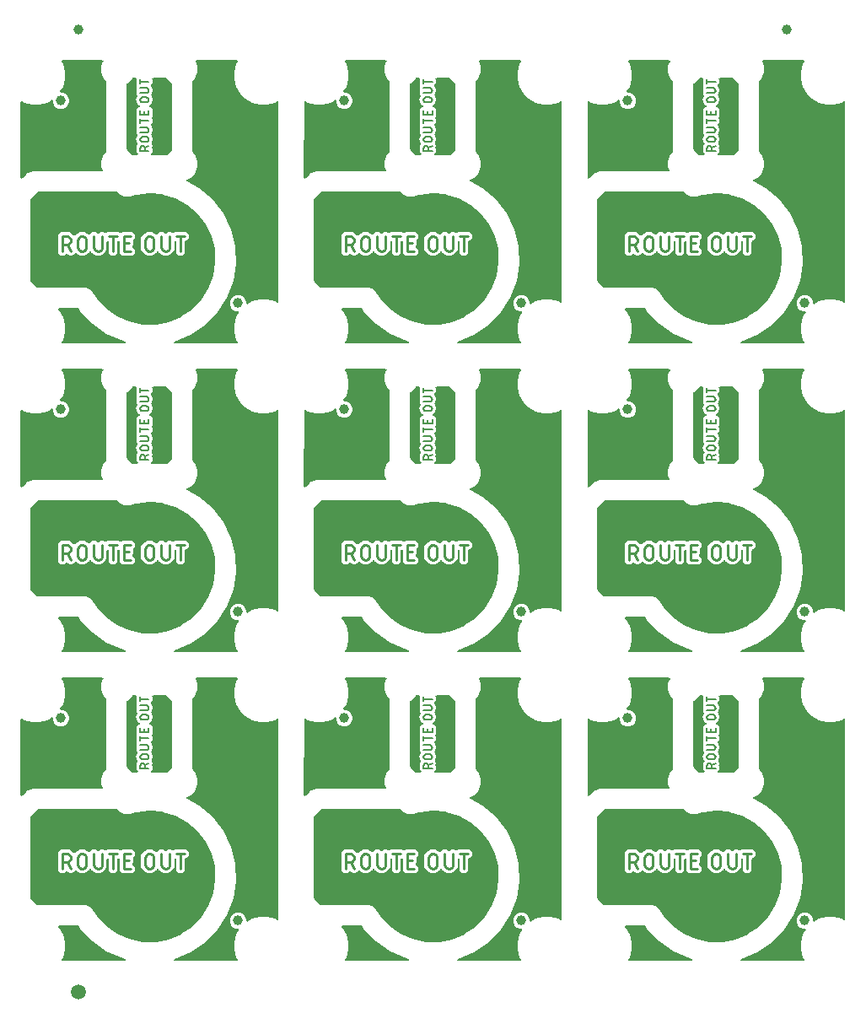
<source format=gtl>
G04 EAGLE Gerber RS-274X export*
G75*
%MOMM*%
%FSLAX34Y34*%
%LPD*%
%INTop Copper*%
%IPPOS*%
%AMOC8*
5,1,8,0,0,1.08239X$1,22.5*%
G01*
%ADD10C,0.279400*%
%ADD11C,0.152400*%
%ADD12C,1.000000*%
%ADD13C,1.500000*%

G36*
X714763Y649228D02*
X714763Y649228D01*
X714841Y649230D01*
X727813Y651766D01*
X727935Y651809D01*
X728010Y651826D01*
X740202Y656933D01*
X740313Y656999D01*
X740384Y657032D01*
X751292Y664497D01*
X751320Y664524D01*
X751354Y664543D01*
X751405Y664597D01*
X751449Y664630D01*
X760623Y674147D01*
X760699Y674251D01*
X760750Y674309D01*
X767811Y685483D01*
X767864Y685601D01*
X767903Y685668D01*
X772560Y698039D01*
X772588Y698164D01*
X772613Y698238D01*
X774673Y711295D01*
X774675Y711424D01*
X774684Y711501D01*
X774062Y724704D01*
X774038Y724831D01*
X774032Y724908D01*
X770754Y737714D01*
X770705Y737833D01*
X770683Y737908D01*
X764884Y749786D01*
X764812Y749893D01*
X764775Y749961D01*
X756695Y760423D01*
X756603Y760513D01*
X756553Y760572D01*
X746526Y769184D01*
X746417Y769254D01*
X746356Y769302D01*
X734795Y775710D01*
X734675Y775756D01*
X734605Y775791D01*
X721988Y779729D01*
X721860Y779750D01*
X721785Y779770D01*
X708632Y781077D01*
X708503Y781071D01*
X708426Y781076D01*
X695280Y779697D01*
X695192Y779675D01*
X695127Y779669D01*
X689014Y778061D01*
X688941Y778031D01*
X688883Y778017D01*
X687618Y777493D01*
X687332Y777493D01*
X687051Y777453D01*
X687037Y777447D01*
X687024Y777445D01*
X686752Y777359D01*
X685209Y777490D01*
X685161Y777487D01*
X685124Y777493D01*
X683576Y777493D01*
X683312Y777603D01*
X683036Y777674D01*
X683021Y777673D01*
X683009Y777676D01*
X682724Y777701D01*
X681349Y778412D01*
X681304Y778428D01*
X681271Y778448D01*
X679841Y779040D01*
X679639Y779242D01*
X679412Y779413D01*
X679398Y779419D01*
X679388Y779426D01*
X679134Y779558D01*
X678136Y780741D01*
X678100Y780773D01*
X678077Y780804D01*
X676859Y782022D01*
X676790Y782074D01*
X676726Y782134D01*
X676676Y782160D01*
X676632Y782193D01*
X676551Y782224D01*
X676473Y782264D01*
X676425Y782272D01*
X676367Y782294D01*
X676219Y782306D01*
X676142Y782319D01*
X596500Y782319D01*
X596413Y782307D01*
X596326Y782304D01*
X596273Y782287D01*
X596219Y782279D01*
X596139Y782244D01*
X596056Y782217D01*
X596016Y782189D01*
X595959Y782163D01*
X595846Y782067D01*
X595782Y782022D01*
X595624Y781864D01*
X595624Y781863D01*
X589629Y775869D01*
X589576Y775799D01*
X589516Y775735D01*
X589491Y775686D01*
X589458Y775641D01*
X589427Y775560D01*
X589387Y775482D01*
X589379Y775434D01*
X589357Y775376D01*
X589349Y775280D01*
X589346Y775269D01*
X589344Y775228D01*
X589332Y775151D01*
X589332Y692969D01*
X589344Y692883D01*
X589347Y692795D01*
X589364Y692743D01*
X589371Y692688D01*
X589407Y692608D01*
X589434Y692525D01*
X589462Y692485D01*
X589488Y692428D01*
X589583Y692315D01*
X589629Y692251D01*
X595624Y686257D01*
X595782Y686098D01*
X595852Y686046D01*
X595916Y685986D01*
X595965Y685960D01*
X596009Y685927D01*
X596091Y685896D01*
X596169Y685856D01*
X596217Y685848D01*
X596275Y685826D01*
X596423Y685814D01*
X596500Y685801D01*
X642593Y685801D01*
X642681Y685813D01*
X642745Y685812D01*
X643913Y685989D01*
X644552Y685830D01*
X644723Y685813D01*
X644796Y685801D01*
X645454Y685801D01*
X646545Y685349D01*
X646631Y685327D01*
X646690Y685301D01*
X647836Y685017D01*
X648366Y684627D01*
X648518Y684545D01*
X648580Y684506D01*
X649188Y684254D01*
X650024Y683419D01*
X650095Y683365D01*
X650139Y683319D01*
X651090Y682618D01*
X651430Y682055D01*
X651538Y681921D01*
X651581Y681861D01*
X652047Y681396D01*
X652417Y680502D01*
X652481Y680393D01*
X652513Y680323D01*
X655863Y675358D01*
X655924Y675291D01*
X655959Y675237D01*
X664933Y665532D01*
X665033Y665450D01*
X665087Y665395D01*
X675838Y657704D01*
X675952Y657645D01*
X676017Y657602D01*
X688100Y652242D01*
X688224Y652207D01*
X688296Y652178D01*
X701213Y649372D01*
X701341Y649362D01*
X701418Y649349D01*
X714635Y649211D01*
X714763Y649228D01*
G37*
G36*
X145752Y29468D02*
X145752Y29468D01*
X145830Y29470D01*
X158802Y32006D01*
X158924Y32049D01*
X159000Y32066D01*
X171192Y37173D01*
X171302Y37239D01*
X171373Y37272D01*
X182281Y44737D01*
X182376Y44824D01*
X182438Y44870D01*
X191612Y54387D01*
X191688Y54491D01*
X191740Y54549D01*
X198801Y65723D01*
X198854Y65841D01*
X198893Y65908D01*
X203549Y78279D01*
X203577Y78405D01*
X203602Y78478D01*
X205662Y91535D01*
X205664Y91664D01*
X205673Y91741D01*
X205051Y104944D01*
X205027Y105071D01*
X205021Y105148D01*
X201743Y117954D01*
X201694Y118073D01*
X201672Y118148D01*
X195873Y130026D01*
X195810Y130120D01*
X195791Y130152D01*
X195764Y130201D01*
X187685Y140663D01*
X187592Y140753D01*
X187543Y140812D01*
X177515Y149424D01*
X177406Y149494D01*
X177346Y149542D01*
X165784Y155950D01*
X165664Y155996D01*
X165595Y156031D01*
X152977Y159969D01*
X152850Y159990D01*
X152775Y160010D01*
X139621Y161317D01*
X139492Y161311D01*
X139415Y161316D01*
X126269Y159937D01*
X126181Y159915D01*
X126116Y159909D01*
X120003Y158301D01*
X119930Y158271D01*
X119873Y158257D01*
X118607Y157733D01*
X118321Y157733D01*
X118040Y157693D01*
X118026Y157687D01*
X118013Y157685D01*
X117741Y157599D01*
X116199Y157730D01*
X116150Y157727D01*
X116113Y157733D01*
X114565Y157733D01*
X114301Y157843D01*
X114026Y157914D01*
X114010Y157913D01*
X113998Y157916D01*
X113713Y157941D01*
X112338Y158652D01*
X112293Y158668D01*
X112260Y158688D01*
X110830Y159280D01*
X110628Y159482D01*
X110401Y159653D01*
X110387Y159659D01*
X110377Y159666D01*
X110123Y159798D01*
X109125Y160981D01*
X109089Y161013D01*
X109067Y161044D01*
X107849Y162262D01*
X107779Y162314D01*
X107715Y162374D01*
X107666Y162400D01*
X107621Y162433D01*
X107540Y162464D01*
X107462Y162504D01*
X107414Y162512D01*
X107356Y162534D01*
X107208Y162546D01*
X107131Y162559D01*
X27489Y162559D01*
X27403Y162547D01*
X27315Y162544D01*
X27263Y162527D01*
X27208Y162519D01*
X27128Y162484D01*
X27045Y162457D01*
X27005Y162429D01*
X26948Y162403D01*
X26835Y162307D01*
X26771Y162262D01*
X26613Y162104D01*
X26613Y162103D01*
X20618Y156109D01*
X20566Y156039D01*
X20506Y155975D01*
X20480Y155926D01*
X20447Y155881D01*
X20416Y155800D01*
X20376Y155722D01*
X20368Y155674D01*
X20346Y155616D01*
X20338Y155520D01*
X20335Y155509D01*
X20334Y155468D01*
X20321Y155391D01*
X20321Y73209D01*
X20333Y73123D01*
X20336Y73035D01*
X20353Y72983D01*
X20361Y72928D01*
X20396Y72848D01*
X20423Y72765D01*
X20451Y72725D01*
X20477Y72668D01*
X20573Y72555D01*
X20618Y72491D01*
X26771Y66338D01*
X26841Y66286D01*
X26905Y66226D01*
X26954Y66200D01*
X26999Y66167D01*
X27080Y66136D01*
X27158Y66096D01*
X27206Y66088D01*
X27264Y66066D01*
X27412Y66054D01*
X27489Y66041D01*
X73582Y66041D01*
X73670Y66053D01*
X73734Y66052D01*
X74902Y66229D01*
X75541Y66070D01*
X75712Y66053D01*
X75785Y66041D01*
X76443Y66041D01*
X77534Y65589D01*
X77620Y65567D01*
X77679Y65541D01*
X78826Y65257D01*
X79355Y64867D01*
X79507Y64785D01*
X79569Y64746D01*
X80178Y64494D01*
X81013Y63659D01*
X81084Y63605D01*
X81128Y63559D01*
X82079Y62858D01*
X82419Y62295D01*
X82528Y62161D01*
X82570Y62101D01*
X83036Y61636D01*
X83406Y60742D01*
X83470Y60633D01*
X83502Y60563D01*
X86852Y55598D01*
X86913Y55531D01*
X86948Y55477D01*
X95922Y45772D01*
X96022Y45690D01*
X96077Y45635D01*
X106827Y37944D01*
X106941Y37885D01*
X107006Y37842D01*
X119089Y32482D01*
X119213Y32447D01*
X119285Y32418D01*
X132202Y29612D01*
X132330Y29602D01*
X132407Y29589D01*
X145624Y29451D01*
X145752Y29468D01*
G37*
G36*
X430257Y339348D02*
X430257Y339348D01*
X430335Y339350D01*
X443308Y341886D01*
X443429Y341929D01*
X443505Y341946D01*
X455697Y347053D01*
X455808Y347119D01*
X455878Y347152D01*
X466786Y354617D01*
X466881Y354704D01*
X466944Y354750D01*
X476118Y364267D01*
X476193Y364371D01*
X476245Y364429D01*
X483306Y375603D01*
X483330Y375657D01*
X483363Y375707D01*
X483378Y375754D01*
X483398Y375788D01*
X488055Y388159D01*
X488083Y388284D01*
X488107Y388358D01*
X490167Y401415D01*
X490169Y401544D01*
X490178Y401621D01*
X489557Y414824D01*
X489533Y414951D01*
X489526Y415028D01*
X486248Y427834D01*
X486199Y427953D01*
X486177Y428028D01*
X480379Y439906D01*
X480306Y440013D01*
X480270Y440081D01*
X472190Y450543D01*
X472098Y450633D01*
X472048Y450692D01*
X462020Y459304D01*
X461912Y459374D01*
X461851Y459422D01*
X450290Y465830D01*
X450169Y465876D01*
X450100Y465911D01*
X437482Y469849D01*
X437355Y469870D01*
X437280Y469890D01*
X424127Y471197D01*
X423998Y471191D01*
X423920Y471196D01*
X410774Y469817D01*
X410686Y469795D01*
X410622Y469789D01*
X404508Y468181D01*
X404435Y468151D01*
X404378Y468137D01*
X403112Y467613D01*
X402827Y467613D01*
X402545Y467573D01*
X402531Y467567D01*
X402519Y467565D01*
X402246Y467479D01*
X400704Y467610D01*
X400656Y467607D01*
X400618Y467613D01*
X399070Y467613D01*
X398806Y467723D01*
X398531Y467794D01*
X398516Y467793D01*
X398503Y467796D01*
X398219Y467821D01*
X396844Y468532D01*
X396798Y468548D01*
X396766Y468568D01*
X395336Y469160D01*
X395134Y469362D01*
X394906Y469533D01*
X394892Y469539D01*
X394882Y469546D01*
X394628Y469678D01*
X393630Y470861D01*
X393594Y470893D01*
X393572Y470924D01*
X392354Y472142D01*
X392284Y472194D01*
X392220Y472254D01*
X392171Y472280D01*
X392127Y472313D01*
X392045Y472344D01*
X391967Y472384D01*
X391920Y472392D01*
X391861Y472414D01*
X391713Y472426D01*
X391636Y472439D01*
X311995Y472439D01*
X311908Y472427D01*
X311821Y472424D01*
X311768Y472407D01*
X311713Y472399D01*
X311633Y472364D01*
X311550Y472337D01*
X311511Y472309D01*
X311454Y472283D01*
X311340Y472187D01*
X311277Y472142D01*
X311118Y471984D01*
X311118Y471983D01*
X305124Y465989D01*
X305071Y465919D01*
X305011Y465855D01*
X304986Y465806D01*
X304953Y465761D01*
X304921Y465680D01*
X304882Y465602D01*
X304874Y465554D01*
X304851Y465496D01*
X304843Y465400D01*
X304840Y465389D01*
X304839Y465348D01*
X304826Y465271D01*
X304826Y383089D01*
X304838Y383003D01*
X304841Y382915D01*
X304858Y382863D01*
X304866Y382808D01*
X304902Y382728D01*
X304929Y382645D01*
X304957Y382605D01*
X304982Y382548D01*
X305078Y382435D01*
X305124Y382371D01*
X311277Y376218D01*
X311347Y376166D01*
X311410Y376106D01*
X311460Y376080D01*
X311504Y376047D01*
X311586Y376016D01*
X311664Y375976D01*
X311711Y375968D01*
X311770Y375946D01*
X311917Y375934D01*
X311995Y375921D01*
X358088Y375921D01*
X358175Y375933D01*
X358239Y375932D01*
X359407Y376109D01*
X360046Y375950D01*
X360218Y375933D01*
X360290Y375921D01*
X360948Y375921D01*
X362040Y375469D01*
X362126Y375447D01*
X362184Y375421D01*
X363331Y375137D01*
X363861Y374747D01*
X364013Y374665D01*
X364075Y374626D01*
X364683Y374374D01*
X365518Y373539D01*
X365589Y373485D01*
X365634Y373439D01*
X366584Y372738D01*
X366924Y372175D01*
X367033Y372041D01*
X367076Y371981D01*
X367541Y371516D01*
X367911Y370622D01*
X367976Y370513D01*
X368008Y370443D01*
X371358Y365478D01*
X371418Y365411D01*
X371454Y365357D01*
X380427Y355652D01*
X380527Y355570D01*
X380582Y355515D01*
X391332Y347824D01*
X391446Y347765D01*
X391511Y347722D01*
X403594Y342362D01*
X403718Y342327D01*
X403790Y342298D01*
X416707Y339492D01*
X416836Y339482D01*
X416912Y339469D01*
X430130Y339331D01*
X430257Y339348D01*
G37*
G36*
X430257Y29468D02*
X430257Y29468D01*
X430335Y29470D01*
X443308Y32006D01*
X443429Y32049D01*
X443505Y32066D01*
X455697Y37173D01*
X455808Y37239D01*
X455878Y37272D01*
X466786Y44737D01*
X466881Y44824D01*
X466944Y44870D01*
X476118Y54387D01*
X476193Y54491D01*
X476245Y54549D01*
X483306Y65723D01*
X483359Y65841D01*
X483398Y65908D01*
X488055Y78279D01*
X488083Y78404D01*
X488107Y78478D01*
X490167Y91535D01*
X490169Y91664D01*
X490178Y91741D01*
X489557Y104944D01*
X489533Y105071D01*
X489526Y105148D01*
X486248Y117954D01*
X486199Y118073D01*
X486177Y118148D01*
X480379Y130026D01*
X480306Y130133D01*
X480270Y130201D01*
X472190Y140663D01*
X472098Y140753D01*
X472048Y140812D01*
X462020Y149424D01*
X461912Y149494D01*
X461851Y149542D01*
X450290Y155950D01*
X450169Y155996D01*
X450100Y156031D01*
X437482Y159969D01*
X437355Y159990D01*
X437280Y160010D01*
X424127Y161317D01*
X423998Y161311D01*
X423920Y161316D01*
X410774Y159937D01*
X410686Y159915D01*
X410622Y159909D01*
X404508Y158301D01*
X404435Y158271D01*
X404378Y158257D01*
X403112Y157733D01*
X402827Y157733D01*
X402545Y157693D01*
X402531Y157687D01*
X402519Y157685D01*
X402246Y157599D01*
X400704Y157730D01*
X400656Y157727D01*
X400618Y157733D01*
X399070Y157733D01*
X398806Y157843D01*
X398531Y157914D01*
X398516Y157913D01*
X398503Y157916D01*
X398219Y157941D01*
X396844Y158652D01*
X396798Y158668D01*
X396766Y158688D01*
X395336Y159280D01*
X395134Y159482D01*
X394906Y159653D01*
X394892Y159659D01*
X394882Y159666D01*
X394628Y159798D01*
X393630Y160981D01*
X393594Y161013D01*
X393572Y161044D01*
X392354Y162262D01*
X392284Y162314D01*
X392220Y162374D01*
X392171Y162400D01*
X392127Y162433D01*
X392045Y162464D01*
X391967Y162504D01*
X391920Y162512D01*
X391861Y162534D01*
X391713Y162546D01*
X391636Y162559D01*
X311995Y162559D01*
X311908Y162547D01*
X311821Y162544D01*
X311768Y162527D01*
X311713Y162519D01*
X311633Y162484D01*
X311550Y162457D01*
X311511Y162429D01*
X311454Y162403D01*
X311340Y162307D01*
X311277Y162262D01*
X311118Y162104D01*
X311118Y162103D01*
X305124Y156109D01*
X305071Y156039D01*
X305011Y155975D01*
X304986Y155926D01*
X304953Y155881D01*
X304921Y155800D01*
X304882Y155722D01*
X304874Y155674D01*
X304851Y155616D01*
X304843Y155520D01*
X304840Y155509D01*
X304839Y155468D01*
X304826Y155391D01*
X304826Y73209D01*
X304838Y73123D01*
X304841Y73035D01*
X304858Y72983D01*
X304866Y72928D01*
X304902Y72848D01*
X304929Y72765D01*
X304957Y72725D01*
X304982Y72668D01*
X305078Y72555D01*
X305124Y72491D01*
X311118Y66497D01*
X311277Y66338D01*
X311347Y66286D01*
X311410Y66226D01*
X311460Y66200D01*
X311504Y66167D01*
X311586Y66136D01*
X311664Y66096D01*
X311711Y66088D01*
X311770Y66066D01*
X311917Y66054D01*
X311995Y66041D01*
X358088Y66041D01*
X358175Y66053D01*
X358239Y66052D01*
X359407Y66229D01*
X360046Y66070D01*
X360218Y66053D01*
X360290Y66041D01*
X360948Y66041D01*
X362040Y65589D01*
X362126Y65567D01*
X362184Y65541D01*
X363331Y65257D01*
X363861Y64867D01*
X364013Y64785D01*
X364075Y64746D01*
X364683Y64494D01*
X365518Y63659D01*
X365589Y63605D01*
X365634Y63559D01*
X366584Y62858D01*
X366924Y62295D01*
X367033Y62161D01*
X367076Y62101D01*
X367541Y61636D01*
X367911Y60742D01*
X367976Y60633D01*
X368008Y60563D01*
X371358Y55598D01*
X371418Y55531D01*
X371454Y55477D01*
X380427Y45772D01*
X380527Y45690D01*
X380582Y45635D01*
X391332Y37944D01*
X391446Y37885D01*
X391511Y37842D01*
X403594Y32482D01*
X403718Y32447D01*
X403790Y32418D01*
X416707Y29612D01*
X416836Y29602D01*
X416912Y29589D01*
X430130Y29451D01*
X430257Y29468D01*
G37*
G36*
X714763Y339348D02*
X714763Y339348D01*
X714841Y339350D01*
X727813Y341886D01*
X727935Y341929D01*
X728010Y341946D01*
X740202Y347053D01*
X740313Y347119D01*
X740384Y347152D01*
X751292Y354617D01*
X751387Y354704D01*
X751449Y354750D01*
X760623Y364267D01*
X760699Y364371D01*
X760750Y364429D01*
X767811Y375603D01*
X767864Y375721D01*
X767903Y375788D01*
X772560Y388159D01*
X772588Y388284D01*
X772613Y388358D01*
X774673Y401415D01*
X774675Y401544D01*
X774684Y401621D01*
X774062Y414824D01*
X774038Y414951D01*
X774032Y415028D01*
X770754Y427834D01*
X770705Y427953D01*
X770683Y428028D01*
X764884Y439906D01*
X764812Y440013D01*
X764775Y440081D01*
X756695Y450543D01*
X756603Y450633D01*
X756553Y450692D01*
X746526Y459304D01*
X746417Y459374D01*
X746356Y459422D01*
X734795Y465830D01*
X734675Y465876D01*
X734605Y465911D01*
X721988Y469849D01*
X721860Y469870D01*
X721785Y469890D01*
X708632Y471197D01*
X708503Y471191D01*
X708426Y471196D01*
X695280Y469817D01*
X695192Y469795D01*
X695127Y469789D01*
X689014Y468181D01*
X688941Y468151D01*
X688883Y468137D01*
X687618Y467613D01*
X687332Y467613D01*
X687051Y467573D01*
X687037Y467567D01*
X687024Y467565D01*
X686752Y467479D01*
X685209Y467610D01*
X685161Y467607D01*
X685124Y467613D01*
X683576Y467613D01*
X683312Y467723D01*
X683036Y467794D01*
X683021Y467793D01*
X683009Y467796D01*
X682724Y467821D01*
X681349Y468532D01*
X681304Y468548D01*
X681271Y468568D01*
X679841Y469160D01*
X679639Y469362D01*
X679412Y469533D01*
X679398Y469539D01*
X679388Y469546D01*
X679134Y469678D01*
X678136Y470861D01*
X678100Y470893D01*
X678077Y470924D01*
X676859Y472142D01*
X676790Y472194D01*
X676726Y472254D01*
X676676Y472280D01*
X676632Y472313D01*
X676551Y472344D01*
X676473Y472384D01*
X676425Y472392D01*
X676367Y472414D01*
X676219Y472426D01*
X676142Y472439D01*
X596500Y472439D01*
X596413Y472427D01*
X596326Y472424D01*
X596273Y472407D01*
X596219Y472399D01*
X596139Y472364D01*
X596056Y472337D01*
X596016Y472309D01*
X595959Y472283D01*
X595846Y472187D01*
X595782Y472142D01*
X589629Y465989D01*
X589576Y465919D01*
X589516Y465855D01*
X589491Y465806D01*
X589458Y465761D01*
X589427Y465680D01*
X589387Y465602D01*
X589379Y465554D01*
X589357Y465496D01*
X589349Y465400D01*
X589346Y465389D01*
X589344Y465348D01*
X589332Y465271D01*
X589332Y383089D01*
X589344Y383003D01*
X589347Y382915D01*
X589364Y382863D01*
X589371Y382808D01*
X589407Y382728D01*
X589434Y382645D01*
X589462Y382605D01*
X589488Y382548D01*
X589584Y382435D01*
X589629Y382371D01*
X595624Y376377D01*
X595782Y376218D01*
X595852Y376166D01*
X595916Y376106D01*
X595965Y376080D01*
X596009Y376047D01*
X596091Y376016D01*
X596169Y375976D01*
X596217Y375968D01*
X596275Y375946D01*
X596423Y375934D01*
X596500Y375921D01*
X642593Y375921D01*
X642681Y375933D01*
X642745Y375932D01*
X643913Y376109D01*
X644552Y375950D01*
X644723Y375933D01*
X644796Y375921D01*
X645454Y375921D01*
X646545Y375469D01*
X646631Y375447D01*
X646690Y375421D01*
X647836Y375137D01*
X648366Y374747D01*
X648518Y374665D01*
X648580Y374626D01*
X649188Y374374D01*
X650024Y373539D01*
X650095Y373485D01*
X650139Y373439D01*
X651090Y372738D01*
X651430Y372175D01*
X651538Y372041D01*
X651581Y371981D01*
X652047Y371516D01*
X652417Y370622D01*
X652481Y370513D01*
X652513Y370443D01*
X655863Y365478D01*
X655924Y365411D01*
X655959Y365357D01*
X664933Y355652D01*
X665033Y355570D01*
X665087Y355515D01*
X675838Y347824D01*
X675952Y347765D01*
X676017Y347722D01*
X688100Y342362D01*
X688224Y342327D01*
X688296Y342298D01*
X701213Y339492D01*
X701341Y339482D01*
X701418Y339469D01*
X714635Y339331D01*
X714763Y339348D01*
G37*
G36*
X430257Y649228D02*
X430257Y649228D01*
X430335Y649230D01*
X443308Y651766D01*
X443429Y651809D01*
X443505Y651826D01*
X455697Y656933D01*
X455808Y656999D01*
X455878Y657032D01*
X466786Y664497D01*
X466881Y664584D01*
X466944Y664630D01*
X476118Y674147D01*
X476193Y674251D01*
X476245Y674309D01*
X483306Y685483D01*
X483359Y685601D01*
X483398Y685668D01*
X488055Y698039D01*
X488083Y698165D01*
X488107Y698238D01*
X490167Y711295D01*
X490169Y711424D01*
X490178Y711501D01*
X489557Y724704D01*
X489533Y724831D01*
X489526Y724908D01*
X486248Y737714D01*
X486199Y737833D01*
X486177Y737908D01*
X480379Y749786D01*
X480306Y749893D01*
X480270Y749961D01*
X472190Y760423D01*
X472098Y760513D01*
X472048Y760572D01*
X462020Y769184D01*
X461912Y769254D01*
X461851Y769302D01*
X450290Y775710D01*
X450169Y775756D01*
X450100Y775791D01*
X437482Y779729D01*
X437355Y779750D01*
X437280Y779770D01*
X424127Y781077D01*
X423998Y781071D01*
X423920Y781076D01*
X410774Y779697D01*
X410686Y779675D01*
X410622Y779669D01*
X404508Y778061D01*
X404435Y778031D01*
X404378Y778017D01*
X403112Y777493D01*
X402827Y777493D01*
X402545Y777453D01*
X402531Y777447D01*
X402519Y777445D01*
X402246Y777359D01*
X400704Y777490D01*
X400656Y777487D01*
X400618Y777493D01*
X399070Y777493D01*
X398806Y777603D01*
X398531Y777674D01*
X398516Y777673D01*
X398503Y777676D01*
X398219Y777701D01*
X396844Y778412D01*
X396798Y778428D01*
X396766Y778448D01*
X395336Y779040D01*
X395134Y779242D01*
X394906Y779413D01*
X394892Y779419D01*
X394882Y779426D01*
X394628Y779558D01*
X393630Y780741D01*
X393594Y780773D01*
X393572Y780804D01*
X392354Y782022D01*
X392284Y782074D01*
X392220Y782134D01*
X392171Y782160D01*
X392127Y782193D01*
X392045Y782224D01*
X391967Y782264D01*
X391920Y782272D01*
X391861Y782294D01*
X391713Y782306D01*
X391636Y782319D01*
X311995Y782319D01*
X311908Y782307D01*
X311821Y782304D01*
X311768Y782287D01*
X311713Y782279D01*
X311633Y782244D01*
X311550Y782217D01*
X311511Y782189D01*
X311454Y782163D01*
X311340Y782067D01*
X311277Y782022D01*
X311118Y781864D01*
X311118Y781863D01*
X305124Y775869D01*
X305071Y775799D01*
X305011Y775735D01*
X304986Y775686D01*
X304953Y775641D01*
X304921Y775560D01*
X304882Y775482D01*
X304874Y775434D01*
X304851Y775376D01*
X304843Y775280D01*
X304840Y775269D01*
X304839Y775228D01*
X304826Y775151D01*
X304826Y692969D01*
X304838Y692883D01*
X304841Y692795D01*
X304858Y692743D01*
X304866Y692688D01*
X304902Y692608D01*
X304929Y692525D01*
X304957Y692485D01*
X304982Y692428D01*
X305078Y692315D01*
X305124Y692251D01*
X311277Y686098D01*
X311347Y686046D01*
X311410Y685986D01*
X311460Y685960D01*
X311504Y685927D01*
X311586Y685896D01*
X311664Y685856D01*
X311711Y685848D01*
X311770Y685826D01*
X311917Y685814D01*
X311995Y685801D01*
X358088Y685801D01*
X358176Y685813D01*
X358239Y685812D01*
X359407Y685989D01*
X360046Y685830D01*
X360218Y685813D01*
X360290Y685801D01*
X360948Y685801D01*
X362040Y685349D01*
X362126Y685327D01*
X362184Y685301D01*
X363331Y685017D01*
X363861Y684627D01*
X364012Y684545D01*
X364075Y684506D01*
X364683Y684254D01*
X365518Y683419D01*
X365589Y683365D01*
X365634Y683319D01*
X366584Y682618D01*
X366924Y682055D01*
X367033Y681921D01*
X367076Y681861D01*
X367541Y681396D01*
X367911Y680502D01*
X367976Y680393D01*
X368008Y680323D01*
X371358Y675358D01*
X371418Y675291D01*
X371454Y675237D01*
X380427Y665532D01*
X380527Y665450D01*
X380582Y665395D01*
X391332Y657704D01*
X391446Y657645D01*
X391511Y657602D01*
X403594Y652242D01*
X403718Y652207D01*
X403790Y652178D01*
X416707Y649372D01*
X416836Y649362D01*
X416912Y649349D01*
X430130Y649211D01*
X430257Y649228D01*
G37*
G36*
X714763Y29468D02*
X714763Y29468D01*
X714841Y29470D01*
X727813Y32006D01*
X727935Y32049D01*
X728010Y32066D01*
X740202Y37173D01*
X740313Y37239D01*
X740384Y37272D01*
X751292Y44737D01*
X751387Y44824D01*
X751449Y44870D01*
X760623Y54387D01*
X760699Y54491D01*
X760750Y54549D01*
X767811Y65723D01*
X767864Y65841D01*
X767903Y65908D01*
X772560Y78279D01*
X772588Y78404D01*
X772613Y78478D01*
X774673Y91535D01*
X774675Y91664D01*
X774684Y91741D01*
X774062Y104944D01*
X774038Y105071D01*
X774032Y105148D01*
X770754Y117954D01*
X770705Y118073D01*
X770683Y118148D01*
X764884Y130026D01*
X764812Y130133D01*
X764775Y130201D01*
X756695Y140663D01*
X756603Y140753D01*
X756553Y140812D01*
X746526Y149424D01*
X746417Y149494D01*
X746356Y149542D01*
X734795Y155950D01*
X734675Y155996D01*
X734605Y156031D01*
X721988Y159969D01*
X721860Y159990D01*
X721785Y160010D01*
X708632Y161317D01*
X708503Y161311D01*
X708426Y161316D01*
X695280Y159937D01*
X695192Y159915D01*
X695127Y159909D01*
X689014Y158301D01*
X688940Y158271D01*
X688883Y158257D01*
X687618Y157733D01*
X687332Y157733D01*
X687051Y157693D01*
X687037Y157687D01*
X687024Y157685D01*
X686752Y157599D01*
X685209Y157730D01*
X685161Y157727D01*
X685123Y157733D01*
X683576Y157733D01*
X683312Y157843D01*
X683036Y157914D01*
X683021Y157913D01*
X683009Y157916D01*
X682724Y157941D01*
X681349Y158652D01*
X681304Y158668D01*
X681271Y158688D01*
X679841Y159280D01*
X679639Y159482D01*
X679412Y159653D01*
X679398Y159659D01*
X679388Y159666D01*
X679134Y159798D01*
X678136Y160981D01*
X678100Y161013D01*
X678077Y161044D01*
X677018Y162103D01*
X677018Y162104D01*
X676859Y162262D01*
X676790Y162314D01*
X676726Y162374D01*
X676676Y162400D01*
X676632Y162433D01*
X676551Y162464D01*
X676473Y162504D01*
X676425Y162512D01*
X676367Y162534D01*
X676219Y162546D01*
X676142Y162559D01*
X596500Y162559D01*
X596413Y162547D01*
X596326Y162544D01*
X596273Y162527D01*
X596219Y162519D01*
X596139Y162484D01*
X596056Y162457D01*
X596016Y162429D01*
X595959Y162403D01*
X595846Y162307D01*
X595782Y162262D01*
X589629Y156109D01*
X589576Y156039D01*
X589516Y155975D01*
X589491Y155926D01*
X589458Y155881D01*
X589427Y155800D01*
X589387Y155722D01*
X589379Y155674D01*
X589357Y155616D01*
X589349Y155520D01*
X589346Y155509D01*
X589344Y155468D01*
X589332Y155391D01*
X589332Y73209D01*
X589344Y73123D01*
X589347Y73035D01*
X589364Y72983D01*
X589371Y72928D01*
X589407Y72848D01*
X589434Y72765D01*
X589462Y72725D01*
X589488Y72668D01*
X589584Y72555D01*
X589629Y72491D01*
X595782Y66338D01*
X595852Y66286D01*
X595916Y66226D01*
X595965Y66200D01*
X596009Y66167D01*
X596091Y66136D01*
X596169Y66096D01*
X596217Y66088D01*
X596275Y66066D01*
X596423Y66054D01*
X596500Y66041D01*
X642593Y66041D01*
X642681Y66053D01*
X642745Y66052D01*
X643913Y66229D01*
X644552Y66070D01*
X644723Y66053D01*
X644796Y66041D01*
X645454Y66041D01*
X646545Y65589D01*
X646631Y65567D01*
X646690Y65541D01*
X647836Y65257D01*
X648366Y64867D01*
X648518Y64785D01*
X648580Y64746D01*
X649188Y64494D01*
X650024Y63659D01*
X650095Y63605D01*
X650139Y63559D01*
X651090Y62858D01*
X651430Y62295D01*
X651538Y62161D01*
X651581Y62101D01*
X652047Y61636D01*
X652417Y60742D01*
X652481Y60633D01*
X652513Y60563D01*
X655863Y55598D01*
X655924Y55531D01*
X655959Y55477D01*
X664933Y45772D01*
X665033Y45690D01*
X665087Y45635D01*
X675838Y37944D01*
X675952Y37885D01*
X676017Y37842D01*
X688100Y32482D01*
X688224Y32447D01*
X688296Y32418D01*
X701213Y29612D01*
X701341Y29602D01*
X701418Y29589D01*
X714635Y29451D01*
X714763Y29468D01*
G37*
G36*
X145752Y339348D02*
X145752Y339348D01*
X145830Y339350D01*
X158802Y341886D01*
X158924Y341929D01*
X159000Y341946D01*
X171192Y347053D01*
X171302Y347119D01*
X171373Y347152D01*
X182281Y354617D01*
X182376Y354704D01*
X182438Y354750D01*
X191612Y364267D01*
X191688Y364371D01*
X191740Y364429D01*
X198801Y375603D01*
X198854Y375721D01*
X198893Y375788D01*
X203549Y388159D01*
X203577Y388285D01*
X203602Y388358D01*
X205662Y401415D01*
X205664Y401544D01*
X205673Y401621D01*
X205051Y414824D01*
X205027Y414951D01*
X205021Y415028D01*
X201743Y427834D01*
X201694Y427953D01*
X201672Y428028D01*
X195873Y439906D01*
X195801Y440013D01*
X195764Y440081D01*
X187685Y450543D01*
X187592Y450633D01*
X187543Y450692D01*
X177515Y459304D01*
X177406Y459374D01*
X177346Y459422D01*
X165784Y465830D01*
X165664Y465876D01*
X165595Y465911D01*
X152977Y469849D01*
X152850Y469870D01*
X152775Y469890D01*
X139621Y471197D01*
X139492Y471191D01*
X139415Y471196D01*
X126269Y469817D01*
X126181Y469795D01*
X126116Y469789D01*
X120003Y468181D01*
X119930Y468151D01*
X119873Y468137D01*
X118607Y467613D01*
X118321Y467613D01*
X118040Y467573D01*
X118026Y467567D01*
X118013Y467565D01*
X117741Y467479D01*
X116199Y467610D01*
X116150Y467607D01*
X116113Y467613D01*
X114565Y467613D01*
X114301Y467723D01*
X114026Y467794D01*
X114010Y467793D01*
X113998Y467796D01*
X113713Y467821D01*
X112338Y468532D01*
X112293Y468548D01*
X112260Y468568D01*
X110830Y469160D01*
X110628Y469362D01*
X110401Y469533D01*
X110387Y469539D01*
X110377Y469546D01*
X110123Y469678D01*
X109125Y470861D01*
X109089Y470893D01*
X109067Y470924D01*
X107849Y472142D01*
X107779Y472194D01*
X107715Y472254D01*
X107666Y472280D01*
X107621Y472313D01*
X107540Y472344D01*
X107462Y472384D01*
X107414Y472392D01*
X107356Y472414D01*
X107208Y472426D01*
X107131Y472439D01*
X27489Y472439D01*
X27403Y472427D01*
X27315Y472424D01*
X27263Y472407D01*
X27208Y472399D01*
X27128Y472364D01*
X27045Y472337D01*
X27005Y472309D01*
X26948Y472283D01*
X26835Y472187D01*
X26771Y472142D01*
X26613Y471984D01*
X26613Y471983D01*
X20777Y466147D01*
X20776Y466147D01*
X20618Y465989D01*
X20566Y465919D01*
X20506Y465855D01*
X20480Y465806D01*
X20447Y465761D01*
X20416Y465680D01*
X20376Y465602D01*
X20368Y465554D01*
X20346Y465496D01*
X20338Y465400D01*
X20335Y465389D01*
X20334Y465348D01*
X20321Y465271D01*
X20321Y383089D01*
X20333Y383003D01*
X20336Y382915D01*
X20353Y382863D01*
X20361Y382808D01*
X20396Y382728D01*
X20423Y382645D01*
X20451Y382605D01*
X20477Y382548D01*
X20573Y382435D01*
X20618Y382371D01*
X26771Y376218D01*
X26841Y376166D01*
X26905Y376106D01*
X26954Y376080D01*
X26999Y376047D01*
X27080Y376016D01*
X27158Y375976D01*
X27206Y375968D01*
X27264Y375946D01*
X27412Y375934D01*
X27489Y375921D01*
X73582Y375921D01*
X73670Y375933D01*
X73734Y375932D01*
X74902Y376109D01*
X75541Y375950D01*
X75712Y375933D01*
X75785Y375921D01*
X76443Y375921D01*
X77534Y375469D01*
X77620Y375447D01*
X77679Y375421D01*
X78826Y375137D01*
X79355Y374747D01*
X79507Y374665D01*
X79569Y374626D01*
X80178Y374374D01*
X81013Y373539D01*
X81084Y373485D01*
X81128Y373439D01*
X82079Y372738D01*
X82419Y372175D01*
X82528Y372041D01*
X82570Y371981D01*
X83036Y371516D01*
X83406Y370622D01*
X83470Y370513D01*
X83502Y370443D01*
X86852Y365478D01*
X86913Y365411D01*
X86948Y365357D01*
X95922Y355652D01*
X96022Y355570D01*
X96077Y355515D01*
X106827Y347824D01*
X106941Y347765D01*
X107006Y347722D01*
X119089Y342362D01*
X119213Y342327D01*
X119285Y342298D01*
X132202Y339492D01*
X132330Y339482D01*
X132407Y339469D01*
X145624Y339331D01*
X145752Y339348D01*
G37*
G36*
X145752Y649228D02*
X145752Y649228D01*
X145830Y649230D01*
X158802Y651766D01*
X158924Y651809D01*
X159000Y651826D01*
X171192Y656933D01*
X171302Y656999D01*
X171373Y657032D01*
X182281Y664497D01*
X182376Y664584D01*
X182438Y664630D01*
X191612Y674147D01*
X191688Y674251D01*
X191740Y674309D01*
X198801Y685483D01*
X198854Y685601D01*
X198893Y685668D01*
X203549Y698039D01*
X203577Y698165D01*
X203602Y698238D01*
X205662Y711295D01*
X205664Y711424D01*
X205673Y711501D01*
X205051Y724704D01*
X205027Y724831D01*
X205021Y724908D01*
X201743Y737714D01*
X201694Y737833D01*
X201672Y737908D01*
X195873Y749786D01*
X195801Y749893D01*
X195764Y749961D01*
X187685Y760423D01*
X187592Y760513D01*
X187543Y760572D01*
X177515Y769184D01*
X177406Y769254D01*
X177346Y769302D01*
X165784Y775710D01*
X165664Y775756D01*
X165595Y775791D01*
X152977Y779729D01*
X152850Y779750D01*
X152775Y779770D01*
X139621Y781077D01*
X139492Y781071D01*
X139415Y781076D01*
X126269Y779697D01*
X126181Y779675D01*
X126116Y779669D01*
X120003Y778061D01*
X119930Y778031D01*
X119873Y778017D01*
X118607Y777493D01*
X118321Y777493D01*
X118040Y777453D01*
X118026Y777447D01*
X118013Y777445D01*
X117741Y777359D01*
X116198Y777490D01*
X116150Y777487D01*
X116113Y777493D01*
X114565Y777493D01*
X114301Y777603D01*
X114026Y777674D01*
X114010Y777673D01*
X113998Y777676D01*
X113713Y777701D01*
X112338Y778412D01*
X112293Y778428D01*
X112260Y778448D01*
X110830Y779040D01*
X110628Y779242D01*
X110401Y779413D01*
X110387Y779419D01*
X110377Y779426D01*
X110123Y779558D01*
X109125Y780741D01*
X109089Y780773D01*
X109067Y780804D01*
X107849Y782022D01*
X107779Y782074D01*
X107715Y782134D01*
X107666Y782160D01*
X107621Y782193D01*
X107540Y782224D01*
X107462Y782264D01*
X107414Y782272D01*
X107356Y782294D01*
X107208Y782306D01*
X107131Y782319D01*
X27489Y782319D01*
X27403Y782307D01*
X27315Y782304D01*
X27263Y782287D01*
X27208Y782279D01*
X27128Y782244D01*
X27045Y782217D01*
X27005Y782189D01*
X26948Y782163D01*
X26835Y782067D01*
X26771Y782022D01*
X20618Y775869D01*
X20566Y775799D01*
X20506Y775735D01*
X20480Y775686D01*
X20447Y775641D01*
X20416Y775560D01*
X20376Y775482D01*
X20368Y775434D01*
X20346Y775376D01*
X20338Y775280D01*
X20335Y775269D01*
X20334Y775228D01*
X20321Y775151D01*
X20321Y692969D01*
X20333Y692883D01*
X20336Y692795D01*
X20353Y692743D01*
X20361Y692688D01*
X20396Y692608D01*
X20423Y692525D01*
X20451Y692485D01*
X20477Y692428D01*
X20573Y692315D01*
X20618Y692251D01*
X26771Y686098D01*
X26841Y686046D01*
X26905Y685986D01*
X26954Y685960D01*
X26999Y685927D01*
X27080Y685896D01*
X27158Y685856D01*
X27206Y685848D01*
X27264Y685826D01*
X27412Y685814D01*
X27489Y685801D01*
X73582Y685801D01*
X73670Y685813D01*
X73734Y685812D01*
X74902Y685989D01*
X75541Y685830D01*
X75712Y685813D01*
X75785Y685801D01*
X76443Y685801D01*
X77534Y685349D01*
X77620Y685327D01*
X77679Y685301D01*
X78826Y685017D01*
X79355Y684627D01*
X79507Y684545D01*
X79569Y684506D01*
X80178Y684254D01*
X81013Y683419D01*
X81084Y683365D01*
X81128Y683319D01*
X82079Y682618D01*
X82419Y682055D01*
X82528Y681921D01*
X82570Y681861D01*
X83036Y681396D01*
X83406Y680502D01*
X83470Y680393D01*
X83502Y680323D01*
X86852Y675358D01*
X86913Y675291D01*
X86948Y675237D01*
X95922Y665532D01*
X96022Y665450D01*
X96077Y665395D01*
X106827Y657704D01*
X106941Y657645D01*
X107006Y657602D01*
X119089Y652242D01*
X119213Y652207D01*
X119285Y652178D01*
X132202Y649372D01*
X132330Y649362D01*
X132407Y649349D01*
X145624Y649211D01*
X145752Y649228D01*
G37*
G36*
X227349Y320046D02*
X227349Y320046D01*
X227388Y320044D01*
X227489Y320066D01*
X227592Y320081D01*
X227627Y320097D01*
X227666Y320105D01*
X227757Y320154D01*
X227851Y320197D01*
X227881Y320222D01*
X227915Y320241D01*
X227989Y320313D01*
X228068Y320380D01*
X228090Y320413D01*
X228118Y320440D01*
X228168Y320531D01*
X228226Y320617D01*
X228238Y320654D01*
X228257Y320688D01*
X228280Y320789D01*
X228312Y320888D01*
X228313Y320927D01*
X228321Y320965D01*
X228316Y321069D01*
X228319Y321172D01*
X228309Y321210D01*
X228307Y321249D01*
X228280Y321322D01*
X228247Y321447D01*
X228209Y321511D01*
X228190Y321564D01*
X226780Y324005D01*
X224789Y331434D01*
X224789Y339126D01*
X226780Y346555D01*
X229409Y351108D01*
X229423Y351145D01*
X229445Y351177D01*
X229476Y351276D01*
X229515Y351372D01*
X229519Y351411D01*
X229531Y351448D01*
X229534Y351552D01*
X229544Y351655D01*
X229537Y351693D01*
X229538Y351732D01*
X229512Y351833D01*
X229494Y351935D01*
X229476Y351970D01*
X229466Y352007D01*
X229414Y352096D01*
X229368Y352189D01*
X229341Y352218D01*
X229321Y352252D01*
X229246Y352323D01*
X229176Y352399D01*
X229142Y352420D01*
X229114Y352446D01*
X229022Y352493D01*
X228933Y352548D01*
X228895Y352558D01*
X228861Y352576D01*
X228784Y352589D01*
X228659Y352623D01*
X228585Y352622D01*
X228530Y352631D01*
X226999Y352631D01*
X224041Y353857D01*
X221777Y356121D01*
X220551Y359079D01*
X220551Y362281D01*
X221777Y365239D01*
X224041Y367503D01*
X226999Y368729D01*
X230201Y368729D01*
X233159Y367503D01*
X235423Y365239D01*
X236649Y362281D01*
X236649Y360750D01*
X236654Y360712D01*
X236652Y360673D01*
X236674Y360571D01*
X236689Y360469D01*
X236705Y360433D01*
X236713Y360395D01*
X236762Y360304D01*
X236805Y360209D01*
X236830Y360180D01*
X236849Y360145D01*
X236921Y360072D01*
X236988Y359992D01*
X237021Y359971D01*
X237048Y359943D01*
X237139Y359892D01*
X237225Y359835D01*
X237262Y359823D01*
X237296Y359804D01*
X237397Y359780D01*
X237496Y359749D01*
X237535Y359748D01*
X237573Y359739D01*
X237677Y359744D01*
X237780Y359742D01*
X237818Y359752D01*
X237857Y359754D01*
X237930Y359781D01*
X238055Y359814D01*
X238119Y359852D01*
X238172Y359871D01*
X242725Y362500D01*
X250154Y364491D01*
X257846Y364491D01*
X265275Y362500D01*
X267684Y361109D01*
X267720Y361095D01*
X267753Y361073D01*
X267851Y361042D01*
X267948Y361003D01*
X267986Y360999D01*
X268024Y360987D01*
X268127Y360984D01*
X268231Y360974D01*
X268269Y360981D01*
X268308Y360980D01*
X268408Y361006D01*
X268510Y361024D01*
X268545Y361042D01*
X268583Y361051D01*
X268672Y361104D01*
X268765Y361151D01*
X268794Y361177D01*
X268827Y361197D01*
X268898Y361272D01*
X268975Y361342D01*
X268995Y361376D01*
X269022Y361404D01*
X269069Y361496D01*
X269123Y361585D01*
X269134Y361622D01*
X269151Y361657D01*
X269164Y361734D01*
X269199Y361859D01*
X269198Y361933D01*
X269207Y361988D01*
X269272Y562609D01*
X269266Y562647D01*
X269269Y562687D01*
X269246Y562788D01*
X269232Y562890D01*
X269216Y562926D01*
X269207Y562964D01*
X269158Y563055D01*
X269116Y563150D01*
X269090Y563180D01*
X269072Y563214D01*
X268999Y563288D01*
X268932Y563367D01*
X268899Y563388D01*
X268872Y563416D01*
X268781Y563467D01*
X268695Y563524D01*
X268658Y563536D01*
X268624Y563555D01*
X268523Y563579D01*
X268424Y563610D01*
X268385Y563611D01*
X268347Y563620D01*
X268244Y563615D01*
X268140Y563618D01*
X268102Y563608D01*
X268063Y563606D01*
X267990Y563578D01*
X267865Y563546D01*
X267801Y563508D01*
X267749Y563488D01*
X265275Y562060D01*
X257846Y560069D01*
X250154Y560069D01*
X242725Y562060D01*
X236064Y565906D01*
X230626Y571344D01*
X226780Y578005D01*
X224789Y585434D01*
X224789Y593126D01*
X226780Y600555D01*
X228190Y602996D01*
X228204Y603033D01*
X228226Y603065D01*
X228257Y603164D01*
X228296Y603260D01*
X228300Y603299D01*
X228312Y603336D01*
X228314Y603440D01*
X228325Y603543D01*
X228318Y603581D01*
X228319Y603620D01*
X228293Y603721D01*
X228274Y603823D01*
X228257Y603858D01*
X228247Y603895D01*
X228194Y603984D01*
X228148Y604077D01*
X228122Y604106D01*
X228102Y604140D01*
X228026Y604211D01*
X227956Y604287D01*
X227923Y604308D01*
X227894Y604334D01*
X227802Y604381D01*
X227714Y604436D01*
X227676Y604446D01*
X227641Y604464D01*
X227565Y604477D01*
X227440Y604511D01*
X227365Y604510D01*
X227310Y604519D01*
X187158Y604519D01*
X187045Y604503D01*
X186930Y604493D01*
X186904Y604483D01*
X186877Y604479D01*
X186772Y604432D01*
X186665Y604391D01*
X186643Y604375D01*
X186618Y604363D01*
X186530Y604289D01*
X186438Y604220D01*
X186422Y604197D01*
X186401Y604180D01*
X186337Y604084D01*
X186268Y603992D01*
X186258Y603966D01*
X186243Y603943D01*
X186208Y603833D01*
X186168Y603726D01*
X186166Y603698D01*
X186157Y603672D01*
X186154Y603557D01*
X186145Y603443D01*
X186151Y603418D01*
X186150Y603388D01*
X186217Y603131D01*
X186220Y603115D01*
X187961Y598914D01*
X187961Y592346D01*
X185447Y586277D01*
X183178Y584008D01*
X183126Y583939D01*
X183066Y583875D01*
X183040Y583825D01*
X183007Y583781D01*
X182976Y583699D01*
X182936Y583622D01*
X182928Y583574D01*
X182906Y583516D01*
X182894Y583368D01*
X182881Y583290D01*
X182881Y512720D01*
X182893Y512633D01*
X182896Y512545D01*
X182913Y512493D01*
X182921Y512438D01*
X182956Y512358D01*
X182983Y512275D01*
X183011Y512236D01*
X183037Y512179D01*
X183133Y512065D01*
X183178Y512002D01*
X185447Y509733D01*
X187961Y503664D01*
X187961Y497096D01*
X185447Y491027D01*
X180803Y486383D01*
X177318Y484939D01*
X177220Y484882D01*
X177118Y484829D01*
X177098Y484809D01*
X177073Y484795D01*
X176995Y484712D01*
X176912Y484634D01*
X176897Y484609D01*
X176878Y484588D01*
X176826Y484487D01*
X176768Y484389D01*
X176761Y484361D01*
X176748Y484336D01*
X176726Y484224D01*
X176697Y484113D01*
X176698Y484085D01*
X176693Y484057D01*
X176702Y483943D01*
X176706Y483829D01*
X176715Y483802D01*
X176717Y483773D01*
X176758Y483667D01*
X176793Y483558D01*
X176809Y483535D01*
X176819Y483508D01*
X176888Y483417D01*
X176952Y483323D01*
X176972Y483306D01*
X176991Y483281D01*
X177197Y483127D01*
X177214Y483113D01*
X189296Y476418D01*
X202681Y464922D01*
X213467Y450957D01*
X221207Y435101D01*
X225582Y418007D01*
X226412Y400382D01*
X223663Y382953D01*
X217447Y366439D01*
X208021Y351523D01*
X195775Y338820D01*
X181214Y328854D01*
X164843Y321997D01*
X164825Y321986D01*
X164749Y321960D01*
X164711Y321934D01*
X164670Y321915D01*
X164596Y321852D01*
X164516Y321796D01*
X164488Y321761D01*
X164453Y321731D01*
X164399Y321650D01*
X164338Y321574D01*
X164321Y321533D01*
X164296Y321495D01*
X164266Y321402D01*
X164229Y321312D01*
X164224Y321267D01*
X164210Y321224D01*
X164207Y321126D01*
X164196Y321029D01*
X164204Y320985D01*
X164203Y320940D01*
X164227Y320845D01*
X164243Y320749D01*
X164263Y320708D01*
X164274Y320665D01*
X164324Y320581D01*
X164366Y320493D01*
X164397Y320459D01*
X164420Y320420D01*
X164491Y320353D01*
X164556Y320281D01*
X164594Y320257D01*
X164627Y320226D01*
X164714Y320181D01*
X164796Y320129D01*
X164840Y320117D01*
X164880Y320096D01*
X164955Y320084D01*
X165070Y320051D01*
X165141Y320053D01*
X165211Y320041D01*
X227310Y320041D01*
X227349Y320046D01*
G37*
G36*
X511854Y320046D02*
X511854Y320046D01*
X511893Y320044D01*
X511995Y320066D01*
X512097Y320081D01*
X512133Y320097D01*
X512171Y320105D01*
X512262Y320154D01*
X512357Y320197D01*
X512386Y320222D01*
X512421Y320241D01*
X512494Y320313D01*
X512574Y320380D01*
X512595Y320413D01*
X512623Y320440D01*
X512674Y320531D01*
X512731Y320617D01*
X512743Y320654D01*
X512762Y320688D01*
X512786Y320789D01*
X512817Y320888D01*
X512818Y320927D01*
X512827Y320965D01*
X512822Y321069D01*
X512824Y321172D01*
X512814Y321210D01*
X512812Y321249D01*
X512785Y321322D01*
X512752Y321447D01*
X512714Y321511D01*
X512695Y321564D01*
X511285Y324005D01*
X509295Y331434D01*
X509295Y339126D01*
X511285Y346555D01*
X513914Y351108D01*
X513929Y351145D01*
X513951Y351177D01*
X513982Y351276D01*
X514021Y351372D01*
X514025Y351411D01*
X514036Y351448D01*
X514039Y351552D01*
X514050Y351655D01*
X514043Y351693D01*
X514044Y351732D01*
X514017Y351833D01*
X513999Y351935D01*
X513982Y351970D01*
X513972Y352007D01*
X513919Y352096D01*
X513873Y352189D01*
X513847Y352218D01*
X513827Y352252D01*
X513751Y352323D01*
X513681Y352399D01*
X513648Y352420D01*
X513619Y352446D01*
X513527Y352493D01*
X513439Y352548D01*
X513401Y352558D01*
X513366Y352576D01*
X513290Y352589D01*
X513164Y352623D01*
X513090Y352622D01*
X513035Y352631D01*
X511504Y352631D01*
X508546Y353857D01*
X506282Y356121D01*
X505057Y359079D01*
X505057Y362281D01*
X506282Y365239D01*
X508546Y367503D01*
X511504Y368729D01*
X514706Y368729D01*
X517665Y367503D01*
X519929Y365239D01*
X521154Y362281D01*
X521154Y360750D01*
X521160Y360712D01*
X521157Y360673D01*
X521179Y360571D01*
X521194Y360469D01*
X521210Y360433D01*
X521218Y360395D01*
X521268Y360304D01*
X521310Y360209D01*
X521336Y360180D01*
X521354Y360145D01*
X521427Y360072D01*
X521494Y359992D01*
X521526Y359971D01*
X521554Y359943D01*
X521644Y359892D01*
X521731Y359835D01*
X521768Y359823D01*
X521802Y359804D01*
X521903Y359780D01*
X522002Y359749D01*
X522041Y359748D01*
X522079Y359739D01*
X522182Y359744D01*
X522286Y359742D01*
X522323Y359752D01*
X522363Y359754D01*
X522435Y359781D01*
X522561Y359814D01*
X522625Y359852D01*
X522677Y359871D01*
X527230Y362500D01*
X534660Y364491D01*
X542351Y364491D01*
X549780Y362500D01*
X552189Y361109D01*
X552226Y361095D01*
X552258Y361073D01*
X552357Y361042D01*
X552453Y361003D01*
X552492Y360999D01*
X552529Y360987D01*
X552633Y360984D01*
X552736Y360974D01*
X552774Y360981D01*
X552813Y360980D01*
X552913Y361006D01*
X553016Y361024D01*
X553051Y361042D01*
X553088Y361051D01*
X553177Y361104D01*
X553270Y361151D01*
X553299Y361177D01*
X553333Y361197D01*
X553404Y361272D01*
X553480Y361342D01*
X553501Y361376D01*
X553527Y361404D01*
X553574Y361496D01*
X553629Y361585D01*
X553639Y361622D01*
X553657Y361657D01*
X553670Y361734D01*
X553704Y361859D01*
X553703Y361933D01*
X553712Y361988D01*
X553777Y562609D01*
X553771Y562647D01*
X553774Y562687D01*
X553752Y562788D01*
X553737Y562890D01*
X553721Y562926D01*
X553713Y562964D01*
X553663Y563055D01*
X553621Y563150D01*
X553596Y563180D01*
X553577Y563214D01*
X553504Y563288D01*
X553437Y563367D01*
X553405Y563388D01*
X553377Y563416D01*
X553287Y563467D01*
X553201Y563524D01*
X553163Y563536D01*
X553129Y563555D01*
X553028Y563579D01*
X552930Y563610D01*
X552891Y563611D01*
X552852Y563620D01*
X552749Y563615D01*
X552646Y563618D01*
X552608Y563608D01*
X552569Y563606D01*
X552496Y563578D01*
X552371Y563546D01*
X552306Y563508D01*
X552254Y563488D01*
X549780Y562060D01*
X542351Y560069D01*
X534660Y560069D01*
X527230Y562060D01*
X520570Y565906D01*
X515131Y571344D01*
X511285Y578005D01*
X509295Y585434D01*
X509295Y593126D01*
X511285Y600555D01*
X512695Y602996D01*
X512709Y603033D01*
X512731Y603065D01*
X512763Y603164D01*
X512801Y603260D01*
X512805Y603299D01*
X512817Y603336D01*
X512820Y603440D01*
X512830Y603543D01*
X512823Y603581D01*
X512824Y603620D01*
X512798Y603721D01*
X512780Y603823D01*
X512762Y603858D01*
X512752Y603895D01*
X512700Y603984D01*
X512654Y604077D01*
X512627Y604106D01*
X512607Y604140D01*
X512532Y604211D01*
X512462Y604287D01*
X512428Y604308D01*
X512400Y604334D01*
X512308Y604381D01*
X512219Y604436D01*
X512181Y604446D01*
X512147Y604464D01*
X512070Y604477D01*
X511945Y604511D01*
X511871Y604510D01*
X511816Y604519D01*
X471664Y604519D01*
X471550Y604503D01*
X471436Y604493D01*
X471410Y604483D01*
X471382Y604479D01*
X471277Y604432D01*
X471170Y604391D01*
X471148Y604375D01*
X471123Y604363D01*
X471035Y604289D01*
X470944Y604220D01*
X470927Y604197D01*
X470906Y604180D01*
X470842Y604084D01*
X470774Y603992D01*
X470764Y603966D01*
X470748Y603943D01*
X470714Y603833D01*
X470673Y603726D01*
X470671Y603698D01*
X470663Y603672D01*
X470660Y603557D01*
X470650Y603443D01*
X470656Y603418D01*
X470655Y603388D01*
X470722Y603131D01*
X470726Y603115D01*
X472466Y598914D01*
X472466Y592346D01*
X469953Y586277D01*
X467684Y584008D01*
X467631Y583939D01*
X467571Y583875D01*
X467546Y583825D01*
X467513Y583781D01*
X467481Y583699D01*
X467442Y583622D01*
X467434Y583574D01*
X467411Y583516D01*
X467399Y583368D01*
X467386Y583291D01*
X467386Y512720D01*
X467398Y512633D01*
X467401Y512545D01*
X467418Y512493D01*
X467426Y512438D01*
X467462Y512358D01*
X467489Y512275D01*
X467517Y512236D01*
X467542Y512179D01*
X467638Y512065D01*
X467684Y512002D01*
X469953Y509733D01*
X472466Y503664D01*
X472466Y497096D01*
X469953Y491027D01*
X465308Y486383D01*
X461823Y484939D01*
X461725Y484882D01*
X461624Y484829D01*
X461603Y484809D01*
X461578Y484795D01*
X461500Y484712D01*
X461417Y484634D01*
X461403Y484609D01*
X461383Y484588D01*
X461331Y484487D01*
X461273Y484389D01*
X461266Y484361D01*
X461253Y484336D01*
X461231Y484224D01*
X461203Y484113D01*
X461204Y484085D01*
X461198Y484057D01*
X461208Y483943D01*
X461211Y483829D01*
X461220Y483802D01*
X461222Y483773D01*
X461263Y483667D01*
X461298Y483558D01*
X461314Y483535D01*
X461324Y483508D01*
X461393Y483417D01*
X461457Y483323D01*
X461477Y483306D01*
X461496Y483281D01*
X461703Y483127D01*
X461720Y483113D01*
X473801Y476418D01*
X487186Y464922D01*
X497972Y450957D01*
X505712Y435101D01*
X510088Y418007D01*
X510918Y400382D01*
X508168Y382953D01*
X501952Y366439D01*
X492526Y351523D01*
X480280Y338820D01*
X465719Y328854D01*
X449349Y321997D01*
X449330Y321986D01*
X449254Y321960D01*
X449217Y321934D01*
X449176Y321915D01*
X449101Y321852D01*
X449021Y321796D01*
X448993Y321761D01*
X448959Y321731D01*
X448905Y321650D01*
X448843Y321574D01*
X448826Y321532D01*
X448801Y321495D01*
X448772Y321402D01*
X448734Y321312D01*
X448729Y321267D01*
X448715Y321224D01*
X448713Y321126D01*
X448702Y321029D01*
X448709Y320985D01*
X448708Y320940D01*
X448733Y320845D01*
X448749Y320749D01*
X448768Y320708D01*
X448780Y320665D01*
X448830Y320581D01*
X448872Y320493D01*
X448902Y320459D01*
X448925Y320420D01*
X448996Y320353D01*
X449061Y320281D01*
X449100Y320257D01*
X449132Y320226D01*
X449219Y320181D01*
X449302Y320129D01*
X449345Y320117D01*
X449386Y320096D01*
X449460Y320084D01*
X449575Y320051D01*
X449646Y320053D01*
X449717Y320041D01*
X511816Y320041D01*
X511854Y320046D01*
G37*
G36*
X796360Y10166D02*
X796360Y10166D01*
X796399Y10164D01*
X796500Y10186D01*
X796603Y10201D01*
X796638Y10217D01*
X796676Y10225D01*
X796767Y10274D01*
X796862Y10317D01*
X796892Y10342D01*
X796926Y10361D01*
X797000Y10433D01*
X797079Y10500D01*
X797101Y10533D01*
X797128Y10560D01*
X797179Y10651D01*
X797237Y10737D01*
X797248Y10774D01*
X797267Y10808D01*
X797291Y10909D01*
X797322Y11008D01*
X797323Y11047D01*
X797332Y11085D01*
X797327Y11189D01*
X797330Y11292D01*
X797320Y11330D01*
X797318Y11369D01*
X797291Y11442D01*
X797258Y11567D01*
X797220Y11631D01*
X797200Y11684D01*
X795791Y14125D01*
X793800Y21554D01*
X793800Y29246D01*
X795791Y36675D01*
X798420Y41228D01*
X798434Y41265D01*
X798456Y41297D01*
X798487Y41396D01*
X798526Y41492D01*
X798530Y41531D01*
X798542Y41568D01*
X798544Y41672D01*
X798555Y41775D01*
X798548Y41813D01*
X798549Y41852D01*
X798523Y41953D01*
X798504Y42055D01*
X798487Y42090D01*
X798477Y42127D01*
X798424Y42216D01*
X798378Y42309D01*
X798352Y42338D01*
X798332Y42372D01*
X798256Y42443D01*
X798186Y42519D01*
X798153Y42540D01*
X798125Y42566D01*
X798033Y42613D01*
X797944Y42668D01*
X797906Y42678D01*
X797872Y42696D01*
X797795Y42709D01*
X797670Y42743D01*
X797595Y42742D01*
X797540Y42751D01*
X796010Y42751D01*
X793052Y43977D01*
X790787Y46241D01*
X789562Y49199D01*
X789562Y52401D01*
X790787Y55359D01*
X793052Y57623D01*
X796010Y58849D01*
X799212Y58849D01*
X802170Y57623D01*
X804434Y55359D01*
X805660Y52401D01*
X805660Y50870D01*
X805665Y50832D01*
X805663Y50793D01*
X805685Y50691D01*
X805699Y50589D01*
X805715Y50553D01*
X805724Y50515D01*
X805773Y50424D01*
X805816Y50329D01*
X805841Y50300D01*
X805860Y50265D01*
X805932Y50192D01*
X805999Y50112D01*
X806032Y50091D01*
X806059Y50063D01*
X806150Y50012D01*
X806236Y49955D01*
X806273Y49943D01*
X806307Y49924D01*
X806408Y49900D01*
X806507Y49869D01*
X806546Y49868D01*
X806584Y49859D01*
X806688Y49864D01*
X806791Y49862D01*
X806829Y49872D01*
X806868Y49874D01*
X806941Y49901D01*
X807066Y49934D01*
X807130Y49972D01*
X807182Y49991D01*
X811736Y52620D01*
X819165Y54611D01*
X826856Y54611D01*
X834286Y52620D01*
X836695Y51229D01*
X836731Y51215D01*
X836763Y51193D01*
X836862Y51162D01*
X836959Y51123D01*
X836997Y51119D01*
X837034Y51107D01*
X837138Y51104D01*
X837241Y51094D01*
X837280Y51101D01*
X837319Y51100D01*
X837419Y51126D01*
X837521Y51144D01*
X837556Y51162D01*
X837594Y51171D01*
X837683Y51224D01*
X837776Y51271D01*
X837805Y51297D01*
X837838Y51317D01*
X837909Y51392D01*
X837986Y51462D01*
X838006Y51496D01*
X838033Y51524D01*
X838080Y51616D01*
X838134Y51705D01*
X838144Y51742D01*
X838162Y51777D01*
X838175Y51854D01*
X838209Y51979D01*
X838209Y52053D01*
X838218Y52108D01*
X838282Y252729D01*
X838277Y252767D01*
X838279Y252807D01*
X838257Y252908D01*
X838243Y253010D01*
X838227Y253046D01*
X838218Y253084D01*
X838169Y253175D01*
X838126Y253270D01*
X838101Y253300D01*
X838082Y253334D01*
X838010Y253408D01*
X837943Y253487D01*
X837910Y253508D01*
X837883Y253536D01*
X837792Y253587D01*
X837706Y253644D01*
X837669Y253656D01*
X837635Y253675D01*
X837534Y253699D01*
X837435Y253730D01*
X837396Y253731D01*
X837358Y253740D01*
X837254Y253735D01*
X837151Y253738D01*
X837113Y253728D01*
X837074Y253726D01*
X837001Y253698D01*
X836876Y253666D01*
X836812Y253628D01*
X836759Y253608D01*
X834286Y252180D01*
X826856Y250189D01*
X819165Y250189D01*
X811736Y252180D01*
X805075Y256026D01*
X799636Y261464D01*
X795791Y268125D01*
X793800Y275554D01*
X793800Y283246D01*
X795791Y290675D01*
X797200Y293116D01*
X797215Y293153D01*
X797237Y293185D01*
X797268Y293284D01*
X797307Y293380D01*
X797311Y293419D01*
X797322Y293456D01*
X797325Y293560D01*
X797336Y293663D01*
X797329Y293701D01*
X797330Y293740D01*
X797304Y293841D01*
X797285Y293943D01*
X797268Y293978D01*
X797258Y294015D01*
X797205Y294104D01*
X797159Y294197D01*
X797133Y294226D01*
X797113Y294260D01*
X797037Y294331D01*
X796967Y294407D01*
X796934Y294428D01*
X796905Y294454D01*
X796813Y294501D01*
X796725Y294556D01*
X796687Y294566D01*
X796652Y294584D01*
X796576Y294597D01*
X796451Y294631D01*
X796376Y294630D01*
X796321Y294639D01*
X756169Y294639D01*
X756055Y294623D01*
X755941Y294613D01*
X755915Y294603D01*
X755888Y294599D01*
X755783Y294552D01*
X755676Y294511D01*
X755654Y294495D01*
X755628Y294483D01*
X755541Y294409D01*
X755449Y294340D01*
X755433Y294317D01*
X755411Y294300D01*
X755348Y294204D01*
X755279Y294112D01*
X755269Y294086D01*
X755254Y294063D01*
X755219Y293953D01*
X755179Y293846D01*
X755176Y293818D01*
X755168Y293792D01*
X755165Y293677D01*
X755156Y293563D01*
X755161Y293538D01*
X755161Y293508D01*
X755228Y293251D01*
X755231Y293235D01*
X756972Y289034D01*
X756972Y282466D01*
X754458Y276397D01*
X752189Y274128D01*
X752136Y274059D01*
X752076Y273995D01*
X752051Y273945D01*
X752018Y273901D01*
X751987Y273819D01*
X751947Y273742D01*
X751939Y273694D01*
X751917Y273636D01*
X751905Y273488D01*
X751892Y273410D01*
X751892Y202840D01*
X751904Y202753D01*
X751907Y202665D01*
X751924Y202613D01*
X751931Y202558D01*
X751967Y202478D01*
X751994Y202395D01*
X752022Y202356D01*
X752048Y202299D01*
X752144Y202185D01*
X752189Y202122D01*
X754458Y199853D01*
X756972Y193784D01*
X756972Y187216D01*
X754458Y181147D01*
X749813Y176503D01*
X746329Y175059D01*
X746231Y175002D01*
X746129Y174949D01*
X746108Y174929D01*
X746084Y174915D01*
X746006Y174832D01*
X745923Y174754D01*
X745908Y174729D01*
X745889Y174708D01*
X745836Y174607D01*
X745779Y174509D01*
X745772Y174481D01*
X745758Y174456D01*
X745736Y174344D01*
X745708Y174233D01*
X745709Y174205D01*
X745703Y174177D01*
X745713Y174063D01*
X745717Y173949D01*
X745725Y173922D01*
X745728Y173893D01*
X745769Y173787D01*
X745804Y173678D01*
X745820Y173655D01*
X745830Y173628D01*
X745899Y173537D01*
X745962Y173443D01*
X745983Y173426D01*
X746001Y173401D01*
X746208Y173247D01*
X746225Y173233D01*
X758306Y166538D01*
X771692Y155042D01*
X782477Y141077D01*
X790218Y125221D01*
X794593Y108127D01*
X795423Y90502D01*
X792673Y73073D01*
X786457Y56559D01*
X777032Y41643D01*
X764786Y28940D01*
X750225Y18974D01*
X733854Y12117D01*
X733835Y12106D01*
X733759Y12080D01*
X733722Y12054D01*
X733681Y12035D01*
X733607Y11972D01*
X733527Y11916D01*
X733499Y11881D01*
X733464Y11851D01*
X733410Y11770D01*
X733349Y11694D01*
X733332Y11652D01*
X733307Y11615D01*
X733277Y11522D01*
X733239Y11432D01*
X733234Y11387D01*
X733221Y11344D01*
X733218Y11246D01*
X733207Y11149D01*
X733215Y11105D01*
X733213Y11060D01*
X733238Y10965D01*
X733254Y10869D01*
X733274Y10828D01*
X733285Y10785D01*
X733335Y10701D01*
X733377Y10613D01*
X733407Y10579D01*
X733431Y10540D01*
X733502Y10473D01*
X733567Y10401D01*
X733605Y10377D01*
X733638Y10346D01*
X733725Y10301D01*
X733807Y10249D01*
X733851Y10237D01*
X733891Y10216D01*
X733966Y10204D01*
X734081Y10171D01*
X734152Y10173D01*
X734222Y10161D01*
X796321Y10161D01*
X796360Y10166D01*
G37*
G36*
X511854Y629926D02*
X511854Y629926D01*
X511893Y629924D01*
X511995Y629946D01*
X512097Y629961D01*
X512133Y629977D01*
X512171Y629985D01*
X512262Y630034D01*
X512357Y630077D01*
X512386Y630102D01*
X512421Y630121D01*
X512494Y630193D01*
X512574Y630260D01*
X512595Y630293D01*
X512623Y630320D01*
X512674Y630411D01*
X512731Y630497D01*
X512743Y630534D01*
X512762Y630568D01*
X512786Y630669D01*
X512817Y630768D01*
X512818Y630807D01*
X512827Y630845D01*
X512822Y630949D01*
X512824Y631052D01*
X512814Y631090D01*
X512812Y631129D01*
X512785Y631202D01*
X512752Y631327D01*
X512714Y631391D01*
X512695Y631444D01*
X511285Y633885D01*
X509295Y641314D01*
X509295Y649006D01*
X511285Y656435D01*
X513914Y660988D01*
X513929Y661025D01*
X513951Y661057D01*
X513982Y661156D01*
X514021Y661252D01*
X514025Y661291D01*
X514036Y661328D01*
X514039Y661432D01*
X514050Y661535D01*
X514043Y661573D01*
X514044Y661612D01*
X514017Y661713D01*
X513999Y661815D01*
X513982Y661850D01*
X513972Y661887D01*
X513919Y661976D01*
X513873Y662069D01*
X513847Y662098D01*
X513827Y662132D01*
X513751Y662203D01*
X513681Y662279D01*
X513648Y662300D01*
X513619Y662326D01*
X513527Y662373D01*
X513439Y662428D01*
X513401Y662438D01*
X513366Y662456D01*
X513290Y662469D01*
X513164Y662503D01*
X513090Y662502D01*
X513035Y662511D01*
X511504Y662511D01*
X508546Y663737D01*
X506282Y666001D01*
X505057Y668959D01*
X505057Y672161D01*
X506282Y675119D01*
X508546Y677383D01*
X511504Y678609D01*
X514706Y678609D01*
X517665Y677383D01*
X519929Y675119D01*
X521154Y672161D01*
X521154Y670630D01*
X521160Y670592D01*
X521157Y670553D01*
X521179Y670451D01*
X521194Y670349D01*
X521210Y670313D01*
X521218Y670275D01*
X521268Y670184D01*
X521310Y670089D01*
X521336Y670060D01*
X521354Y670025D01*
X521427Y669952D01*
X521494Y669872D01*
X521526Y669851D01*
X521554Y669823D01*
X521644Y669772D01*
X521731Y669715D01*
X521768Y669703D01*
X521802Y669684D01*
X521903Y669660D01*
X522002Y669629D01*
X522041Y669628D01*
X522079Y669619D01*
X522182Y669624D01*
X522286Y669622D01*
X522323Y669632D01*
X522363Y669634D01*
X522435Y669661D01*
X522561Y669694D01*
X522625Y669732D01*
X522677Y669751D01*
X527230Y672380D01*
X534660Y674371D01*
X542351Y674371D01*
X549780Y672380D01*
X552189Y670989D01*
X552226Y670975D01*
X552258Y670953D01*
X552357Y670922D01*
X552453Y670883D01*
X552492Y670879D01*
X552529Y670867D01*
X552633Y670864D01*
X552736Y670854D01*
X552774Y670861D01*
X552813Y670860D01*
X552913Y670886D01*
X553016Y670904D01*
X553051Y670922D01*
X553088Y670931D01*
X553177Y670984D01*
X553270Y671031D01*
X553299Y671057D01*
X553333Y671077D01*
X553404Y671152D01*
X553480Y671222D01*
X553501Y671256D01*
X553527Y671284D01*
X553574Y671376D01*
X553629Y671465D01*
X553639Y671502D01*
X553657Y671537D01*
X553670Y671614D01*
X553704Y671739D01*
X553703Y671813D01*
X553712Y671868D01*
X553777Y872489D01*
X553771Y872527D01*
X553774Y872567D01*
X553752Y872668D01*
X553737Y872770D01*
X553721Y872806D01*
X553713Y872844D01*
X553663Y872935D01*
X553621Y873030D01*
X553596Y873060D01*
X553577Y873094D01*
X553504Y873168D01*
X553437Y873247D01*
X553405Y873268D01*
X553377Y873296D01*
X553287Y873347D01*
X553201Y873404D01*
X553163Y873416D01*
X553129Y873435D01*
X553028Y873459D01*
X552930Y873490D01*
X552891Y873491D01*
X552852Y873500D01*
X552749Y873495D01*
X552646Y873498D01*
X552608Y873488D01*
X552569Y873486D01*
X552496Y873458D01*
X552371Y873426D01*
X552306Y873388D01*
X552254Y873368D01*
X549780Y871940D01*
X542351Y869949D01*
X534660Y869949D01*
X527230Y871940D01*
X520570Y875786D01*
X515131Y881224D01*
X511285Y887885D01*
X509295Y895314D01*
X509295Y903006D01*
X511285Y910435D01*
X512695Y912876D01*
X512709Y912913D01*
X512731Y912945D01*
X512763Y913044D01*
X512801Y913140D01*
X512805Y913179D01*
X512817Y913216D01*
X512820Y913320D01*
X512830Y913423D01*
X512823Y913461D01*
X512824Y913500D01*
X512798Y913601D01*
X512780Y913703D01*
X512762Y913738D01*
X512752Y913775D01*
X512700Y913864D01*
X512654Y913957D01*
X512627Y913986D01*
X512607Y914020D01*
X512532Y914091D01*
X512462Y914167D01*
X512428Y914188D01*
X512400Y914214D01*
X512308Y914261D01*
X512219Y914316D01*
X512181Y914326D01*
X512147Y914344D01*
X512070Y914357D01*
X511945Y914391D01*
X511871Y914390D01*
X511816Y914399D01*
X471664Y914399D01*
X471550Y914383D01*
X471436Y914373D01*
X471410Y914363D01*
X471382Y914359D01*
X471277Y914312D01*
X471170Y914271D01*
X471148Y914255D01*
X471123Y914243D01*
X471035Y914169D01*
X470944Y914100D01*
X470927Y914077D01*
X470906Y914060D01*
X470842Y913964D01*
X470774Y913872D01*
X470764Y913846D01*
X470748Y913823D01*
X470714Y913713D01*
X470673Y913606D01*
X470671Y913578D01*
X470663Y913552D01*
X470660Y913437D01*
X470650Y913323D01*
X470656Y913298D01*
X470655Y913268D01*
X470722Y913011D01*
X470726Y912995D01*
X472466Y908794D01*
X472466Y902226D01*
X469953Y896157D01*
X467684Y893888D01*
X467631Y893819D01*
X467571Y893755D01*
X467546Y893705D01*
X467513Y893661D01*
X467481Y893579D01*
X467442Y893502D01*
X467434Y893454D01*
X467411Y893396D01*
X467399Y893248D01*
X467386Y893171D01*
X467386Y822599D01*
X467398Y822513D01*
X467401Y822425D01*
X467418Y822373D01*
X467426Y822318D01*
X467462Y822238D01*
X467489Y822155D01*
X467517Y822116D01*
X467542Y822059D01*
X467638Y821945D01*
X467684Y821882D01*
X469953Y819613D01*
X472466Y813544D01*
X472466Y806976D01*
X469953Y800907D01*
X465308Y796263D01*
X461823Y794819D01*
X461725Y794762D01*
X461624Y794709D01*
X461603Y794689D01*
X461578Y794675D01*
X461500Y794592D01*
X461417Y794514D01*
X461403Y794489D01*
X461383Y794468D01*
X461331Y794367D01*
X461273Y794269D01*
X461266Y794241D01*
X461253Y794216D01*
X461231Y794104D01*
X461203Y793993D01*
X461203Y793965D01*
X461198Y793937D01*
X461208Y793823D01*
X461211Y793709D01*
X461220Y793682D01*
X461222Y793653D01*
X461263Y793547D01*
X461298Y793438D01*
X461314Y793415D01*
X461324Y793388D01*
X461393Y793297D01*
X461457Y793203D01*
X461477Y793187D01*
X461496Y793161D01*
X461703Y793007D01*
X461720Y792993D01*
X473801Y786298D01*
X487187Y774802D01*
X497972Y760837D01*
X505712Y744981D01*
X510088Y727887D01*
X510918Y710262D01*
X508168Y692833D01*
X501952Y676319D01*
X492526Y661403D01*
X480280Y648700D01*
X465719Y638734D01*
X449349Y631877D01*
X449330Y631866D01*
X449254Y631840D01*
X449217Y631814D01*
X449176Y631795D01*
X449101Y631732D01*
X449021Y631676D01*
X448993Y631641D01*
X448959Y631611D01*
X448905Y631530D01*
X448843Y631454D01*
X448826Y631412D01*
X448801Y631375D01*
X448772Y631282D01*
X448734Y631192D01*
X448729Y631147D01*
X448715Y631104D01*
X448713Y631006D01*
X448702Y630909D01*
X448709Y630865D01*
X448708Y630820D01*
X448733Y630725D01*
X448749Y630629D01*
X448768Y630588D01*
X448780Y630545D01*
X448830Y630461D01*
X448872Y630373D01*
X448902Y630339D01*
X448925Y630300D01*
X448996Y630233D01*
X449061Y630161D01*
X449100Y630137D01*
X449132Y630106D01*
X449219Y630061D01*
X449302Y630009D01*
X449345Y629997D01*
X449386Y629976D01*
X449460Y629964D01*
X449575Y629931D01*
X449646Y629933D01*
X449717Y629921D01*
X511816Y629921D01*
X511854Y629926D01*
G37*
G36*
X227349Y10166D02*
X227349Y10166D01*
X227388Y10164D01*
X227489Y10186D01*
X227592Y10201D01*
X227627Y10217D01*
X227666Y10225D01*
X227757Y10274D01*
X227851Y10317D01*
X227881Y10342D01*
X227915Y10361D01*
X227989Y10433D01*
X228068Y10500D01*
X228090Y10533D01*
X228118Y10560D01*
X228168Y10651D01*
X228226Y10737D01*
X228238Y10774D01*
X228257Y10808D01*
X228280Y10909D01*
X228312Y11008D01*
X228313Y11047D01*
X228321Y11085D01*
X228316Y11189D01*
X228319Y11292D01*
X228309Y11330D01*
X228307Y11369D01*
X228280Y11442D01*
X228247Y11567D01*
X228209Y11631D01*
X228190Y11684D01*
X226780Y14125D01*
X224789Y21554D01*
X224789Y29246D01*
X226780Y36675D01*
X229409Y41228D01*
X229423Y41265D01*
X229445Y41297D01*
X229476Y41396D01*
X229515Y41492D01*
X229519Y41531D01*
X229531Y41568D01*
X229534Y41672D01*
X229544Y41775D01*
X229537Y41813D01*
X229538Y41852D01*
X229512Y41953D01*
X229494Y42055D01*
X229476Y42090D01*
X229466Y42127D01*
X229414Y42216D01*
X229368Y42309D01*
X229341Y42338D01*
X229321Y42372D01*
X229246Y42443D01*
X229176Y42519D01*
X229142Y42540D01*
X229114Y42566D01*
X229022Y42613D01*
X228933Y42668D01*
X228895Y42678D01*
X228861Y42696D01*
X228784Y42709D01*
X228659Y42743D01*
X228585Y42742D01*
X228530Y42751D01*
X226999Y42751D01*
X224041Y43977D01*
X221777Y46241D01*
X220551Y49199D01*
X220551Y52401D01*
X221777Y55359D01*
X224041Y57623D01*
X226999Y58849D01*
X230201Y58849D01*
X233159Y57623D01*
X235423Y55359D01*
X236649Y52401D01*
X236649Y50870D01*
X236654Y50832D01*
X236652Y50793D01*
X236674Y50691D01*
X236689Y50589D01*
X236705Y50553D01*
X236713Y50515D01*
X236762Y50424D01*
X236805Y50329D01*
X236830Y50300D01*
X236849Y50265D01*
X236921Y50192D01*
X236988Y50112D01*
X237021Y50091D01*
X237048Y50063D01*
X237139Y50012D01*
X237225Y49955D01*
X237262Y49943D01*
X237296Y49924D01*
X237397Y49900D01*
X237496Y49869D01*
X237535Y49868D01*
X237573Y49859D01*
X237677Y49864D01*
X237780Y49862D01*
X237818Y49872D01*
X237857Y49874D01*
X237930Y49901D01*
X238055Y49934D01*
X238119Y49972D01*
X238172Y49991D01*
X242725Y52620D01*
X250154Y54611D01*
X257846Y54611D01*
X265275Y52620D01*
X267684Y51229D01*
X267720Y51215D01*
X267753Y51193D01*
X267851Y51162D01*
X267948Y51123D01*
X267986Y51119D01*
X268024Y51107D01*
X268127Y51104D01*
X268231Y51094D01*
X268269Y51101D01*
X268308Y51100D01*
X268408Y51126D01*
X268510Y51144D01*
X268545Y51162D01*
X268583Y51171D01*
X268672Y51224D01*
X268765Y51271D01*
X268794Y51297D01*
X268827Y51317D01*
X268898Y51392D01*
X268975Y51462D01*
X268995Y51496D01*
X269022Y51524D01*
X269069Y51616D01*
X269123Y51705D01*
X269134Y51742D01*
X269151Y51777D01*
X269164Y51854D01*
X269199Y51979D01*
X269198Y52053D01*
X269207Y52108D01*
X269272Y252729D01*
X269266Y252767D01*
X269269Y252807D01*
X269246Y252908D01*
X269232Y253010D01*
X269216Y253046D01*
X269207Y253084D01*
X269158Y253175D01*
X269116Y253270D01*
X269090Y253300D01*
X269072Y253334D01*
X268999Y253408D01*
X268932Y253487D01*
X268899Y253508D01*
X268872Y253536D01*
X268781Y253587D01*
X268695Y253644D01*
X268658Y253656D01*
X268624Y253675D01*
X268523Y253699D01*
X268424Y253730D01*
X268385Y253731D01*
X268347Y253740D01*
X268244Y253735D01*
X268140Y253738D01*
X268102Y253728D01*
X268063Y253726D01*
X267990Y253698D01*
X267865Y253666D01*
X267801Y253628D01*
X267749Y253608D01*
X265275Y252180D01*
X257846Y250189D01*
X250154Y250189D01*
X242725Y252180D01*
X236064Y256026D01*
X230626Y261464D01*
X226780Y268125D01*
X224789Y275554D01*
X224789Y283246D01*
X226780Y290675D01*
X228190Y293116D01*
X228204Y293153D01*
X228226Y293185D01*
X228257Y293284D01*
X228296Y293380D01*
X228300Y293419D01*
X228312Y293456D01*
X228314Y293560D01*
X228325Y293663D01*
X228318Y293701D01*
X228319Y293740D01*
X228293Y293841D01*
X228274Y293943D01*
X228257Y293978D01*
X228247Y294015D01*
X228194Y294104D01*
X228148Y294197D01*
X228122Y294226D01*
X228102Y294260D01*
X228026Y294331D01*
X227956Y294407D01*
X227923Y294428D01*
X227894Y294454D01*
X227802Y294501D01*
X227714Y294556D01*
X227676Y294566D01*
X227641Y294584D01*
X227565Y294597D01*
X227440Y294631D01*
X227365Y294630D01*
X227310Y294639D01*
X187158Y294639D01*
X187045Y294623D01*
X186930Y294613D01*
X186904Y294603D01*
X186877Y294599D01*
X186772Y294552D01*
X186665Y294511D01*
X186643Y294495D01*
X186618Y294483D01*
X186530Y294409D01*
X186438Y294340D01*
X186422Y294317D01*
X186401Y294300D01*
X186337Y294204D01*
X186268Y294112D01*
X186258Y294086D01*
X186243Y294063D01*
X186208Y293953D01*
X186168Y293846D01*
X186166Y293818D01*
X186157Y293792D01*
X186154Y293677D01*
X186145Y293563D01*
X186151Y293538D01*
X186150Y293508D01*
X186217Y293251D01*
X186220Y293235D01*
X187961Y289034D01*
X187961Y282466D01*
X185447Y276397D01*
X183178Y274128D01*
X183126Y274059D01*
X183066Y273995D01*
X183040Y273945D01*
X183007Y273901D01*
X182976Y273819D01*
X182936Y273742D01*
X182928Y273694D01*
X182906Y273636D01*
X182894Y273488D01*
X182881Y273411D01*
X182881Y202839D01*
X182893Y202753D01*
X182896Y202665D01*
X182913Y202613D01*
X182921Y202558D01*
X182956Y202478D01*
X182983Y202395D01*
X183011Y202356D01*
X183037Y202299D01*
X183133Y202185D01*
X183178Y202122D01*
X185447Y199853D01*
X187961Y193784D01*
X187961Y187216D01*
X185447Y181147D01*
X180803Y176503D01*
X177318Y175059D01*
X177220Y175002D01*
X177118Y174949D01*
X177097Y174929D01*
X177073Y174915D01*
X176995Y174832D01*
X176912Y174754D01*
X176897Y174729D01*
X176878Y174708D01*
X176826Y174607D01*
X176768Y174509D01*
X176761Y174481D01*
X176748Y174456D01*
X176726Y174344D01*
X176697Y174233D01*
X176698Y174205D01*
X176693Y174177D01*
X176702Y174063D01*
X176706Y173949D01*
X176715Y173922D01*
X176717Y173893D01*
X176758Y173787D01*
X176793Y173678D01*
X176809Y173655D01*
X176819Y173628D01*
X176888Y173537D01*
X176951Y173443D01*
X176972Y173427D01*
X176991Y173401D01*
X177197Y173247D01*
X177214Y173233D01*
X189295Y166538D01*
X202681Y155042D01*
X213467Y141077D01*
X221207Y125221D01*
X225582Y108127D01*
X226412Y90502D01*
X223663Y73073D01*
X217447Y56559D01*
X208021Y41643D01*
X195775Y28940D01*
X181214Y18974D01*
X164843Y12117D01*
X164824Y12106D01*
X164748Y12080D01*
X164711Y12054D01*
X164670Y12035D01*
X164596Y11972D01*
X164516Y11916D01*
X164488Y11881D01*
X164453Y11851D01*
X164399Y11770D01*
X164338Y11694D01*
X164321Y11652D01*
X164296Y11615D01*
X164266Y11522D01*
X164229Y11432D01*
X164224Y11387D01*
X164210Y11344D01*
X164207Y11246D01*
X164196Y11149D01*
X164204Y11105D01*
X164203Y11060D01*
X164227Y10965D01*
X164244Y10869D01*
X164263Y10828D01*
X164274Y10785D01*
X164324Y10701D01*
X164367Y10613D01*
X164397Y10579D01*
X164420Y10540D01*
X164491Y10473D01*
X164556Y10401D01*
X164594Y10377D01*
X164627Y10346D01*
X164714Y10301D01*
X164797Y10249D01*
X164840Y10237D01*
X164880Y10216D01*
X164955Y10204D01*
X165070Y10171D01*
X165141Y10173D01*
X165211Y10161D01*
X227310Y10161D01*
X227349Y10166D01*
G37*
G36*
X227349Y629926D02*
X227349Y629926D01*
X227388Y629924D01*
X227489Y629946D01*
X227592Y629961D01*
X227627Y629977D01*
X227666Y629985D01*
X227757Y630034D01*
X227851Y630077D01*
X227881Y630102D01*
X227915Y630121D01*
X227989Y630193D01*
X228068Y630260D01*
X228090Y630293D01*
X228118Y630320D01*
X228168Y630411D01*
X228226Y630497D01*
X228238Y630534D01*
X228257Y630568D01*
X228280Y630669D01*
X228312Y630768D01*
X228313Y630807D01*
X228321Y630845D01*
X228316Y630949D01*
X228319Y631052D01*
X228309Y631090D01*
X228307Y631129D01*
X228280Y631202D01*
X228247Y631327D01*
X228209Y631391D01*
X228190Y631444D01*
X226780Y633885D01*
X224789Y641314D01*
X224789Y649006D01*
X226780Y656435D01*
X229409Y660988D01*
X229423Y661025D01*
X229445Y661057D01*
X229476Y661156D01*
X229515Y661252D01*
X229519Y661291D01*
X229531Y661328D01*
X229534Y661432D01*
X229544Y661535D01*
X229537Y661573D01*
X229538Y661612D01*
X229512Y661713D01*
X229494Y661815D01*
X229476Y661850D01*
X229466Y661887D01*
X229414Y661976D01*
X229368Y662069D01*
X229341Y662098D01*
X229321Y662132D01*
X229246Y662203D01*
X229176Y662279D01*
X229142Y662300D01*
X229114Y662326D01*
X229022Y662373D01*
X228933Y662428D01*
X228895Y662438D01*
X228861Y662456D01*
X228784Y662469D01*
X228659Y662503D01*
X228585Y662502D01*
X228530Y662511D01*
X226999Y662511D01*
X224041Y663737D01*
X221777Y666001D01*
X220551Y668959D01*
X220551Y672161D01*
X221777Y675119D01*
X224041Y677383D01*
X226999Y678609D01*
X230201Y678609D01*
X233159Y677383D01*
X235423Y675119D01*
X236649Y672161D01*
X236649Y670630D01*
X236654Y670592D01*
X236652Y670553D01*
X236674Y670451D01*
X236689Y670349D01*
X236705Y670313D01*
X236713Y670275D01*
X236762Y670184D01*
X236805Y670089D01*
X236830Y670060D01*
X236849Y670025D01*
X236921Y669952D01*
X236988Y669872D01*
X237021Y669851D01*
X237048Y669823D01*
X237139Y669772D01*
X237225Y669715D01*
X237262Y669703D01*
X237296Y669684D01*
X237397Y669660D01*
X237496Y669629D01*
X237535Y669628D01*
X237573Y669619D01*
X237677Y669624D01*
X237780Y669622D01*
X237818Y669632D01*
X237857Y669634D01*
X237930Y669661D01*
X238055Y669694D01*
X238119Y669732D01*
X238172Y669751D01*
X242725Y672380D01*
X250154Y674371D01*
X257846Y674371D01*
X265275Y672380D01*
X267684Y670989D01*
X267720Y670975D01*
X267753Y670953D01*
X267851Y670922D01*
X267948Y670883D01*
X267986Y670879D01*
X268024Y670867D01*
X268127Y670864D01*
X268231Y670854D01*
X268269Y670861D01*
X268308Y670860D01*
X268408Y670886D01*
X268510Y670904D01*
X268545Y670922D01*
X268583Y670931D01*
X268672Y670984D01*
X268765Y671031D01*
X268794Y671057D01*
X268827Y671077D01*
X268898Y671152D01*
X268975Y671222D01*
X268995Y671256D01*
X269022Y671284D01*
X269069Y671376D01*
X269123Y671465D01*
X269134Y671502D01*
X269151Y671537D01*
X269164Y671614D01*
X269199Y671739D01*
X269198Y671813D01*
X269207Y671868D01*
X269272Y872489D01*
X269266Y872527D01*
X269269Y872567D01*
X269246Y872668D01*
X269232Y872770D01*
X269216Y872806D01*
X269207Y872844D01*
X269158Y872935D01*
X269116Y873030D01*
X269090Y873060D01*
X269072Y873094D01*
X268999Y873168D01*
X268932Y873247D01*
X268899Y873268D01*
X268872Y873296D01*
X268781Y873347D01*
X268695Y873404D01*
X268658Y873416D01*
X268624Y873435D01*
X268523Y873459D01*
X268424Y873490D01*
X268385Y873491D01*
X268347Y873500D01*
X268244Y873495D01*
X268140Y873498D01*
X268102Y873488D01*
X268063Y873486D01*
X267990Y873458D01*
X267865Y873426D01*
X267801Y873388D01*
X267749Y873368D01*
X265275Y871940D01*
X257846Y869949D01*
X250154Y869949D01*
X242725Y871940D01*
X236064Y875786D01*
X230626Y881224D01*
X226780Y887885D01*
X224789Y895314D01*
X224789Y903006D01*
X226780Y910435D01*
X228190Y912876D01*
X228204Y912913D01*
X228226Y912945D01*
X228257Y913044D01*
X228296Y913140D01*
X228300Y913179D01*
X228312Y913216D01*
X228314Y913320D01*
X228325Y913423D01*
X228318Y913461D01*
X228319Y913500D01*
X228293Y913601D01*
X228274Y913703D01*
X228257Y913738D01*
X228247Y913775D01*
X228194Y913864D01*
X228148Y913957D01*
X228122Y913986D01*
X228102Y914020D01*
X228026Y914091D01*
X227956Y914167D01*
X227923Y914188D01*
X227894Y914214D01*
X227802Y914261D01*
X227714Y914316D01*
X227676Y914326D01*
X227641Y914344D01*
X227565Y914357D01*
X227440Y914391D01*
X227365Y914390D01*
X227310Y914399D01*
X187158Y914399D01*
X187045Y914383D01*
X186930Y914373D01*
X186904Y914363D01*
X186877Y914359D01*
X186772Y914312D01*
X186665Y914271D01*
X186643Y914255D01*
X186618Y914243D01*
X186530Y914169D01*
X186438Y914100D01*
X186422Y914077D01*
X186401Y914060D01*
X186337Y913964D01*
X186268Y913872D01*
X186258Y913846D01*
X186243Y913823D01*
X186208Y913713D01*
X186168Y913606D01*
X186166Y913578D01*
X186157Y913552D01*
X186154Y913437D01*
X186145Y913323D01*
X186151Y913298D01*
X186150Y913268D01*
X186217Y913011D01*
X186220Y912995D01*
X187961Y908794D01*
X187961Y902226D01*
X185447Y896157D01*
X183178Y893888D01*
X183126Y893819D01*
X183066Y893755D01*
X183040Y893705D01*
X183007Y893661D01*
X182976Y893579D01*
X182936Y893502D01*
X182928Y893454D01*
X182906Y893396D01*
X182894Y893248D01*
X182881Y893170D01*
X182881Y822600D01*
X182893Y822513D01*
X182896Y822425D01*
X182913Y822373D01*
X182921Y822318D01*
X182956Y822238D01*
X182983Y822155D01*
X183011Y822116D01*
X183037Y822059D01*
X183133Y821945D01*
X183178Y821882D01*
X185447Y819613D01*
X187961Y813544D01*
X187961Y806976D01*
X185447Y800907D01*
X180803Y796263D01*
X177318Y794819D01*
X177220Y794762D01*
X177118Y794709D01*
X177098Y794689D01*
X177073Y794675D01*
X176995Y794592D01*
X176912Y794514D01*
X176897Y794489D01*
X176878Y794468D01*
X176826Y794367D01*
X176768Y794269D01*
X176761Y794241D01*
X176748Y794216D01*
X176726Y794104D01*
X176697Y793993D01*
X176698Y793965D01*
X176693Y793937D01*
X176702Y793823D01*
X176706Y793709D01*
X176715Y793682D01*
X176717Y793653D01*
X176758Y793547D01*
X176793Y793438D01*
X176809Y793415D01*
X176819Y793388D01*
X176888Y793297D01*
X176952Y793203D01*
X176972Y793186D01*
X176991Y793161D01*
X177197Y793007D01*
X177214Y792993D01*
X189296Y786298D01*
X202681Y774802D01*
X213467Y760837D01*
X221207Y744981D01*
X225582Y727887D01*
X226412Y710262D01*
X223663Y692833D01*
X217447Y676319D01*
X208021Y661403D01*
X195775Y648700D01*
X181214Y638734D01*
X164843Y631877D01*
X164824Y631866D01*
X164748Y631839D01*
X164711Y631814D01*
X164670Y631795D01*
X164596Y631732D01*
X164516Y631676D01*
X164488Y631641D01*
X164453Y631611D01*
X164399Y631530D01*
X164338Y631454D01*
X164321Y631412D01*
X164296Y631375D01*
X164266Y631282D01*
X164229Y631191D01*
X164224Y631147D01*
X164210Y631104D01*
X164207Y631006D01*
X164196Y630909D01*
X164204Y630865D01*
X164203Y630820D01*
X164227Y630725D01*
X164244Y630629D01*
X164263Y630588D01*
X164274Y630545D01*
X164324Y630461D01*
X164367Y630372D01*
X164397Y630339D01*
X164420Y630300D01*
X164491Y630233D01*
X164556Y630160D01*
X164594Y630136D01*
X164627Y630106D01*
X164714Y630061D01*
X164797Y630009D01*
X164840Y629997D01*
X164880Y629976D01*
X164955Y629964D01*
X165070Y629931D01*
X165141Y629932D01*
X165211Y629921D01*
X227310Y629921D01*
X227349Y629926D01*
G37*
G36*
X511854Y10166D02*
X511854Y10166D01*
X511893Y10164D01*
X511995Y10186D01*
X512097Y10201D01*
X512133Y10217D01*
X512171Y10225D01*
X512262Y10274D01*
X512357Y10317D01*
X512386Y10342D01*
X512421Y10361D01*
X512494Y10433D01*
X512574Y10500D01*
X512595Y10533D01*
X512623Y10560D01*
X512674Y10651D01*
X512731Y10737D01*
X512743Y10774D01*
X512762Y10808D01*
X512786Y10909D01*
X512817Y11008D01*
X512818Y11047D01*
X512827Y11085D01*
X512822Y11189D01*
X512824Y11292D01*
X512814Y11330D01*
X512812Y11369D01*
X512785Y11442D01*
X512752Y11567D01*
X512714Y11631D01*
X512695Y11684D01*
X511285Y14125D01*
X509295Y21554D01*
X509295Y29246D01*
X511285Y36675D01*
X513914Y41228D01*
X513929Y41265D01*
X513951Y41297D01*
X513982Y41396D01*
X514021Y41492D01*
X514025Y41531D01*
X514036Y41568D01*
X514039Y41672D01*
X514050Y41775D01*
X514043Y41813D01*
X514044Y41852D01*
X514017Y41953D01*
X513999Y42055D01*
X513982Y42090D01*
X513972Y42127D01*
X513919Y42216D01*
X513873Y42309D01*
X513847Y42338D01*
X513827Y42372D01*
X513751Y42443D01*
X513681Y42519D01*
X513648Y42540D01*
X513619Y42566D01*
X513527Y42613D01*
X513439Y42668D01*
X513401Y42678D01*
X513366Y42696D01*
X513290Y42709D01*
X513164Y42743D01*
X513090Y42742D01*
X513035Y42751D01*
X511504Y42751D01*
X508546Y43977D01*
X506282Y46241D01*
X505057Y49199D01*
X505057Y52401D01*
X506282Y55359D01*
X508546Y57623D01*
X511504Y58849D01*
X514706Y58849D01*
X517665Y57623D01*
X519929Y55359D01*
X521154Y52401D01*
X521154Y50870D01*
X521160Y50832D01*
X521157Y50793D01*
X521179Y50691D01*
X521194Y50589D01*
X521210Y50553D01*
X521218Y50515D01*
X521268Y50424D01*
X521310Y50329D01*
X521336Y50300D01*
X521354Y50265D01*
X521427Y50192D01*
X521494Y50112D01*
X521526Y50091D01*
X521554Y50063D01*
X521644Y50012D01*
X521731Y49955D01*
X521768Y49943D01*
X521802Y49924D01*
X521903Y49900D01*
X522002Y49869D01*
X522041Y49868D01*
X522079Y49859D01*
X522182Y49864D01*
X522286Y49862D01*
X522323Y49872D01*
X522363Y49874D01*
X522435Y49901D01*
X522561Y49934D01*
X522625Y49972D01*
X522677Y49991D01*
X527230Y52620D01*
X534660Y54611D01*
X542351Y54611D01*
X549780Y52620D01*
X552189Y51229D01*
X552226Y51215D01*
X552258Y51193D01*
X552357Y51162D01*
X552453Y51123D01*
X552492Y51119D01*
X552529Y51107D01*
X552633Y51104D01*
X552736Y51094D01*
X552774Y51101D01*
X552813Y51100D01*
X552913Y51126D01*
X553016Y51144D01*
X553051Y51162D01*
X553088Y51171D01*
X553177Y51224D01*
X553270Y51271D01*
X553299Y51297D01*
X553333Y51317D01*
X553404Y51392D01*
X553480Y51462D01*
X553501Y51496D01*
X553527Y51524D01*
X553574Y51616D01*
X553629Y51705D01*
X553639Y51742D01*
X553657Y51777D01*
X553670Y51854D01*
X553704Y51979D01*
X553703Y52053D01*
X553712Y52108D01*
X553777Y252729D01*
X553771Y252767D01*
X553774Y252807D01*
X553752Y252908D01*
X553737Y253010D01*
X553721Y253046D01*
X553713Y253084D01*
X553663Y253175D01*
X553621Y253270D01*
X553596Y253300D01*
X553577Y253334D01*
X553504Y253408D01*
X553437Y253487D01*
X553405Y253508D01*
X553377Y253536D01*
X553287Y253587D01*
X553201Y253644D01*
X553163Y253656D01*
X553129Y253675D01*
X553028Y253699D01*
X552930Y253730D01*
X552891Y253731D01*
X552852Y253740D01*
X552749Y253735D01*
X552646Y253738D01*
X552608Y253728D01*
X552569Y253726D01*
X552496Y253698D01*
X552371Y253666D01*
X552306Y253628D01*
X552254Y253608D01*
X549780Y252180D01*
X542351Y250189D01*
X534660Y250189D01*
X527230Y252180D01*
X520570Y256026D01*
X515131Y261464D01*
X511285Y268125D01*
X509295Y275554D01*
X509295Y283246D01*
X511285Y290675D01*
X512695Y293116D01*
X512709Y293153D01*
X512731Y293185D01*
X512763Y293284D01*
X512801Y293380D01*
X512805Y293419D01*
X512817Y293456D01*
X512820Y293560D01*
X512830Y293663D01*
X512823Y293701D01*
X512824Y293740D01*
X512798Y293841D01*
X512780Y293943D01*
X512762Y293978D01*
X512752Y294015D01*
X512700Y294104D01*
X512654Y294197D01*
X512627Y294226D01*
X512607Y294260D01*
X512532Y294331D01*
X512462Y294407D01*
X512428Y294428D01*
X512400Y294454D01*
X512308Y294501D01*
X512219Y294556D01*
X512181Y294566D01*
X512147Y294584D01*
X512070Y294597D01*
X511945Y294631D01*
X511871Y294630D01*
X511816Y294639D01*
X471664Y294639D01*
X471550Y294623D01*
X471436Y294613D01*
X471410Y294603D01*
X471382Y294599D01*
X471277Y294552D01*
X471170Y294511D01*
X471148Y294495D01*
X471123Y294483D01*
X471035Y294409D01*
X470944Y294340D01*
X470927Y294317D01*
X470906Y294300D01*
X470842Y294204D01*
X470774Y294112D01*
X470764Y294086D01*
X470748Y294063D01*
X470714Y293953D01*
X470673Y293846D01*
X470671Y293818D01*
X470663Y293792D01*
X470660Y293677D01*
X470650Y293563D01*
X470656Y293538D01*
X470655Y293508D01*
X470722Y293251D01*
X470726Y293235D01*
X472466Y289034D01*
X472466Y282466D01*
X469953Y276397D01*
X467684Y274128D01*
X467631Y274059D01*
X467571Y273995D01*
X467546Y273945D01*
X467513Y273901D01*
X467481Y273819D01*
X467442Y273742D01*
X467434Y273694D01*
X467411Y273636D01*
X467399Y273488D01*
X467386Y273410D01*
X467386Y202840D01*
X467398Y202753D01*
X467401Y202665D01*
X467418Y202613D01*
X467426Y202558D01*
X467462Y202478D01*
X467489Y202395D01*
X467517Y202356D01*
X467542Y202299D01*
X467638Y202185D01*
X467684Y202122D01*
X469953Y199853D01*
X472466Y193784D01*
X472466Y187216D01*
X469953Y181147D01*
X465308Y176503D01*
X461823Y175059D01*
X461725Y175002D01*
X461624Y174949D01*
X461603Y174929D01*
X461578Y174915D01*
X461500Y174832D01*
X461417Y174754D01*
X461403Y174729D01*
X461383Y174708D01*
X461331Y174607D01*
X461273Y174509D01*
X461266Y174481D01*
X461253Y174456D01*
X461231Y174344D01*
X461203Y174233D01*
X461204Y174205D01*
X461198Y174177D01*
X461208Y174063D01*
X461211Y173949D01*
X461220Y173922D01*
X461222Y173893D01*
X461263Y173787D01*
X461298Y173678D01*
X461314Y173655D01*
X461324Y173628D01*
X461393Y173537D01*
X461457Y173443D01*
X461477Y173426D01*
X461496Y173401D01*
X461703Y173247D01*
X461720Y173233D01*
X473801Y166538D01*
X487186Y155042D01*
X497972Y141077D01*
X505712Y125221D01*
X510088Y108127D01*
X510918Y90502D01*
X508168Y73073D01*
X501952Y56559D01*
X492526Y41643D01*
X480280Y28940D01*
X465719Y18974D01*
X449349Y12117D01*
X449330Y12106D01*
X449254Y12080D01*
X449217Y12054D01*
X449176Y12035D01*
X449101Y11972D01*
X449022Y11916D01*
X448993Y11881D01*
X448959Y11851D01*
X448905Y11770D01*
X448844Y11694D01*
X448826Y11653D01*
X448801Y11615D01*
X448772Y11522D01*
X448734Y11432D01*
X448729Y11387D01*
X448715Y11344D01*
X448713Y11246D01*
X448702Y11149D01*
X448709Y11105D01*
X448708Y11060D01*
X448733Y10965D01*
X448749Y10869D01*
X448768Y10828D01*
X448780Y10785D01*
X448830Y10701D01*
X448872Y10613D01*
X448902Y10579D01*
X448925Y10540D01*
X448996Y10473D01*
X449061Y10401D01*
X449099Y10377D01*
X449132Y10346D01*
X449219Y10301D01*
X449302Y10249D01*
X449345Y10237D01*
X449386Y10216D01*
X449460Y10204D01*
X449575Y10171D01*
X449646Y10173D01*
X449717Y10161D01*
X511816Y10161D01*
X511854Y10166D01*
G37*
G36*
X796360Y629926D02*
X796360Y629926D01*
X796399Y629924D01*
X796500Y629946D01*
X796603Y629961D01*
X796638Y629977D01*
X796676Y629985D01*
X796767Y630034D01*
X796862Y630077D01*
X796892Y630102D01*
X796926Y630121D01*
X797000Y630193D01*
X797079Y630260D01*
X797101Y630293D01*
X797128Y630320D01*
X797179Y630411D01*
X797237Y630497D01*
X797248Y630534D01*
X797267Y630568D01*
X797291Y630669D01*
X797322Y630768D01*
X797323Y630807D01*
X797332Y630845D01*
X797327Y630949D01*
X797330Y631052D01*
X797320Y631090D01*
X797318Y631129D01*
X797291Y631202D01*
X797258Y631327D01*
X797220Y631391D01*
X797200Y631444D01*
X795791Y633885D01*
X793800Y641314D01*
X793800Y649006D01*
X795791Y656435D01*
X798420Y660988D01*
X798434Y661025D01*
X798456Y661057D01*
X798487Y661156D01*
X798526Y661252D01*
X798530Y661291D01*
X798542Y661328D01*
X798544Y661432D01*
X798555Y661535D01*
X798548Y661573D01*
X798549Y661612D01*
X798523Y661713D01*
X798504Y661815D01*
X798487Y661850D01*
X798477Y661887D01*
X798424Y661976D01*
X798378Y662069D01*
X798352Y662098D01*
X798332Y662132D01*
X798256Y662203D01*
X798186Y662279D01*
X798153Y662300D01*
X798125Y662326D01*
X798033Y662373D01*
X797944Y662428D01*
X797906Y662438D01*
X797872Y662456D01*
X797795Y662469D01*
X797670Y662503D01*
X797595Y662502D01*
X797540Y662511D01*
X796010Y662511D01*
X793052Y663737D01*
X790787Y666001D01*
X789562Y668959D01*
X789562Y672161D01*
X790787Y675119D01*
X793052Y677383D01*
X796010Y678609D01*
X799212Y678609D01*
X802170Y677383D01*
X804434Y675119D01*
X805660Y672161D01*
X805660Y670630D01*
X805665Y670592D01*
X805663Y670553D01*
X805685Y670451D01*
X805699Y670349D01*
X805715Y670313D01*
X805724Y670275D01*
X805773Y670184D01*
X805816Y670089D01*
X805841Y670060D01*
X805860Y670025D01*
X805932Y669952D01*
X805999Y669872D01*
X806032Y669851D01*
X806059Y669823D01*
X806150Y669772D01*
X806236Y669715D01*
X806273Y669703D01*
X806307Y669684D01*
X806408Y669660D01*
X806507Y669629D01*
X806546Y669628D01*
X806584Y669619D01*
X806688Y669624D01*
X806791Y669622D01*
X806829Y669632D01*
X806868Y669634D01*
X806941Y669661D01*
X807066Y669694D01*
X807130Y669732D01*
X807182Y669751D01*
X811736Y672380D01*
X819165Y674371D01*
X826856Y674371D01*
X834286Y672380D01*
X836695Y670989D01*
X836731Y670975D01*
X836763Y670953D01*
X836862Y670922D01*
X836959Y670883D01*
X836997Y670879D01*
X837034Y670867D01*
X837138Y670864D01*
X837241Y670854D01*
X837280Y670861D01*
X837319Y670860D01*
X837419Y670886D01*
X837521Y670904D01*
X837556Y670922D01*
X837594Y670931D01*
X837683Y670984D01*
X837776Y671031D01*
X837805Y671057D01*
X837838Y671077D01*
X837909Y671152D01*
X837986Y671222D01*
X838006Y671256D01*
X838033Y671284D01*
X838080Y671376D01*
X838134Y671465D01*
X838144Y671502D01*
X838162Y671537D01*
X838175Y671614D01*
X838209Y671739D01*
X838209Y671813D01*
X838218Y671868D01*
X838282Y872489D01*
X838277Y872527D01*
X838279Y872567D01*
X838257Y872668D01*
X838243Y872770D01*
X838227Y872806D01*
X838218Y872844D01*
X838169Y872935D01*
X838126Y873030D01*
X838101Y873060D01*
X838082Y873094D01*
X838010Y873168D01*
X837943Y873247D01*
X837910Y873268D01*
X837883Y873296D01*
X837792Y873347D01*
X837706Y873404D01*
X837669Y873416D01*
X837635Y873435D01*
X837534Y873459D01*
X837435Y873490D01*
X837396Y873491D01*
X837358Y873500D01*
X837254Y873495D01*
X837151Y873498D01*
X837113Y873488D01*
X837074Y873486D01*
X837001Y873458D01*
X836876Y873426D01*
X836812Y873388D01*
X836759Y873368D01*
X834286Y871940D01*
X826856Y869949D01*
X819165Y869949D01*
X811736Y871940D01*
X805075Y875786D01*
X799636Y881224D01*
X795791Y887885D01*
X793800Y895314D01*
X793800Y903006D01*
X795791Y910435D01*
X797200Y912876D01*
X797215Y912913D01*
X797237Y912945D01*
X797268Y913044D01*
X797307Y913140D01*
X797311Y913179D01*
X797322Y913216D01*
X797325Y913320D01*
X797336Y913423D01*
X797329Y913461D01*
X797330Y913500D01*
X797304Y913601D01*
X797285Y913703D01*
X797268Y913738D01*
X797258Y913775D01*
X797205Y913864D01*
X797159Y913957D01*
X797133Y913986D01*
X797113Y914020D01*
X797037Y914091D01*
X796967Y914167D01*
X796934Y914188D01*
X796905Y914214D01*
X796813Y914261D01*
X796725Y914316D01*
X796687Y914326D01*
X796652Y914344D01*
X796576Y914357D01*
X796451Y914391D01*
X796376Y914390D01*
X796321Y914399D01*
X756169Y914399D01*
X756055Y914383D01*
X755941Y914373D01*
X755915Y914363D01*
X755888Y914359D01*
X755783Y914312D01*
X755676Y914271D01*
X755654Y914255D01*
X755628Y914243D01*
X755541Y914169D01*
X755449Y914100D01*
X755433Y914077D01*
X755411Y914060D01*
X755348Y913964D01*
X755279Y913872D01*
X755269Y913846D01*
X755254Y913823D01*
X755219Y913713D01*
X755179Y913606D01*
X755176Y913578D01*
X755168Y913552D01*
X755165Y913437D01*
X755156Y913323D01*
X755161Y913298D01*
X755161Y913268D01*
X755228Y913011D01*
X755231Y912995D01*
X756972Y908794D01*
X756972Y902226D01*
X754458Y896157D01*
X752189Y893888D01*
X752136Y893819D01*
X752076Y893755D01*
X752051Y893705D01*
X752018Y893661D01*
X751987Y893579D01*
X751947Y893502D01*
X751939Y893454D01*
X751917Y893396D01*
X751905Y893248D01*
X751892Y893171D01*
X751892Y822600D01*
X751904Y822513D01*
X751907Y822425D01*
X751924Y822373D01*
X751931Y822318D01*
X751967Y822238D01*
X751994Y822155D01*
X752022Y822116D01*
X752048Y822059D01*
X752144Y821945D01*
X752189Y821882D01*
X754458Y819613D01*
X756972Y813544D01*
X756972Y806976D01*
X754458Y800907D01*
X749813Y796263D01*
X746329Y794819D01*
X746231Y794762D01*
X746129Y794709D01*
X746108Y794689D01*
X746084Y794675D01*
X746006Y794592D01*
X745923Y794514D01*
X745908Y794489D01*
X745889Y794468D01*
X745836Y794367D01*
X745779Y794269D01*
X745772Y794241D01*
X745758Y794216D01*
X745736Y794104D01*
X745708Y793993D01*
X745709Y793965D01*
X745703Y793937D01*
X745713Y793823D01*
X745717Y793709D01*
X745725Y793682D01*
X745728Y793653D01*
X745769Y793547D01*
X745804Y793438D01*
X745820Y793415D01*
X745830Y793388D01*
X745899Y793297D01*
X745962Y793203D01*
X745983Y793186D01*
X746001Y793161D01*
X746208Y793007D01*
X746225Y792993D01*
X758306Y786298D01*
X771692Y774802D01*
X782477Y760837D01*
X790218Y744981D01*
X794593Y727887D01*
X795423Y710262D01*
X792673Y692833D01*
X786457Y676319D01*
X777032Y661403D01*
X764786Y648700D01*
X750225Y638734D01*
X733854Y631877D01*
X733835Y631866D01*
X733759Y631840D01*
X733722Y631814D01*
X733681Y631795D01*
X733607Y631732D01*
X733527Y631676D01*
X733499Y631641D01*
X733464Y631611D01*
X733410Y631530D01*
X733349Y631454D01*
X733332Y631413D01*
X733307Y631375D01*
X733277Y631282D01*
X733240Y631192D01*
X733234Y631147D01*
X733221Y631104D01*
X733218Y631006D01*
X733207Y630909D01*
X733215Y630865D01*
X733213Y630820D01*
X733238Y630725D01*
X733254Y630629D01*
X733274Y630588D01*
X733285Y630545D01*
X733335Y630461D01*
X733377Y630373D01*
X733407Y630339D01*
X733431Y630300D01*
X733502Y630233D01*
X733567Y630161D01*
X733605Y630137D01*
X733638Y630106D01*
X733725Y630061D01*
X733807Y630009D01*
X733851Y629997D01*
X733891Y629976D01*
X733966Y629964D01*
X734080Y629931D01*
X734152Y629933D01*
X734222Y629921D01*
X796321Y629921D01*
X796360Y629926D01*
G37*
G36*
X796360Y320046D02*
X796360Y320046D01*
X796399Y320044D01*
X796500Y320066D01*
X796603Y320081D01*
X796638Y320097D01*
X796676Y320105D01*
X796767Y320154D01*
X796862Y320197D01*
X796892Y320222D01*
X796926Y320241D01*
X797000Y320313D01*
X797079Y320380D01*
X797101Y320413D01*
X797128Y320440D01*
X797179Y320531D01*
X797237Y320617D01*
X797248Y320654D01*
X797267Y320688D01*
X797291Y320789D01*
X797322Y320888D01*
X797323Y320927D01*
X797332Y320965D01*
X797327Y321069D01*
X797330Y321172D01*
X797320Y321210D01*
X797318Y321249D01*
X797291Y321322D01*
X797258Y321447D01*
X797220Y321511D01*
X797200Y321564D01*
X795791Y324005D01*
X793800Y331434D01*
X793800Y339126D01*
X795791Y346555D01*
X798420Y351108D01*
X798434Y351145D01*
X798456Y351177D01*
X798487Y351276D01*
X798526Y351372D01*
X798530Y351411D01*
X798542Y351448D01*
X798544Y351552D01*
X798555Y351655D01*
X798548Y351693D01*
X798549Y351732D01*
X798523Y351833D01*
X798504Y351935D01*
X798487Y351970D01*
X798477Y352007D01*
X798424Y352096D01*
X798378Y352189D01*
X798352Y352218D01*
X798332Y352252D01*
X798256Y352323D01*
X798186Y352399D01*
X798153Y352420D01*
X798125Y352446D01*
X798033Y352493D01*
X797944Y352548D01*
X797906Y352558D01*
X797872Y352576D01*
X797795Y352589D01*
X797670Y352623D01*
X797595Y352622D01*
X797540Y352631D01*
X796010Y352631D01*
X793052Y353857D01*
X790787Y356121D01*
X789562Y359079D01*
X789562Y362281D01*
X790787Y365239D01*
X793052Y367503D01*
X796010Y368729D01*
X799212Y368729D01*
X802170Y367503D01*
X804434Y365239D01*
X805660Y362281D01*
X805660Y360750D01*
X805665Y360712D01*
X805663Y360673D01*
X805685Y360571D01*
X805699Y360469D01*
X805715Y360433D01*
X805724Y360395D01*
X805773Y360304D01*
X805816Y360209D01*
X805841Y360180D01*
X805860Y360145D01*
X805932Y360072D01*
X805999Y359992D01*
X806032Y359971D01*
X806059Y359943D01*
X806150Y359892D01*
X806236Y359835D01*
X806273Y359823D01*
X806307Y359804D01*
X806408Y359780D01*
X806507Y359749D01*
X806546Y359748D01*
X806584Y359739D01*
X806688Y359744D01*
X806791Y359742D01*
X806829Y359752D01*
X806868Y359754D01*
X806941Y359781D01*
X807066Y359814D01*
X807130Y359852D01*
X807182Y359871D01*
X811736Y362500D01*
X819165Y364491D01*
X826856Y364491D01*
X834286Y362500D01*
X836695Y361109D01*
X836731Y361095D01*
X836763Y361073D01*
X836862Y361042D01*
X836959Y361003D01*
X836997Y360999D01*
X837034Y360987D01*
X837138Y360984D01*
X837241Y360974D01*
X837280Y360981D01*
X837319Y360980D01*
X837419Y361006D01*
X837521Y361024D01*
X837556Y361042D01*
X837594Y361051D01*
X837683Y361104D01*
X837776Y361151D01*
X837805Y361177D01*
X837838Y361197D01*
X837909Y361272D01*
X837986Y361342D01*
X838006Y361376D01*
X838033Y361404D01*
X838080Y361496D01*
X838134Y361585D01*
X838144Y361622D01*
X838162Y361657D01*
X838175Y361734D01*
X838209Y361859D01*
X838209Y361933D01*
X838218Y361988D01*
X838282Y562609D01*
X838277Y562647D01*
X838279Y562687D01*
X838257Y562788D01*
X838243Y562890D01*
X838227Y562926D01*
X838218Y562964D01*
X838169Y563055D01*
X838126Y563150D01*
X838101Y563180D01*
X838082Y563214D01*
X838010Y563288D01*
X837943Y563367D01*
X837910Y563388D01*
X837883Y563416D01*
X837792Y563467D01*
X837706Y563524D01*
X837669Y563536D01*
X837635Y563555D01*
X837534Y563579D01*
X837435Y563610D01*
X837396Y563611D01*
X837358Y563620D01*
X837254Y563615D01*
X837151Y563618D01*
X837113Y563608D01*
X837074Y563606D01*
X837001Y563578D01*
X836876Y563546D01*
X836812Y563508D01*
X836759Y563488D01*
X834286Y562060D01*
X826856Y560069D01*
X819165Y560069D01*
X811736Y562060D01*
X805075Y565906D01*
X799636Y571344D01*
X795791Y578005D01*
X793800Y585434D01*
X793800Y593126D01*
X795791Y600555D01*
X797200Y602996D01*
X797215Y603033D01*
X797237Y603065D01*
X797268Y603164D01*
X797307Y603260D01*
X797311Y603299D01*
X797322Y603336D01*
X797325Y603440D01*
X797336Y603543D01*
X797329Y603581D01*
X797330Y603620D01*
X797304Y603721D01*
X797285Y603823D01*
X797268Y603858D01*
X797258Y603895D01*
X797205Y603984D01*
X797159Y604077D01*
X797133Y604106D01*
X797113Y604140D01*
X797037Y604211D01*
X796967Y604287D01*
X796934Y604308D01*
X796905Y604334D01*
X796813Y604381D01*
X796725Y604436D01*
X796687Y604446D01*
X796652Y604464D01*
X796576Y604477D01*
X796451Y604511D01*
X796376Y604510D01*
X796321Y604519D01*
X756169Y604519D01*
X756055Y604503D01*
X755941Y604493D01*
X755915Y604483D01*
X755888Y604479D01*
X755783Y604432D01*
X755676Y604391D01*
X755654Y604375D01*
X755628Y604363D01*
X755541Y604289D01*
X755449Y604220D01*
X755433Y604197D01*
X755411Y604180D01*
X755348Y604084D01*
X755279Y603992D01*
X755269Y603966D01*
X755254Y603943D01*
X755219Y603833D01*
X755179Y603726D01*
X755176Y603698D01*
X755168Y603672D01*
X755165Y603557D01*
X755156Y603443D01*
X755161Y603418D01*
X755161Y603388D01*
X755228Y603131D01*
X755231Y603115D01*
X756972Y598914D01*
X756972Y592346D01*
X754458Y586277D01*
X752189Y584008D01*
X752136Y583939D01*
X752076Y583875D01*
X752051Y583825D01*
X752018Y583781D01*
X751987Y583699D01*
X751947Y583622D01*
X751939Y583574D01*
X751917Y583516D01*
X751905Y583368D01*
X751892Y583290D01*
X751892Y512720D01*
X751904Y512633D01*
X751907Y512545D01*
X751924Y512493D01*
X751931Y512438D01*
X751967Y512358D01*
X751994Y512275D01*
X752022Y512236D01*
X752048Y512179D01*
X752144Y512065D01*
X752189Y512002D01*
X754458Y509733D01*
X756972Y503664D01*
X756972Y497096D01*
X754458Y491027D01*
X749813Y486383D01*
X746329Y484939D01*
X746231Y484882D01*
X746129Y484829D01*
X746108Y484809D01*
X746084Y484795D01*
X746006Y484712D01*
X745923Y484634D01*
X745908Y484609D01*
X745889Y484588D01*
X745836Y484487D01*
X745779Y484389D01*
X745772Y484361D01*
X745758Y484336D01*
X745736Y484224D01*
X745708Y484113D01*
X745709Y484085D01*
X745703Y484057D01*
X745713Y483943D01*
X745717Y483829D01*
X745725Y483802D01*
X745728Y483773D01*
X745769Y483667D01*
X745804Y483558D01*
X745820Y483535D01*
X745830Y483508D01*
X745899Y483417D01*
X745962Y483323D01*
X745983Y483306D01*
X746001Y483281D01*
X746208Y483127D01*
X746225Y483113D01*
X758306Y476418D01*
X771692Y464922D01*
X782477Y450957D01*
X790218Y435101D01*
X794593Y418007D01*
X795423Y400382D01*
X792673Y382953D01*
X786457Y366439D01*
X777032Y351523D01*
X764786Y338820D01*
X750225Y328854D01*
X733854Y321997D01*
X733835Y321986D01*
X733759Y321960D01*
X733722Y321934D01*
X733681Y321915D01*
X733607Y321852D01*
X733527Y321796D01*
X733499Y321761D01*
X733464Y321731D01*
X733410Y321650D01*
X733349Y321574D01*
X733332Y321532D01*
X733307Y321495D01*
X733277Y321402D01*
X733239Y321312D01*
X733234Y321267D01*
X733221Y321224D01*
X733218Y321126D01*
X733207Y321029D01*
X733215Y320985D01*
X733213Y320940D01*
X733238Y320845D01*
X733254Y320749D01*
X733274Y320708D01*
X733285Y320665D01*
X733335Y320581D01*
X733377Y320493D01*
X733407Y320459D01*
X733431Y320420D01*
X733502Y320353D01*
X733567Y320281D01*
X733605Y320257D01*
X733638Y320226D01*
X733725Y320181D01*
X733807Y320129D01*
X733851Y320117D01*
X733891Y320096D01*
X733966Y320084D01*
X734081Y320051D01*
X734152Y320053D01*
X734222Y320041D01*
X796321Y320041D01*
X796360Y320046D01*
G37*
G36*
X11237Y175893D02*
X11237Y175893D01*
X11350Y175890D01*
X11378Y175898D01*
X11408Y175899D01*
X11516Y175934D01*
X11625Y175962D01*
X11650Y175977D01*
X11678Y175986D01*
X11742Y176032D01*
X11869Y176107D01*
X11912Y176153D01*
X11952Y176181D01*
X13766Y177996D01*
X13767Y177996D01*
X13815Y178045D01*
X13840Y178069D01*
X15387Y179617D01*
X16138Y180367D01*
X22206Y182881D01*
X91716Y182881D01*
X91829Y182897D01*
X91944Y182907D01*
X91970Y182917D01*
X91997Y182921D01*
X92102Y182968D01*
X92209Y183009D01*
X92231Y183025D01*
X92256Y183037D01*
X92344Y183111D01*
X92436Y183180D01*
X92452Y183203D01*
X92473Y183220D01*
X92537Y183316D01*
X92606Y183408D01*
X92616Y183434D01*
X92631Y183457D01*
X92666Y183567D01*
X92706Y183674D01*
X92708Y183702D01*
X92717Y183728D01*
X92720Y183843D01*
X92729Y183957D01*
X92723Y183982D01*
X92724Y184012D01*
X92657Y184269D01*
X92653Y184285D01*
X91439Y187216D01*
X91439Y193784D01*
X93953Y199853D01*
X96222Y202122D01*
X96274Y202191D01*
X96334Y202255D01*
X96360Y202305D01*
X96393Y202349D01*
X96424Y202431D01*
X96464Y202508D01*
X96472Y202556D01*
X96494Y202614D01*
X96506Y202762D01*
X96519Y202840D01*
X96519Y273411D01*
X96507Y273497D01*
X96504Y273585D01*
X96487Y273637D01*
X96479Y273692D01*
X96444Y273772D01*
X96417Y273855D01*
X96389Y273894D01*
X96363Y273951D01*
X96267Y274065D01*
X96222Y274128D01*
X93953Y276397D01*
X91439Y282466D01*
X91439Y289034D01*
X93180Y293235D01*
X93208Y293347D01*
X93243Y293456D01*
X93244Y293484D01*
X93250Y293511D01*
X93247Y293625D01*
X93250Y293740D01*
X93243Y293767D01*
X93242Y293795D01*
X93207Y293904D01*
X93178Y294015D01*
X93164Y294039D01*
X93156Y294066D01*
X93092Y294161D01*
X93033Y294260D01*
X93013Y294279D01*
X92997Y294302D01*
X92910Y294376D01*
X92826Y294454D01*
X92801Y294467D01*
X92780Y294485D01*
X92675Y294531D01*
X92573Y294584D01*
X92548Y294588D01*
X92520Y294600D01*
X92256Y294637D01*
X92242Y294639D01*
X52090Y294639D01*
X52051Y294634D01*
X52012Y294636D01*
X51911Y294614D01*
X51808Y294599D01*
X51773Y294583D01*
X51734Y294575D01*
X51643Y294526D01*
X51549Y294483D01*
X51519Y294458D01*
X51485Y294439D01*
X51411Y294367D01*
X51332Y294300D01*
X51310Y294267D01*
X51282Y294240D01*
X51232Y294149D01*
X51174Y294063D01*
X51162Y294026D01*
X51143Y293992D01*
X51120Y293891D01*
X51088Y293792D01*
X51087Y293753D01*
X51079Y293715D01*
X51084Y293611D01*
X51081Y293508D01*
X51091Y293470D01*
X51093Y293431D01*
X51120Y293358D01*
X51153Y293233D01*
X51191Y293169D01*
X51210Y293116D01*
X52620Y290675D01*
X54611Y283246D01*
X54611Y275554D01*
X52620Y268125D01*
X49991Y263572D01*
X49977Y263535D01*
X49955Y263503D01*
X49924Y263404D01*
X49885Y263308D01*
X49881Y263269D01*
X49869Y263232D01*
X49866Y263128D01*
X49856Y263025D01*
X49863Y262987D01*
X49862Y262948D01*
X49888Y262847D01*
X49906Y262745D01*
X49924Y262710D01*
X49934Y262673D01*
X49986Y262584D01*
X50032Y262491D01*
X50059Y262462D01*
X50079Y262428D01*
X50154Y262357D01*
X50224Y262281D01*
X50258Y262260D01*
X50286Y262234D01*
X50378Y262187D01*
X50467Y262132D01*
X50505Y262122D01*
X50539Y262104D01*
X50616Y262091D01*
X50741Y262057D01*
X50815Y262058D01*
X50870Y262049D01*
X52401Y262049D01*
X55359Y260823D01*
X57623Y258559D01*
X58849Y255601D01*
X58849Y252399D01*
X57623Y249441D01*
X55359Y247177D01*
X52401Y245951D01*
X49199Y245951D01*
X46241Y247177D01*
X43977Y249441D01*
X42751Y252399D01*
X42751Y253930D01*
X42746Y253968D01*
X42748Y254007D01*
X42726Y254109D01*
X42711Y254211D01*
X42695Y254247D01*
X42687Y254285D01*
X42638Y254376D01*
X42595Y254471D01*
X42570Y254500D01*
X42551Y254535D01*
X42479Y254608D01*
X42412Y254688D01*
X42379Y254709D01*
X42352Y254737D01*
X42261Y254788D01*
X42175Y254845D01*
X42138Y254857D01*
X42104Y254876D01*
X42003Y254900D01*
X41904Y254931D01*
X41865Y254932D01*
X41827Y254941D01*
X41723Y254936D01*
X41620Y254938D01*
X41582Y254928D01*
X41543Y254926D01*
X41470Y254899D01*
X41345Y254866D01*
X41281Y254828D01*
X41228Y254809D01*
X36675Y252180D01*
X29246Y250189D01*
X21554Y250189D01*
X14125Y252180D01*
X11766Y253542D01*
X11730Y253556D01*
X11697Y253578D01*
X11598Y253609D01*
X11502Y253648D01*
X11464Y253652D01*
X11426Y253664D01*
X11323Y253667D01*
X11219Y253677D01*
X11181Y253670D01*
X11142Y253671D01*
X11042Y253645D01*
X10940Y253627D01*
X10905Y253609D01*
X10867Y253600D01*
X10778Y253547D01*
X10685Y253501D01*
X10656Y253474D01*
X10623Y253454D01*
X10552Y253379D01*
X10475Y253309D01*
X10455Y253276D01*
X10428Y253247D01*
X10381Y253155D01*
X10327Y253066D01*
X10316Y253029D01*
X10299Y252994D01*
X10286Y252917D01*
X10251Y252792D01*
X10252Y252718D01*
X10243Y252663D01*
X10219Y176899D01*
X10223Y176870D01*
X10220Y176841D01*
X10243Y176730D01*
X10258Y176618D01*
X10270Y176591D01*
X10276Y176562D01*
X10328Y176462D01*
X10375Y176358D01*
X10394Y176336D01*
X10407Y176310D01*
X10485Y176228D01*
X10558Y176141D01*
X10583Y176125D01*
X10603Y176104D01*
X10701Y176046D01*
X10795Y175984D01*
X10823Y175975D01*
X10848Y175960D01*
X10958Y175932D01*
X11066Y175898D01*
X11095Y175897D01*
X11124Y175890D01*
X11237Y175893D01*
G37*
G36*
X295742Y485773D02*
X295742Y485773D01*
X295855Y485770D01*
X295884Y485778D01*
X295913Y485779D01*
X296021Y485814D01*
X296130Y485842D01*
X296156Y485857D01*
X296184Y485866D01*
X296248Y485912D01*
X296375Y485987D01*
X296418Y486033D01*
X296457Y486061D01*
X298295Y487899D01*
X298321Y487925D01*
X299892Y489497D01*
X299893Y489497D01*
X300643Y490247D01*
X306711Y492761D01*
X376221Y492761D01*
X376335Y492777D01*
X376449Y492787D01*
X376475Y492797D01*
X376502Y492801D01*
X376607Y492848D01*
X376714Y492889D01*
X376736Y492905D01*
X376762Y492917D01*
X376850Y492991D01*
X376941Y493060D01*
X376958Y493083D01*
X376979Y493100D01*
X377043Y493196D01*
X377111Y493288D01*
X377121Y493314D01*
X377136Y493337D01*
X377171Y493447D01*
X377212Y493554D01*
X377214Y493582D01*
X377222Y493608D01*
X377225Y493723D01*
X377234Y493837D01*
X377229Y493862D01*
X377229Y493892D01*
X377162Y494149D01*
X377159Y494165D01*
X375945Y497096D01*
X375945Y503664D01*
X378458Y509733D01*
X380727Y512002D01*
X380780Y512071D01*
X380840Y512135D01*
X380865Y512185D01*
X380898Y512229D01*
X380929Y512311D01*
X380969Y512388D01*
X380977Y512436D01*
X380999Y512494D01*
X381012Y512642D01*
X381025Y512720D01*
X381025Y583291D01*
X381012Y583377D01*
X381010Y583465D01*
X380993Y583517D01*
X380985Y583572D01*
X380949Y583652D01*
X380922Y583735D01*
X380894Y583774D01*
X380869Y583831D01*
X380773Y583945D01*
X380727Y584008D01*
X378458Y586277D01*
X375945Y592346D01*
X375945Y598914D01*
X377685Y603115D01*
X377714Y603227D01*
X377748Y603336D01*
X377749Y603364D01*
X377756Y603391D01*
X377753Y603505D01*
X377756Y603620D01*
X377748Y603647D01*
X377748Y603675D01*
X377713Y603784D01*
X377684Y603895D01*
X377670Y603919D01*
X377661Y603946D01*
X377597Y604041D01*
X377538Y604140D01*
X377518Y604159D01*
X377503Y604182D01*
X377415Y604256D01*
X377331Y604334D01*
X377306Y604347D01*
X377285Y604365D01*
X377180Y604411D01*
X377078Y604464D01*
X377053Y604468D01*
X377025Y604480D01*
X376762Y604517D01*
X376747Y604519D01*
X336595Y604519D01*
X336556Y604514D01*
X336517Y604516D01*
X336416Y604494D01*
X336314Y604479D01*
X336278Y604463D01*
X336240Y604455D01*
X336149Y604406D01*
X336054Y604363D01*
X336024Y604338D01*
X335990Y604319D01*
X335916Y604247D01*
X335837Y604180D01*
X335816Y604147D01*
X335788Y604120D01*
X335737Y604029D01*
X335680Y603943D01*
X335668Y603906D01*
X335649Y603872D01*
X335625Y603771D01*
X335594Y603672D01*
X335593Y603633D01*
X335584Y603595D01*
X335589Y603491D01*
X335587Y603388D01*
X335596Y603350D01*
X335598Y603311D01*
X335626Y603238D01*
X335658Y603113D01*
X335696Y603049D01*
X335716Y602996D01*
X337125Y600555D01*
X339116Y593126D01*
X339116Y585434D01*
X337125Y578005D01*
X334497Y573452D01*
X334482Y573415D01*
X334460Y573383D01*
X334429Y573284D01*
X334390Y573188D01*
X334386Y573149D01*
X334374Y573112D01*
X334372Y573008D01*
X334361Y572905D01*
X334368Y572867D01*
X334367Y572828D01*
X334393Y572727D01*
X334412Y572625D01*
X334429Y572590D01*
X334439Y572553D01*
X334492Y572464D01*
X334538Y572371D01*
X334564Y572342D01*
X334584Y572308D01*
X334660Y572237D01*
X334730Y572161D01*
X334763Y572140D01*
X334792Y572114D01*
X334884Y572067D01*
X334972Y572012D01*
X335010Y572002D01*
X335045Y571984D01*
X335121Y571971D01*
X335246Y571937D01*
X335321Y571938D01*
X335376Y571929D01*
X336906Y571929D01*
X339865Y570703D01*
X342129Y568439D01*
X343354Y565481D01*
X343354Y562279D01*
X342129Y559321D01*
X339865Y557057D01*
X336906Y555831D01*
X333704Y555831D01*
X330746Y557057D01*
X328482Y559321D01*
X327257Y562279D01*
X327257Y563810D01*
X327251Y563848D01*
X327254Y563887D01*
X327231Y563989D01*
X327217Y564091D01*
X327201Y564127D01*
X327192Y564165D01*
X327143Y564256D01*
X327101Y564351D01*
X327075Y564380D01*
X327057Y564415D01*
X326984Y564488D01*
X326917Y564568D01*
X326884Y564589D01*
X326857Y564617D01*
X326767Y564668D01*
X326680Y564725D01*
X326643Y564737D01*
X326609Y564756D01*
X326508Y564780D01*
X326409Y564811D01*
X326370Y564812D01*
X326332Y564821D01*
X326229Y564816D01*
X326125Y564818D01*
X326087Y564808D01*
X326048Y564806D01*
X325975Y564779D01*
X325850Y564746D01*
X325786Y564708D01*
X325734Y564689D01*
X321180Y562060D01*
X313751Y560069D01*
X306060Y560069D01*
X298630Y562060D01*
X296271Y563422D01*
X296235Y563437D01*
X296203Y563458D01*
X296104Y563490D01*
X296008Y563528D01*
X295969Y563532D01*
X295932Y563544D01*
X295828Y563547D01*
X295725Y563557D01*
X295687Y563550D01*
X295648Y563551D01*
X295547Y563525D01*
X295445Y563507D01*
X295410Y563489D01*
X295373Y563480D01*
X295283Y563427D01*
X295190Y563381D01*
X295162Y563354D01*
X295128Y563335D01*
X295057Y563259D01*
X294980Y563189D01*
X294960Y563156D01*
X294934Y563127D01*
X294886Y563035D01*
X294832Y562946D01*
X294822Y562909D01*
X294804Y562874D01*
X294791Y562797D01*
X294757Y562672D01*
X294758Y562598D01*
X294748Y562543D01*
X294724Y486779D01*
X294728Y486750D01*
X294726Y486721D01*
X294748Y486610D01*
X294764Y486498D01*
X294776Y486471D01*
X294782Y486442D01*
X294834Y486342D01*
X294880Y486238D01*
X294899Y486216D01*
X294913Y486190D01*
X294990Y486108D01*
X295064Y486021D01*
X295088Y486005D01*
X295108Y485984D01*
X295206Y485926D01*
X295300Y485864D01*
X295328Y485855D01*
X295354Y485840D01*
X295463Y485812D01*
X295571Y485778D01*
X295601Y485777D01*
X295629Y485770D01*
X295742Y485773D01*
G37*
G36*
X580248Y795653D02*
X580248Y795653D01*
X580361Y795650D01*
X580389Y795658D01*
X580419Y795659D01*
X580526Y795694D01*
X580636Y795722D01*
X580661Y795737D01*
X580689Y795746D01*
X580753Y795792D01*
X580880Y795867D01*
X580923Y795913D01*
X580963Y795941D01*
X582824Y797803D01*
X584398Y799377D01*
X585148Y800127D01*
X591217Y802641D01*
X660726Y802641D01*
X660840Y802657D01*
X660954Y802667D01*
X660980Y802677D01*
X661008Y802681D01*
X661113Y802728D01*
X661220Y802769D01*
X661242Y802785D01*
X661267Y802797D01*
X661355Y802871D01*
X661446Y802940D01*
X661463Y802963D01*
X661484Y802980D01*
X661548Y803076D01*
X661617Y803168D01*
X661626Y803194D01*
X661642Y803217D01*
X661676Y803327D01*
X661717Y803434D01*
X661719Y803462D01*
X661728Y803488D01*
X661731Y803603D01*
X661740Y803717D01*
X661734Y803742D01*
X661735Y803772D01*
X661668Y804029D01*
X661664Y804045D01*
X660450Y806976D01*
X660450Y813544D01*
X662964Y819613D01*
X665233Y821882D01*
X665285Y821951D01*
X665345Y822015D01*
X665370Y822065D01*
X665404Y822109D01*
X665435Y822191D01*
X665475Y822268D01*
X665483Y822316D01*
X665505Y822374D01*
X665517Y822522D01*
X665530Y822600D01*
X665530Y893170D01*
X665518Y893257D01*
X665515Y893345D01*
X665498Y893397D01*
X665490Y893452D01*
X665454Y893532D01*
X665428Y893615D01*
X665400Y893654D01*
X665374Y893711D01*
X665278Y893825D01*
X665233Y893888D01*
X662964Y896157D01*
X660450Y902226D01*
X660450Y908794D01*
X662190Y912995D01*
X662219Y913107D01*
X662254Y913216D01*
X662254Y913244D01*
X662261Y913271D01*
X662258Y913385D01*
X662261Y913500D01*
X662254Y913527D01*
X662253Y913555D01*
X662218Y913664D01*
X662189Y913775D01*
X662175Y913799D01*
X662166Y913826D01*
X662102Y913921D01*
X662044Y914020D01*
X662024Y914039D01*
X662008Y914062D01*
X661920Y914136D01*
X661837Y914214D01*
X661812Y914227D01*
X661791Y914245D01*
X661686Y914291D01*
X661583Y914344D01*
X661559Y914348D01*
X661531Y914360D01*
X661267Y914397D01*
X661252Y914399D01*
X621101Y914399D01*
X621062Y914394D01*
X621023Y914396D01*
X620922Y914374D01*
X620819Y914359D01*
X620783Y914343D01*
X620745Y914335D01*
X620654Y914286D01*
X620560Y914243D01*
X620530Y914218D01*
X620495Y914199D01*
X620422Y914127D01*
X620343Y914060D01*
X620321Y914027D01*
X620293Y914000D01*
X620242Y913909D01*
X620185Y913823D01*
X620173Y913786D01*
X620154Y913752D01*
X620131Y913651D01*
X620099Y913552D01*
X620098Y913513D01*
X620089Y913475D01*
X620095Y913371D01*
X620092Y913268D01*
X620102Y913230D01*
X620104Y913191D01*
X620131Y913118D01*
X620164Y912993D01*
X620202Y912929D01*
X620221Y912876D01*
X621631Y910435D01*
X623622Y903006D01*
X623622Y895314D01*
X621631Y887885D01*
X619002Y883332D01*
X618987Y883295D01*
X618966Y883263D01*
X618934Y883164D01*
X618896Y883068D01*
X618892Y883029D01*
X618880Y882992D01*
X618877Y882888D01*
X618867Y882785D01*
X618874Y882747D01*
X618873Y882708D01*
X618899Y882607D01*
X618917Y882505D01*
X618935Y882470D01*
X618944Y882433D01*
X618997Y882344D01*
X619043Y882251D01*
X619070Y882222D01*
X619090Y882188D01*
X619165Y882117D01*
X619235Y882041D01*
X619268Y882020D01*
X619297Y881994D01*
X619389Y881947D01*
X619478Y881892D01*
X619515Y881882D01*
X619550Y881864D01*
X619627Y881851D01*
X619752Y881817D01*
X619826Y881818D01*
X619881Y881809D01*
X621412Y881809D01*
X624370Y880583D01*
X626634Y878319D01*
X627860Y875361D01*
X627860Y872159D01*
X626634Y869201D01*
X624370Y866937D01*
X621412Y865711D01*
X618210Y865711D01*
X615252Y866937D01*
X612987Y869201D01*
X611762Y872159D01*
X611762Y873690D01*
X611757Y873728D01*
X611759Y873767D01*
X611737Y873869D01*
X611722Y873971D01*
X611706Y874007D01*
X611698Y874045D01*
X611648Y874136D01*
X611606Y874231D01*
X611581Y874260D01*
X611562Y874295D01*
X611489Y874368D01*
X611422Y874448D01*
X611390Y874469D01*
X611362Y874497D01*
X611272Y874548D01*
X611186Y874605D01*
X611148Y874617D01*
X611114Y874636D01*
X611014Y874660D01*
X610915Y874691D01*
X610876Y874692D01*
X610838Y874701D01*
X610734Y874696D01*
X610630Y874698D01*
X610593Y874688D01*
X610554Y874686D01*
X610481Y874659D01*
X610355Y874626D01*
X610291Y874588D01*
X610239Y874569D01*
X605686Y871940D01*
X598256Y869949D01*
X590565Y869949D01*
X583136Y871940D01*
X580777Y873302D01*
X580741Y873317D01*
X580708Y873338D01*
X580609Y873370D01*
X580513Y873408D01*
X580474Y873412D01*
X580437Y873424D01*
X580334Y873427D01*
X580230Y873437D01*
X580192Y873430D01*
X580153Y873431D01*
X580053Y873405D01*
X579950Y873387D01*
X579916Y873369D01*
X579878Y873360D01*
X579789Y873307D01*
X579696Y873261D01*
X579667Y873234D01*
X579634Y873215D01*
X579562Y873139D01*
X579486Y873069D01*
X579466Y873036D01*
X579439Y873007D01*
X579392Y872915D01*
X579337Y872826D01*
X579327Y872789D01*
X579309Y872754D01*
X579297Y872677D01*
X579262Y872552D01*
X579263Y872478D01*
X579254Y872423D01*
X579229Y796659D01*
X579234Y796630D01*
X579231Y796601D01*
X579253Y796490D01*
X579269Y796378D01*
X579281Y796351D01*
X579287Y796322D01*
X579339Y796222D01*
X579385Y796118D01*
X579404Y796096D01*
X579418Y796070D01*
X579496Y795988D01*
X579569Y795901D01*
X579593Y795885D01*
X579614Y795864D01*
X579711Y795807D01*
X579805Y795744D01*
X579834Y795735D01*
X579859Y795720D01*
X579969Y795692D01*
X580077Y795658D01*
X580106Y795657D01*
X580135Y795650D01*
X580248Y795653D01*
G37*
G36*
X295742Y175893D02*
X295742Y175893D01*
X295855Y175891D01*
X295884Y175898D01*
X295913Y175899D01*
X296021Y175934D01*
X296130Y175962D01*
X296156Y175977D01*
X296184Y175986D01*
X296248Y176032D01*
X296375Y176107D01*
X296418Y176153D01*
X296457Y176181D01*
X299892Y179617D01*
X299893Y179617D01*
X300643Y180367D01*
X306711Y182881D01*
X376221Y182881D01*
X376335Y182897D01*
X376449Y182907D01*
X376475Y182917D01*
X376502Y182921D01*
X376607Y182968D01*
X376714Y183009D01*
X376736Y183025D01*
X376762Y183037D01*
X376850Y183111D01*
X376941Y183180D01*
X376958Y183203D01*
X376979Y183220D01*
X377043Y183316D01*
X377111Y183408D01*
X377121Y183434D01*
X377136Y183457D01*
X377171Y183567D01*
X377212Y183674D01*
X377214Y183702D01*
X377222Y183728D01*
X377225Y183843D01*
X377234Y183957D01*
X377229Y183982D01*
X377229Y184012D01*
X377162Y184269D01*
X377159Y184285D01*
X375945Y187216D01*
X375945Y193784D01*
X378458Y199853D01*
X380727Y202122D01*
X380780Y202191D01*
X380840Y202255D01*
X380865Y202305D01*
X380898Y202349D01*
X380929Y202431D01*
X380969Y202508D01*
X380977Y202556D01*
X380999Y202614D01*
X381012Y202762D01*
X381025Y202840D01*
X381025Y273410D01*
X381012Y273497D01*
X381010Y273585D01*
X380993Y273637D01*
X380985Y273692D01*
X380949Y273772D01*
X380922Y273855D01*
X380894Y273894D01*
X380869Y273951D01*
X380773Y274065D01*
X380727Y274128D01*
X378458Y276397D01*
X375945Y282466D01*
X375945Y289034D01*
X377685Y293235D01*
X377714Y293347D01*
X377748Y293456D01*
X377749Y293484D01*
X377756Y293511D01*
X377753Y293625D01*
X377756Y293740D01*
X377748Y293767D01*
X377748Y293795D01*
X377713Y293904D01*
X377684Y294015D01*
X377670Y294039D01*
X377661Y294066D01*
X377597Y294161D01*
X377538Y294260D01*
X377518Y294279D01*
X377503Y294302D01*
X377415Y294376D01*
X377331Y294454D01*
X377306Y294467D01*
X377285Y294485D01*
X377180Y294531D01*
X377078Y294584D01*
X377053Y294588D01*
X377025Y294600D01*
X376762Y294637D01*
X376747Y294639D01*
X336595Y294639D01*
X336556Y294634D01*
X336517Y294636D01*
X336416Y294614D01*
X336314Y294599D01*
X336278Y294583D01*
X336240Y294575D01*
X336149Y294526D01*
X336054Y294483D01*
X336024Y294458D01*
X335990Y294439D01*
X335916Y294367D01*
X335837Y294300D01*
X335816Y294267D01*
X335788Y294240D01*
X335737Y294149D01*
X335680Y294063D01*
X335668Y294026D01*
X335649Y293992D01*
X335625Y293891D01*
X335594Y293792D01*
X335593Y293753D01*
X335584Y293715D01*
X335589Y293611D01*
X335587Y293508D01*
X335596Y293470D01*
X335598Y293431D01*
X335626Y293358D01*
X335658Y293233D01*
X335696Y293169D01*
X335716Y293116D01*
X337125Y290675D01*
X339116Y283246D01*
X339116Y275554D01*
X337125Y268125D01*
X334497Y263572D01*
X334482Y263535D01*
X334460Y263503D01*
X334429Y263404D01*
X334390Y263308D01*
X334386Y263269D01*
X334374Y263232D01*
X334372Y263128D01*
X334361Y263025D01*
X334368Y262987D01*
X334367Y262948D01*
X334393Y262847D01*
X334412Y262745D01*
X334429Y262710D01*
X334439Y262673D01*
X334492Y262584D01*
X334538Y262491D01*
X334564Y262462D01*
X334584Y262428D01*
X334660Y262357D01*
X334730Y262281D01*
X334763Y262260D01*
X334792Y262234D01*
X334884Y262187D01*
X334972Y262132D01*
X335010Y262122D01*
X335045Y262104D01*
X335121Y262091D01*
X335246Y262057D01*
X335321Y262058D01*
X335376Y262049D01*
X336906Y262049D01*
X339865Y260823D01*
X342129Y258559D01*
X343354Y255601D01*
X343354Y252399D01*
X342129Y249441D01*
X339865Y247177D01*
X336906Y245951D01*
X333704Y245951D01*
X330746Y247177D01*
X328482Y249441D01*
X327257Y252399D01*
X327257Y253930D01*
X327251Y253968D01*
X327254Y254007D01*
X327231Y254109D01*
X327217Y254211D01*
X327201Y254247D01*
X327192Y254285D01*
X327143Y254376D01*
X327101Y254471D01*
X327075Y254500D01*
X327057Y254535D01*
X326984Y254608D01*
X326917Y254688D01*
X326884Y254709D01*
X326857Y254737D01*
X326767Y254788D01*
X326680Y254845D01*
X326643Y254857D01*
X326609Y254876D01*
X326508Y254900D01*
X326409Y254931D01*
X326370Y254932D01*
X326332Y254941D01*
X326229Y254936D01*
X326125Y254938D01*
X326087Y254928D01*
X326048Y254926D01*
X325975Y254899D01*
X325850Y254866D01*
X325786Y254828D01*
X325734Y254809D01*
X321180Y252180D01*
X313751Y250189D01*
X306060Y250189D01*
X298630Y252180D01*
X296271Y253542D01*
X296235Y253557D01*
X296203Y253578D01*
X296104Y253610D01*
X296008Y253648D01*
X295969Y253652D01*
X295932Y253664D01*
X295828Y253667D01*
X295725Y253677D01*
X295687Y253670D01*
X295648Y253671D01*
X295547Y253645D01*
X295445Y253627D01*
X295410Y253609D01*
X295373Y253600D01*
X295283Y253547D01*
X295190Y253501D01*
X295162Y253474D01*
X295128Y253455D01*
X295057Y253379D01*
X294980Y253309D01*
X294960Y253276D01*
X294934Y253247D01*
X294886Y253155D01*
X294832Y253066D01*
X294822Y253029D01*
X294804Y252994D01*
X294791Y252917D01*
X294757Y252792D01*
X294758Y252718D01*
X294748Y252663D01*
X294724Y176899D01*
X294728Y176870D01*
X294726Y176841D01*
X294748Y176730D01*
X294764Y176618D01*
X294776Y176591D01*
X294782Y176562D01*
X294834Y176462D01*
X294880Y176358D01*
X294899Y176336D01*
X294913Y176310D01*
X294990Y176228D01*
X295064Y176141D01*
X295088Y176125D01*
X295108Y176104D01*
X295206Y176046D01*
X295300Y175984D01*
X295328Y175975D01*
X295354Y175960D01*
X295463Y175932D01*
X295571Y175898D01*
X295601Y175897D01*
X295629Y175890D01*
X295742Y175893D01*
G37*
G36*
X580248Y175893D02*
X580248Y175893D01*
X580361Y175891D01*
X580389Y175898D01*
X580419Y175899D01*
X580526Y175934D01*
X580636Y175962D01*
X580661Y175977D01*
X580689Y175986D01*
X580753Y176032D01*
X580880Y176107D01*
X580923Y176153D01*
X580963Y176181D01*
X584398Y179617D01*
X585148Y180367D01*
X591217Y182881D01*
X660726Y182881D01*
X660840Y182897D01*
X660954Y182907D01*
X660980Y182917D01*
X661008Y182921D01*
X661113Y182968D01*
X661220Y183009D01*
X661242Y183025D01*
X661267Y183037D01*
X661355Y183111D01*
X661446Y183180D01*
X661463Y183203D01*
X661484Y183220D01*
X661548Y183316D01*
X661617Y183408D01*
X661626Y183434D01*
X661642Y183457D01*
X661676Y183567D01*
X661717Y183674D01*
X661719Y183702D01*
X661728Y183728D01*
X661731Y183843D01*
X661740Y183957D01*
X661734Y183982D01*
X661735Y184012D01*
X661668Y184269D01*
X661664Y184285D01*
X660450Y187216D01*
X660450Y193784D01*
X662964Y199853D01*
X665233Y202122D01*
X665285Y202191D01*
X665345Y202255D01*
X665370Y202305D01*
X665404Y202349D01*
X665435Y202431D01*
X665475Y202508D01*
X665483Y202556D01*
X665505Y202614D01*
X665517Y202762D01*
X665530Y202840D01*
X665530Y273410D01*
X665518Y273497D01*
X665515Y273585D01*
X665498Y273637D01*
X665490Y273692D01*
X665454Y273772D01*
X665428Y273855D01*
X665400Y273894D01*
X665374Y273951D01*
X665278Y274065D01*
X665233Y274128D01*
X662964Y276397D01*
X660450Y282466D01*
X660450Y289034D01*
X662190Y293235D01*
X662219Y293347D01*
X662254Y293456D01*
X662254Y293484D01*
X662261Y293511D01*
X662258Y293625D01*
X662261Y293740D01*
X662254Y293767D01*
X662253Y293795D01*
X662218Y293904D01*
X662189Y294015D01*
X662175Y294039D01*
X662166Y294066D01*
X662102Y294161D01*
X662044Y294260D01*
X662024Y294279D01*
X662008Y294302D01*
X661920Y294376D01*
X661837Y294454D01*
X661812Y294467D01*
X661791Y294485D01*
X661686Y294531D01*
X661583Y294584D01*
X661559Y294588D01*
X661531Y294600D01*
X661267Y294637D01*
X661252Y294639D01*
X621101Y294639D01*
X621062Y294634D01*
X621023Y294636D01*
X620922Y294614D01*
X620819Y294599D01*
X620783Y294583D01*
X620745Y294575D01*
X620654Y294526D01*
X620560Y294483D01*
X620530Y294458D01*
X620495Y294439D01*
X620422Y294367D01*
X620343Y294300D01*
X620321Y294267D01*
X620293Y294240D01*
X620242Y294149D01*
X620185Y294063D01*
X620173Y294026D01*
X620154Y293992D01*
X620131Y293891D01*
X620099Y293792D01*
X620098Y293753D01*
X620089Y293715D01*
X620095Y293611D01*
X620092Y293508D01*
X620102Y293470D01*
X620104Y293431D01*
X620131Y293358D01*
X620164Y293233D01*
X620202Y293169D01*
X620221Y293116D01*
X621631Y290675D01*
X623622Y283246D01*
X623622Y275554D01*
X621631Y268125D01*
X619002Y263572D01*
X618987Y263535D01*
X618966Y263503D01*
X618934Y263404D01*
X618896Y263308D01*
X618892Y263269D01*
X618880Y263232D01*
X618877Y263128D01*
X618867Y263025D01*
X618874Y262987D01*
X618873Y262948D01*
X618899Y262847D01*
X618917Y262745D01*
X618935Y262710D01*
X618944Y262673D01*
X618997Y262584D01*
X619043Y262491D01*
X619070Y262462D01*
X619090Y262428D01*
X619165Y262357D01*
X619235Y262281D01*
X619268Y262260D01*
X619297Y262234D01*
X619389Y262187D01*
X619478Y262132D01*
X619515Y262122D01*
X619550Y262104D01*
X619627Y262091D01*
X619752Y262057D01*
X619826Y262058D01*
X619881Y262049D01*
X621412Y262049D01*
X624370Y260823D01*
X626634Y258559D01*
X627860Y255601D01*
X627860Y252399D01*
X626634Y249441D01*
X624370Y247177D01*
X621412Y245951D01*
X618210Y245951D01*
X615252Y247177D01*
X612987Y249441D01*
X611762Y252399D01*
X611762Y253930D01*
X611757Y253968D01*
X611759Y254007D01*
X611737Y254109D01*
X611722Y254211D01*
X611706Y254247D01*
X611698Y254285D01*
X611648Y254376D01*
X611606Y254471D01*
X611581Y254500D01*
X611562Y254535D01*
X611489Y254608D01*
X611422Y254688D01*
X611390Y254709D01*
X611362Y254737D01*
X611272Y254788D01*
X611186Y254845D01*
X611148Y254857D01*
X611114Y254876D01*
X611014Y254900D01*
X610915Y254931D01*
X610876Y254932D01*
X610838Y254941D01*
X610734Y254936D01*
X610630Y254938D01*
X610593Y254928D01*
X610554Y254926D01*
X610481Y254899D01*
X610355Y254866D01*
X610291Y254828D01*
X610239Y254809D01*
X605686Y252180D01*
X598256Y250189D01*
X590565Y250189D01*
X583136Y252180D01*
X580777Y253542D01*
X580741Y253557D01*
X580708Y253578D01*
X580609Y253610D01*
X580513Y253648D01*
X580474Y253652D01*
X580437Y253664D01*
X580334Y253667D01*
X580230Y253677D01*
X580192Y253670D01*
X580153Y253671D01*
X580053Y253645D01*
X579950Y253627D01*
X579916Y253609D01*
X579878Y253600D01*
X579789Y253547D01*
X579696Y253501D01*
X579667Y253474D01*
X579634Y253455D01*
X579562Y253379D01*
X579486Y253309D01*
X579466Y253276D01*
X579439Y253247D01*
X579392Y253155D01*
X579337Y253066D01*
X579327Y253029D01*
X579309Y252994D01*
X579297Y252917D01*
X579262Y252792D01*
X579263Y252718D01*
X579254Y252663D01*
X579229Y176899D01*
X579234Y176870D01*
X579231Y176841D01*
X579253Y176730D01*
X579269Y176618D01*
X579281Y176591D01*
X579287Y176562D01*
X579339Y176462D01*
X579385Y176358D01*
X579404Y176336D01*
X579418Y176310D01*
X579496Y176228D01*
X579569Y176141D01*
X579593Y176125D01*
X579614Y176104D01*
X579711Y176046D01*
X579805Y175984D01*
X579834Y175975D01*
X579859Y175960D01*
X579969Y175932D01*
X580077Y175898D01*
X580106Y175897D01*
X580135Y175890D01*
X580248Y175893D01*
G37*
G36*
X11237Y795653D02*
X11237Y795653D01*
X11350Y795651D01*
X11378Y795658D01*
X11408Y795659D01*
X11516Y795694D01*
X11625Y795722D01*
X11650Y795737D01*
X11678Y795746D01*
X11742Y795792D01*
X11869Y795867D01*
X11912Y795913D01*
X11952Y795941D01*
X15387Y799377D01*
X16138Y800127D01*
X22206Y802641D01*
X91715Y802641D01*
X91829Y802657D01*
X91944Y802667D01*
X91969Y802677D01*
X91997Y802681D01*
X92102Y802728D01*
X92209Y802769D01*
X92231Y802785D01*
X92256Y802797D01*
X92344Y802871D01*
X92436Y802940D01*
X92452Y802963D01*
X92473Y802980D01*
X92537Y803076D01*
X92606Y803168D01*
X92616Y803194D01*
X92631Y803217D01*
X92666Y803327D01*
X92706Y803434D01*
X92708Y803462D01*
X92717Y803488D01*
X92720Y803603D01*
X92729Y803717D01*
X92723Y803742D01*
X92724Y803772D01*
X92657Y804029D01*
X92653Y804045D01*
X91439Y806976D01*
X91439Y813544D01*
X93953Y819613D01*
X96222Y821882D01*
X96274Y821951D01*
X96334Y822015D01*
X96360Y822065D01*
X96393Y822109D01*
X96424Y822191D01*
X96464Y822268D01*
X96472Y822316D01*
X96494Y822374D01*
X96506Y822522D01*
X96519Y822600D01*
X96519Y893170D01*
X96507Y893257D01*
X96504Y893345D01*
X96487Y893397D01*
X96479Y893452D01*
X96444Y893532D01*
X96417Y893615D01*
X96389Y893654D01*
X96363Y893711D01*
X96267Y893825D01*
X96222Y893888D01*
X93953Y896157D01*
X91439Y902226D01*
X91439Y908794D01*
X93180Y912995D01*
X93208Y913107D01*
X93243Y913216D01*
X93244Y913244D01*
X93250Y913271D01*
X93247Y913385D01*
X93250Y913500D01*
X93243Y913527D01*
X93242Y913555D01*
X93207Y913664D01*
X93178Y913775D01*
X93164Y913799D01*
X93156Y913826D01*
X93092Y913921D01*
X93033Y914020D01*
X93013Y914039D01*
X92997Y914062D01*
X92910Y914136D01*
X92826Y914214D01*
X92801Y914227D01*
X92780Y914245D01*
X92675Y914291D01*
X92573Y914344D01*
X92548Y914348D01*
X92520Y914360D01*
X92256Y914397D01*
X92242Y914399D01*
X52090Y914399D01*
X52051Y914394D01*
X52012Y914396D01*
X51911Y914374D01*
X51808Y914359D01*
X51773Y914343D01*
X51734Y914335D01*
X51643Y914286D01*
X51549Y914243D01*
X51519Y914218D01*
X51485Y914199D01*
X51411Y914127D01*
X51332Y914060D01*
X51310Y914027D01*
X51282Y914000D01*
X51232Y913909D01*
X51174Y913823D01*
X51162Y913786D01*
X51143Y913752D01*
X51120Y913651D01*
X51088Y913552D01*
X51087Y913513D01*
X51079Y913475D01*
X51084Y913371D01*
X51081Y913268D01*
X51091Y913230D01*
X51093Y913191D01*
X51120Y913118D01*
X51153Y912993D01*
X51191Y912929D01*
X51210Y912876D01*
X52620Y910435D01*
X54611Y903006D01*
X54611Y895314D01*
X52620Y887885D01*
X49991Y883332D01*
X49977Y883295D01*
X49955Y883263D01*
X49924Y883164D01*
X49885Y883068D01*
X49881Y883029D01*
X49869Y882992D01*
X49866Y882888D01*
X49856Y882785D01*
X49863Y882747D01*
X49862Y882708D01*
X49888Y882607D01*
X49906Y882505D01*
X49924Y882470D01*
X49934Y882433D01*
X49986Y882344D01*
X50032Y882251D01*
X50059Y882222D01*
X50079Y882188D01*
X50154Y882117D01*
X50224Y882041D01*
X50258Y882020D01*
X50286Y881994D01*
X50378Y881947D01*
X50467Y881892D01*
X50505Y881882D01*
X50539Y881864D01*
X50616Y881851D01*
X50741Y881817D01*
X50815Y881818D01*
X50870Y881809D01*
X52401Y881809D01*
X55359Y880583D01*
X57623Y878319D01*
X58849Y875361D01*
X58849Y872159D01*
X57623Y869201D01*
X55359Y866937D01*
X52401Y865711D01*
X49199Y865711D01*
X46241Y866937D01*
X43977Y869201D01*
X42751Y872159D01*
X42751Y873690D01*
X42746Y873728D01*
X42748Y873767D01*
X42726Y873869D01*
X42711Y873971D01*
X42695Y874007D01*
X42687Y874045D01*
X42638Y874136D01*
X42595Y874231D01*
X42570Y874260D01*
X42551Y874295D01*
X42479Y874368D01*
X42412Y874448D01*
X42379Y874469D01*
X42352Y874497D01*
X42261Y874548D01*
X42175Y874605D01*
X42138Y874617D01*
X42104Y874636D01*
X42003Y874660D01*
X41904Y874691D01*
X41865Y874692D01*
X41827Y874701D01*
X41723Y874696D01*
X41620Y874698D01*
X41582Y874688D01*
X41543Y874686D01*
X41470Y874659D01*
X41345Y874626D01*
X41281Y874588D01*
X41228Y874569D01*
X36675Y871940D01*
X29246Y869949D01*
X21554Y869949D01*
X14125Y871940D01*
X11766Y873302D01*
X11730Y873316D01*
X11697Y873338D01*
X11598Y873369D01*
X11502Y873408D01*
X11464Y873412D01*
X11426Y873424D01*
X11323Y873427D01*
X11219Y873437D01*
X11181Y873430D01*
X11142Y873431D01*
X11042Y873405D01*
X10940Y873387D01*
X10905Y873369D01*
X10867Y873360D01*
X10778Y873307D01*
X10685Y873261D01*
X10656Y873234D01*
X10623Y873214D01*
X10552Y873139D01*
X10475Y873069D01*
X10455Y873036D01*
X10428Y873007D01*
X10381Y872915D01*
X10327Y872826D01*
X10316Y872789D01*
X10299Y872754D01*
X10286Y872677D01*
X10251Y872552D01*
X10252Y872478D01*
X10243Y872423D01*
X10219Y796659D01*
X10223Y796630D01*
X10220Y796601D01*
X10243Y796490D01*
X10258Y796378D01*
X10270Y796351D01*
X10276Y796322D01*
X10328Y796222D01*
X10375Y796118D01*
X10394Y796096D01*
X10407Y796070D01*
X10485Y795988D01*
X10558Y795901D01*
X10583Y795885D01*
X10603Y795864D01*
X10701Y795806D01*
X10795Y795744D01*
X10823Y795735D01*
X10848Y795720D01*
X10958Y795692D01*
X11066Y795658D01*
X11095Y795657D01*
X11124Y795650D01*
X11237Y795653D01*
G37*
G36*
X580248Y485773D02*
X580248Y485773D01*
X580361Y485771D01*
X580389Y485778D01*
X580419Y485779D01*
X580526Y485814D01*
X580636Y485842D01*
X580661Y485857D01*
X580689Y485866D01*
X580753Y485912D01*
X580880Y485987D01*
X580923Y486033D01*
X580963Y486061D01*
X584398Y489497D01*
X585148Y490247D01*
X591217Y492761D01*
X660726Y492761D01*
X660840Y492777D01*
X660954Y492787D01*
X660980Y492797D01*
X661008Y492801D01*
X661113Y492848D01*
X661220Y492889D01*
X661242Y492905D01*
X661267Y492917D01*
X661355Y492991D01*
X661446Y493060D01*
X661463Y493083D01*
X661484Y493100D01*
X661548Y493196D01*
X661617Y493288D01*
X661626Y493314D01*
X661642Y493337D01*
X661676Y493447D01*
X661717Y493554D01*
X661719Y493582D01*
X661728Y493608D01*
X661731Y493723D01*
X661740Y493837D01*
X661734Y493862D01*
X661735Y493892D01*
X661668Y494149D01*
X661664Y494165D01*
X660450Y497096D01*
X660450Y503664D01*
X662964Y509733D01*
X665233Y512002D01*
X665285Y512071D01*
X665345Y512135D01*
X665370Y512185D01*
X665404Y512229D01*
X665435Y512311D01*
X665475Y512388D01*
X665483Y512436D01*
X665505Y512494D01*
X665517Y512642D01*
X665530Y512720D01*
X665530Y583290D01*
X665518Y583377D01*
X665515Y583465D01*
X665498Y583517D01*
X665490Y583572D01*
X665454Y583652D01*
X665428Y583735D01*
X665400Y583774D01*
X665374Y583831D01*
X665278Y583945D01*
X665233Y584008D01*
X662964Y586277D01*
X660450Y592346D01*
X660450Y598914D01*
X662190Y603115D01*
X662219Y603227D01*
X662254Y603336D01*
X662254Y603364D01*
X662261Y603391D01*
X662258Y603505D01*
X662261Y603620D01*
X662254Y603647D01*
X662253Y603675D01*
X662218Y603784D01*
X662189Y603895D01*
X662175Y603919D01*
X662166Y603946D01*
X662102Y604041D01*
X662044Y604140D01*
X662024Y604159D01*
X662008Y604182D01*
X661920Y604256D01*
X661837Y604334D01*
X661812Y604347D01*
X661791Y604365D01*
X661686Y604411D01*
X661583Y604464D01*
X661559Y604468D01*
X661531Y604480D01*
X661267Y604517D01*
X661252Y604519D01*
X621101Y604519D01*
X621062Y604514D01*
X621023Y604516D01*
X620922Y604494D01*
X620819Y604479D01*
X620783Y604463D01*
X620745Y604455D01*
X620654Y604406D01*
X620560Y604363D01*
X620530Y604338D01*
X620495Y604319D01*
X620422Y604247D01*
X620343Y604180D01*
X620321Y604147D01*
X620293Y604120D01*
X620242Y604029D01*
X620185Y603943D01*
X620173Y603906D01*
X620154Y603872D01*
X620131Y603771D01*
X620099Y603672D01*
X620098Y603633D01*
X620089Y603595D01*
X620095Y603491D01*
X620092Y603388D01*
X620102Y603350D01*
X620104Y603311D01*
X620131Y603238D01*
X620164Y603113D01*
X620202Y603049D01*
X620221Y602996D01*
X621631Y600555D01*
X623622Y593126D01*
X623622Y585434D01*
X621631Y578005D01*
X619002Y573452D01*
X618987Y573415D01*
X618966Y573383D01*
X618934Y573284D01*
X618896Y573188D01*
X618892Y573149D01*
X618880Y573112D01*
X618877Y573008D01*
X618867Y572905D01*
X618874Y572867D01*
X618873Y572828D01*
X618899Y572727D01*
X618917Y572625D01*
X618935Y572590D01*
X618944Y572553D01*
X618997Y572464D01*
X619043Y572371D01*
X619070Y572342D01*
X619090Y572308D01*
X619165Y572237D01*
X619235Y572161D01*
X619268Y572140D01*
X619297Y572114D01*
X619389Y572067D01*
X619478Y572012D01*
X619515Y572002D01*
X619550Y571984D01*
X619627Y571971D01*
X619752Y571937D01*
X619826Y571938D01*
X619881Y571929D01*
X621412Y571929D01*
X624370Y570703D01*
X626634Y568439D01*
X627860Y565481D01*
X627860Y562279D01*
X626634Y559321D01*
X624370Y557057D01*
X621412Y555831D01*
X618210Y555831D01*
X615252Y557057D01*
X612987Y559321D01*
X611762Y562279D01*
X611762Y563810D01*
X611757Y563848D01*
X611759Y563887D01*
X611737Y563989D01*
X611722Y564091D01*
X611706Y564127D01*
X611698Y564165D01*
X611648Y564256D01*
X611606Y564351D01*
X611581Y564380D01*
X611562Y564415D01*
X611489Y564488D01*
X611422Y564568D01*
X611390Y564589D01*
X611362Y564617D01*
X611272Y564668D01*
X611186Y564725D01*
X611148Y564737D01*
X611114Y564756D01*
X611014Y564780D01*
X610915Y564811D01*
X610876Y564812D01*
X610838Y564821D01*
X610734Y564816D01*
X610630Y564818D01*
X610593Y564808D01*
X610554Y564806D01*
X610481Y564779D01*
X610355Y564746D01*
X610291Y564708D01*
X610239Y564689D01*
X605686Y562060D01*
X598256Y560069D01*
X590565Y560069D01*
X583136Y562060D01*
X580777Y563422D01*
X580741Y563436D01*
X580708Y563458D01*
X580609Y563489D01*
X580513Y563528D01*
X580474Y563532D01*
X580437Y563544D01*
X580333Y563547D01*
X580230Y563557D01*
X580192Y563550D01*
X580153Y563551D01*
X580053Y563525D01*
X579950Y563507D01*
X579916Y563489D01*
X579878Y563480D01*
X579789Y563427D01*
X579696Y563381D01*
X579667Y563354D01*
X579634Y563334D01*
X579563Y563259D01*
X579486Y563189D01*
X579466Y563156D01*
X579439Y563127D01*
X579392Y563035D01*
X579337Y562946D01*
X579327Y562909D01*
X579309Y562874D01*
X579297Y562797D01*
X579262Y562672D01*
X579263Y562598D01*
X579254Y562543D01*
X579229Y486779D01*
X579234Y486750D01*
X579231Y486721D01*
X579253Y486610D01*
X579269Y486498D01*
X579281Y486471D01*
X579287Y486442D01*
X579339Y486342D01*
X579385Y486238D01*
X579404Y486216D01*
X579418Y486190D01*
X579496Y486108D01*
X579569Y486021D01*
X579593Y486005D01*
X579614Y485984D01*
X579711Y485926D01*
X579805Y485864D01*
X579834Y485855D01*
X579859Y485840D01*
X579969Y485812D01*
X580077Y485778D01*
X580106Y485777D01*
X580135Y485770D01*
X580248Y485773D01*
G37*
G36*
X11237Y485773D02*
X11237Y485773D01*
X11350Y485770D01*
X11378Y485778D01*
X11408Y485779D01*
X11516Y485814D01*
X11625Y485842D01*
X11650Y485857D01*
X11678Y485866D01*
X11742Y485912D01*
X11869Y485987D01*
X11912Y486033D01*
X11952Y486061D01*
X13732Y487841D01*
X13815Y487925D01*
X13904Y488014D01*
X15387Y489497D01*
X16138Y490247D01*
X22206Y492761D01*
X91715Y492761D01*
X91829Y492777D01*
X91944Y492787D01*
X91969Y492797D01*
X91997Y492801D01*
X92102Y492848D01*
X92209Y492889D01*
X92231Y492905D01*
X92256Y492917D01*
X92344Y492991D01*
X92436Y493060D01*
X92452Y493083D01*
X92473Y493100D01*
X92537Y493196D01*
X92606Y493288D01*
X92616Y493314D01*
X92631Y493337D01*
X92666Y493447D01*
X92706Y493554D01*
X92708Y493582D01*
X92717Y493608D01*
X92720Y493723D01*
X92729Y493837D01*
X92723Y493862D01*
X92724Y493892D01*
X92657Y494149D01*
X92653Y494165D01*
X91439Y497096D01*
X91439Y503664D01*
X93953Y509733D01*
X96222Y512002D01*
X96274Y512071D01*
X96334Y512135D01*
X96360Y512185D01*
X96393Y512229D01*
X96424Y512311D01*
X96464Y512388D01*
X96472Y512436D01*
X96494Y512494D01*
X96506Y512642D01*
X96519Y512720D01*
X96519Y583290D01*
X96507Y583377D01*
X96504Y583465D01*
X96487Y583517D01*
X96479Y583572D01*
X96444Y583652D01*
X96417Y583735D01*
X96389Y583774D01*
X96363Y583831D01*
X96267Y583945D01*
X96222Y584008D01*
X93953Y586277D01*
X91439Y592346D01*
X91439Y598914D01*
X93180Y603115D01*
X93208Y603227D01*
X93243Y603336D01*
X93244Y603364D01*
X93250Y603391D01*
X93247Y603505D01*
X93250Y603620D01*
X93243Y603647D01*
X93242Y603675D01*
X93207Y603784D01*
X93178Y603895D01*
X93164Y603919D01*
X93156Y603946D01*
X93092Y604041D01*
X93033Y604140D01*
X93013Y604159D01*
X92997Y604182D01*
X92910Y604256D01*
X92826Y604334D01*
X92801Y604347D01*
X92780Y604365D01*
X92675Y604411D01*
X92573Y604464D01*
X92548Y604468D01*
X92520Y604480D01*
X92256Y604517D01*
X92242Y604519D01*
X52090Y604519D01*
X52051Y604514D01*
X52012Y604516D01*
X51911Y604494D01*
X51808Y604479D01*
X51773Y604463D01*
X51734Y604455D01*
X51643Y604406D01*
X51549Y604363D01*
X51519Y604338D01*
X51485Y604319D01*
X51411Y604247D01*
X51332Y604180D01*
X51310Y604147D01*
X51282Y604120D01*
X51232Y604029D01*
X51174Y603943D01*
X51162Y603906D01*
X51143Y603872D01*
X51120Y603771D01*
X51088Y603672D01*
X51087Y603633D01*
X51079Y603595D01*
X51084Y603491D01*
X51081Y603388D01*
X51091Y603350D01*
X51093Y603311D01*
X51120Y603238D01*
X51153Y603113D01*
X51191Y603049D01*
X51210Y602996D01*
X52620Y600555D01*
X54611Y593126D01*
X54611Y585434D01*
X52620Y578005D01*
X49991Y573452D01*
X49977Y573415D01*
X49955Y573383D01*
X49924Y573284D01*
X49885Y573188D01*
X49881Y573149D01*
X49869Y573112D01*
X49866Y573008D01*
X49856Y572905D01*
X49863Y572867D01*
X49862Y572828D01*
X49888Y572727D01*
X49906Y572625D01*
X49924Y572590D01*
X49934Y572553D01*
X49986Y572464D01*
X50032Y572371D01*
X50059Y572342D01*
X50079Y572308D01*
X50154Y572237D01*
X50224Y572161D01*
X50258Y572140D01*
X50286Y572114D01*
X50378Y572067D01*
X50467Y572012D01*
X50505Y572002D01*
X50539Y571984D01*
X50616Y571971D01*
X50741Y571937D01*
X50815Y571938D01*
X50870Y571929D01*
X52401Y571929D01*
X55359Y570703D01*
X57623Y568439D01*
X58849Y565481D01*
X58849Y562279D01*
X57623Y559321D01*
X55359Y557057D01*
X52401Y555831D01*
X49199Y555831D01*
X46241Y557057D01*
X43977Y559321D01*
X42751Y562279D01*
X42751Y563810D01*
X42746Y563848D01*
X42748Y563887D01*
X42726Y563989D01*
X42711Y564091D01*
X42695Y564127D01*
X42687Y564165D01*
X42638Y564256D01*
X42595Y564351D01*
X42570Y564380D01*
X42551Y564415D01*
X42479Y564488D01*
X42412Y564568D01*
X42379Y564589D01*
X42352Y564617D01*
X42261Y564668D01*
X42175Y564725D01*
X42138Y564737D01*
X42104Y564756D01*
X42003Y564780D01*
X41904Y564811D01*
X41865Y564812D01*
X41827Y564821D01*
X41723Y564816D01*
X41620Y564818D01*
X41582Y564808D01*
X41543Y564806D01*
X41470Y564779D01*
X41345Y564746D01*
X41281Y564708D01*
X41228Y564689D01*
X36675Y562060D01*
X29246Y560069D01*
X21554Y560069D01*
X14125Y562060D01*
X11766Y563422D01*
X11730Y563437D01*
X11697Y563458D01*
X11599Y563490D01*
X11502Y563528D01*
X11464Y563532D01*
X11426Y563544D01*
X11323Y563547D01*
X11219Y563557D01*
X11181Y563550D01*
X11142Y563551D01*
X11042Y563525D01*
X10940Y563507D01*
X10905Y563489D01*
X10867Y563480D01*
X10778Y563427D01*
X10685Y563381D01*
X10656Y563354D01*
X10623Y563335D01*
X10552Y563259D01*
X10475Y563189D01*
X10455Y563156D01*
X10428Y563127D01*
X10381Y563035D01*
X10327Y562946D01*
X10316Y562909D01*
X10299Y562874D01*
X10286Y562797D01*
X10251Y562672D01*
X10252Y562598D01*
X10243Y562543D01*
X10219Y486779D01*
X10223Y486750D01*
X10220Y486721D01*
X10243Y486610D01*
X10258Y486498D01*
X10270Y486471D01*
X10276Y486442D01*
X10328Y486342D01*
X10375Y486238D01*
X10394Y486216D01*
X10407Y486190D01*
X10485Y486108D01*
X10558Y486021D01*
X10583Y486005D01*
X10603Y485984D01*
X10701Y485926D01*
X10795Y485864D01*
X10823Y485855D01*
X10848Y485840D01*
X10958Y485812D01*
X11066Y485778D01*
X11095Y485777D01*
X11124Y485770D01*
X11237Y485773D01*
G37*
G36*
X295742Y795653D02*
X295742Y795653D01*
X295855Y795651D01*
X295884Y795658D01*
X295913Y795659D01*
X296021Y795694D01*
X296130Y795722D01*
X296156Y795737D01*
X296184Y795746D01*
X296248Y795792D01*
X296375Y795867D01*
X296418Y795913D01*
X296457Y795941D01*
X298259Y797743D01*
X298321Y797805D01*
X298368Y797852D01*
X299893Y799377D01*
X300643Y800127D01*
X306711Y802641D01*
X376221Y802641D01*
X376335Y802657D01*
X376449Y802667D01*
X376475Y802677D01*
X376502Y802681D01*
X376607Y802728D01*
X376714Y802769D01*
X376737Y802785D01*
X376762Y802797D01*
X376849Y802871D01*
X376941Y802940D01*
X376958Y802963D01*
X376979Y802980D01*
X377042Y803076D01*
X377111Y803168D01*
X377121Y803194D01*
X377136Y803217D01*
X377171Y803327D01*
X377212Y803434D01*
X377214Y803462D01*
X377222Y803488D01*
X377225Y803603D01*
X377234Y803717D01*
X377229Y803742D01*
X377229Y803772D01*
X377162Y804029D01*
X377159Y804045D01*
X375945Y806976D01*
X375945Y813544D01*
X378458Y819613D01*
X380727Y821882D01*
X380780Y821951D01*
X380840Y822015D01*
X380865Y822065D01*
X380898Y822109D01*
X380929Y822191D01*
X380969Y822268D01*
X380977Y822316D01*
X380999Y822374D01*
X381012Y822522D01*
X381025Y822599D01*
X381025Y893171D01*
X381012Y893257D01*
X381010Y893345D01*
X380993Y893397D01*
X380985Y893452D01*
X380949Y893532D01*
X380922Y893615D01*
X380894Y893654D01*
X380869Y893711D01*
X380773Y893825D01*
X380727Y893888D01*
X378458Y896157D01*
X375945Y902226D01*
X375945Y908794D01*
X377685Y912995D01*
X377714Y913107D01*
X377748Y913216D01*
X377749Y913244D01*
X377756Y913271D01*
X377753Y913385D01*
X377756Y913500D01*
X377748Y913527D01*
X377748Y913555D01*
X377713Y913664D01*
X377684Y913775D01*
X377670Y913799D01*
X377661Y913826D01*
X377597Y913921D01*
X377538Y914020D01*
X377518Y914039D01*
X377503Y914062D01*
X377415Y914136D01*
X377331Y914214D01*
X377306Y914227D01*
X377285Y914245D01*
X377180Y914291D01*
X377078Y914344D01*
X377053Y914348D01*
X377025Y914360D01*
X376762Y914397D01*
X376747Y914399D01*
X336595Y914399D01*
X336556Y914394D01*
X336517Y914396D01*
X336416Y914374D01*
X336314Y914359D01*
X336278Y914343D01*
X336240Y914335D01*
X336149Y914286D01*
X336054Y914243D01*
X336024Y914218D01*
X335990Y914199D01*
X335916Y914127D01*
X335837Y914060D01*
X335816Y914027D01*
X335788Y914000D01*
X335737Y913909D01*
X335680Y913823D01*
X335668Y913786D01*
X335649Y913752D01*
X335625Y913651D01*
X335594Y913552D01*
X335593Y913513D01*
X335584Y913475D01*
X335589Y913371D01*
X335587Y913268D01*
X335596Y913230D01*
X335598Y913191D01*
X335626Y913118D01*
X335658Y912993D01*
X335696Y912929D01*
X335716Y912876D01*
X337125Y910435D01*
X339116Y903006D01*
X339116Y895314D01*
X337125Y887885D01*
X334497Y883332D01*
X334482Y883295D01*
X334460Y883263D01*
X334429Y883164D01*
X334390Y883068D01*
X334386Y883029D01*
X334374Y882992D01*
X334372Y882888D01*
X334361Y882785D01*
X334368Y882747D01*
X334367Y882708D01*
X334393Y882607D01*
X334412Y882505D01*
X334429Y882470D01*
X334439Y882433D01*
X334492Y882344D01*
X334538Y882251D01*
X334564Y882222D01*
X334584Y882188D01*
X334660Y882117D01*
X334730Y882041D01*
X334763Y882020D01*
X334792Y881994D01*
X334884Y881947D01*
X334972Y881892D01*
X335010Y881882D01*
X335045Y881864D01*
X335121Y881851D01*
X335246Y881817D01*
X335321Y881818D01*
X335376Y881809D01*
X336906Y881809D01*
X339865Y880583D01*
X342129Y878319D01*
X343354Y875361D01*
X343354Y872159D01*
X342129Y869201D01*
X339865Y866937D01*
X336906Y865711D01*
X333704Y865711D01*
X330746Y866937D01*
X328482Y869201D01*
X327257Y872159D01*
X327257Y873690D01*
X327251Y873728D01*
X327254Y873767D01*
X327231Y873869D01*
X327217Y873971D01*
X327201Y874007D01*
X327192Y874045D01*
X327143Y874136D01*
X327101Y874231D01*
X327075Y874260D01*
X327057Y874295D01*
X326984Y874368D01*
X326917Y874448D01*
X326884Y874469D01*
X326857Y874497D01*
X326767Y874548D01*
X326680Y874605D01*
X326643Y874617D01*
X326609Y874636D01*
X326508Y874660D01*
X326409Y874691D01*
X326370Y874692D01*
X326332Y874701D01*
X326229Y874696D01*
X326125Y874698D01*
X326087Y874688D01*
X326048Y874686D01*
X325975Y874659D01*
X325850Y874626D01*
X325786Y874588D01*
X325734Y874569D01*
X321180Y871940D01*
X313751Y869949D01*
X306060Y869949D01*
X298630Y871940D01*
X296271Y873302D01*
X296235Y873316D01*
X296203Y873338D01*
X296104Y873369D01*
X296008Y873408D01*
X295969Y873412D01*
X295932Y873424D01*
X295828Y873427D01*
X295725Y873437D01*
X295687Y873430D01*
X295648Y873431D01*
X295547Y873405D01*
X295445Y873387D01*
X295410Y873369D01*
X295373Y873360D01*
X295284Y873307D01*
X295190Y873261D01*
X295162Y873234D01*
X295128Y873214D01*
X295057Y873139D01*
X294980Y873069D01*
X294960Y873036D01*
X294934Y873007D01*
X294886Y872915D01*
X294832Y872826D01*
X294822Y872789D01*
X294804Y872754D01*
X294791Y872677D01*
X294757Y872552D01*
X294758Y872478D01*
X294748Y872423D01*
X294724Y796659D01*
X294728Y796630D01*
X294726Y796601D01*
X294748Y796490D01*
X294764Y796378D01*
X294776Y796351D01*
X294782Y796322D01*
X294834Y796222D01*
X294880Y796118D01*
X294899Y796096D01*
X294913Y796070D01*
X294990Y795988D01*
X295064Y795901D01*
X295088Y795885D01*
X295108Y795864D01*
X295206Y795806D01*
X295300Y795744D01*
X295328Y795735D01*
X295354Y795720D01*
X295463Y795692D01*
X295571Y795658D01*
X295601Y795657D01*
X295629Y795650D01*
X295742Y795653D01*
G37*
%LPC*%
G36*
X626381Y409242D02*
X626381Y409242D01*
X626170Y409662D01*
X626125Y409728D01*
X626089Y409798D01*
X626045Y409844D01*
X626009Y409896D01*
X625948Y409946D01*
X625893Y410004D01*
X625838Y410036D01*
X625789Y410076D01*
X625716Y410107D01*
X625648Y410147D01*
X625586Y410163D01*
X625527Y410188D01*
X625449Y410198D01*
X625372Y410218D01*
X625309Y410216D01*
X625245Y410223D01*
X625167Y410211D01*
X625088Y410209D01*
X625028Y410189D01*
X624965Y410179D01*
X624893Y410145D01*
X624818Y410121D01*
X624773Y410089D01*
X624707Y410058D01*
X624608Y409971D01*
X624544Y409926D01*
X623049Y408431D01*
X619366Y408431D01*
X616762Y411035D01*
X616762Y429705D01*
X619366Y432309D01*
X627677Y432309D01*
X631672Y430002D01*
X632238Y429023D01*
X632262Y428992D01*
X632279Y428957D01*
X632349Y428880D01*
X632413Y428799D01*
X632445Y428776D01*
X632471Y428747D01*
X632560Y428693D01*
X632644Y428632D01*
X632680Y428619D01*
X632714Y428599D01*
X632814Y428571D01*
X632911Y428536D01*
X632950Y428534D01*
X632988Y428523D01*
X633091Y428525D01*
X633195Y428518D01*
X633233Y428526D01*
X633272Y428527D01*
X633371Y428557D01*
X633472Y428579D01*
X633507Y428598D01*
X633544Y428609D01*
X633631Y428665D01*
X633722Y428715D01*
X633750Y428742D01*
X633783Y428764D01*
X633832Y428823D01*
X633925Y428915D01*
X633961Y428980D01*
X633996Y429023D01*
X634562Y430002D01*
X638557Y432309D01*
X643170Y432309D01*
X647229Y429965D01*
X647243Y429948D01*
X647282Y429919D01*
X647316Y429884D01*
X647397Y429837D01*
X647473Y429782D01*
X647519Y429765D01*
X647561Y429740D01*
X647652Y429717D01*
X647741Y429685D01*
X647789Y429682D01*
X647837Y429670D01*
X647930Y429673D01*
X648024Y429667D01*
X648072Y429678D01*
X648121Y429679D01*
X648210Y429708D01*
X648302Y429728D01*
X648345Y429752D01*
X648391Y429767D01*
X648452Y429810D01*
X648552Y429864D01*
X648614Y429925D01*
X648665Y429962D01*
X651012Y432309D01*
X654695Y432309D01*
X656298Y430705D01*
X656345Y430670D01*
X656385Y430628D01*
X656458Y430585D01*
X656525Y430534D01*
X656580Y430514D01*
X656630Y430484D01*
X656712Y430463D01*
X656791Y430433D01*
X656849Y430428D01*
X656906Y430414D01*
X656990Y430417D01*
X657074Y430410D01*
X657132Y430421D01*
X657190Y430423D01*
X657270Y430449D01*
X657353Y430466D01*
X657405Y430492D01*
X657461Y430510D01*
X657517Y430551D01*
X657605Y430597D01*
X657678Y430665D01*
X657734Y430705D01*
X659337Y432309D01*
X663020Y432309D01*
X663853Y431476D01*
X663900Y431441D01*
X663940Y431398D01*
X664013Y431356D01*
X664080Y431305D01*
X664135Y431284D01*
X664185Y431254D01*
X664267Y431234D01*
X664346Y431204D01*
X664404Y431199D01*
X664461Y431184D01*
X664545Y431187D01*
X664629Y431180D01*
X664687Y431192D01*
X664745Y431193D01*
X664825Y431219D01*
X664908Y431236D01*
X664960Y431263D01*
X665016Y431281D01*
X665072Y431321D01*
X665160Y431367D01*
X665233Y431436D01*
X665289Y431476D01*
X666122Y432309D01*
X678131Y432309D01*
X678986Y431453D01*
X679033Y431418D01*
X679073Y431376D01*
X679146Y431333D01*
X679213Y431282D01*
X679268Y431262D01*
X679318Y431232D01*
X679400Y431211D01*
X679479Y431181D01*
X679537Y431176D01*
X679594Y431162D01*
X679678Y431165D01*
X679762Y431158D01*
X679819Y431169D01*
X679878Y431171D01*
X679958Y431197D01*
X680041Y431214D01*
X680093Y431240D01*
X680148Y431258D01*
X680205Y431299D01*
X680293Y431345D01*
X680366Y431413D01*
X680422Y431453D01*
X681277Y432309D01*
X691621Y432309D01*
X694225Y429705D01*
X694225Y426022D01*
X692621Y424418D01*
X692586Y424371D01*
X692544Y424331D01*
X692501Y424258D01*
X692450Y424191D01*
X692430Y424136D01*
X692400Y424086D01*
X692379Y424004D01*
X692349Y423925D01*
X692344Y423867D01*
X692330Y423810D01*
X692333Y423726D01*
X692326Y423642D01*
X692337Y423585D01*
X692339Y423526D01*
X692365Y423446D01*
X692382Y423363D01*
X692408Y423311D01*
X692426Y423256D01*
X692467Y423199D01*
X692513Y423111D01*
X692560Y423061D01*
X692560Y419361D01*
X691789Y418590D01*
X691754Y418543D01*
X691711Y418503D01*
X691669Y418430D01*
X691618Y418363D01*
X691597Y418308D01*
X691568Y418258D01*
X691547Y418176D01*
X691517Y418097D01*
X691512Y418039D01*
X691497Y417982D01*
X691500Y417898D01*
X691493Y417814D01*
X691505Y417757D01*
X691506Y417698D01*
X691532Y417618D01*
X691549Y417535D01*
X691576Y417483D01*
X691594Y417428D01*
X691634Y417372D01*
X691680Y417283D01*
X691749Y417211D01*
X691789Y417154D01*
X694225Y414718D01*
X694225Y411035D01*
X691621Y408431D01*
X681277Y408431D01*
X678673Y411035D01*
X678673Y422402D01*
X678665Y422460D01*
X678666Y422518D01*
X678645Y422600D01*
X678633Y422684D01*
X678609Y422737D01*
X678594Y422793D01*
X678551Y422866D01*
X678517Y422943D01*
X678479Y422988D01*
X678449Y423038D01*
X678388Y423096D01*
X678333Y423160D01*
X678284Y423192D01*
X678242Y423232D01*
X678167Y423271D01*
X678096Y423318D01*
X678041Y423335D01*
X677989Y423362D01*
X677921Y423373D01*
X677825Y423403D01*
X677726Y423406D01*
X677658Y423417D01*
X677587Y423417D01*
X677529Y423409D01*
X677471Y423411D01*
X677389Y423389D01*
X677306Y423377D01*
X677252Y423354D01*
X677196Y423339D01*
X677123Y423296D01*
X677046Y423261D01*
X677002Y423223D01*
X676951Y423194D01*
X676894Y423132D01*
X676829Y423078D01*
X676797Y423029D01*
X676757Y422986D01*
X676718Y422911D01*
X676672Y422841D01*
X676654Y422785D01*
X676627Y422733D01*
X676616Y422665D01*
X676586Y422570D01*
X676583Y422470D01*
X676572Y422402D01*
X676572Y411035D01*
X673968Y408431D01*
X670285Y408431D01*
X667680Y411035D01*
X667680Y422402D01*
X667672Y422460D01*
X667674Y422518D01*
X667652Y422600D01*
X667641Y422684D01*
X667617Y422737D01*
X667602Y422793D01*
X667559Y422866D01*
X667524Y422943D01*
X667487Y422988D01*
X667457Y423038D01*
X667395Y423096D01*
X667341Y423160D01*
X667292Y423192D01*
X667249Y423232D01*
X667174Y423271D01*
X667104Y423318D01*
X667048Y423335D01*
X666996Y423362D01*
X666928Y423373D01*
X666833Y423403D01*
X666733Y423406D01*
X666665Y423417D01*
X666640Y423417D01*
X666586Y423410D01*
X666549Y423411D01*
X666547Y423410D01*
X666523Y423411D01*
X666442Y423389D01*
X666358Y423377D01*
X666305Y423354D01*
X666248Y423339D01*
X666176Y423296D01*
X666099Y423261D01*
X666054Y423223D01*
X666004Y423194D01*
X665946Y423132D01*
X665882Y423078D01*
X665849Y423029D01*
X665809Y422986D01*
X665771Y422911D01*
X665724Y422841D01*
X665707Y422785D01*
X665680Y422733D01*
X665669Y422665D01*
X665638Y422570D01*
X665636Y422470D01*
X665625Y422402D01*
X665625Y414778D01*
X665624Y414778D01*
X665624Y414733D01*
X663318Y410738D01*
X659323Y408431D01*
X654709Y408431D01*
X650714Y410738D01*
X649819Y412288D01*
X649795Y412319D01*
X649778Y412354D01*
X649708Y412430D01*
X649644Y412512D01*
X649612Y412535D01*
X649586Y412564D01*
X649497Y412618D01*
X649413Y412679D01*
X649377Y412692D01*
X649343Y412712D01*
X649243Y412740D01*
X649146Y412775D01*
X649107Y412777D01*
X649069Y412788D01*
X648966Y412786D01*
X648862Y412793D01*
X648824Y412784D01*
X648785Y412784D01*
X648686Y412754D01*
X648585Y412732D01*
X648550Y412713D01*
X648513Y412702D01*
X648426Y412645D01*
X648335Y412596D01*
X648307Y412568D01*
X648274Y412547D01*
X648225Y412487D01*
X648132Y412396D01*
X648096Y412331D01*
X648061Y412288D01*
X647166Y410738D01*
X643170Y408431D01*
X638557Y408431D01*
X634754Y410627D01*
X634737Y410634D01*
X634722Y410644D01*
X634606Y410687D01*
X634491Y410733D01*
X634472Y410735D01*
X634455Y410741D01*
X634331Y410749D01*
X634208Y410762D01*
X634190Y410759D01*
X634171Y410760D01*
X634050Y410734D01*
X633928Y410712D01*
X633911Y410703D01*
X633894Y410700D01*
X633785Y410641D01*
X633673Y410585D01*
X633660Y410573D01*
X633644Y410564D01*
X633555Y410477D01*
X633463Y410394D01*
X633454Y410378D01*
X633441Y410365D01*
X633407Y410301D01*
X633315Y410151D01*
X633302Y410103D01*
X633283Y410069D01*
X633169Y409724D01*
X629875Y408077D01*
X626381Y409242D01*
G37*
%LPD*%
%LPC*%
G36*
X626381Y99362D02*
X626381Y99362D01*
X626170Y99782D01*
X626125Y99848D01*
X626089Y99918D01*
X626045Y99964D01*
X626009Y100016D01*
X625948Y100066D01*
X625893Y100124D01*
X625838Y100156D01*
X625789Y100196D01*
X625716Y100227D01*
X625648Y100267D01*
X625586Y100283D01*
X625527Y100308D01*
X625449Y100318D01*
X625372Y100338D01*
X625309Y100336D01*
X625245Y100343D01*
X625167Y100331D01*
X625088Y100329D01*
X625028Y100309D01*
X624965Y100299D01*
X624893Y100265D01*
X624818Y100241D01*
X624773Y100209D01*
X624707Y100178D01*
X624608Y100091D01*
X624544Y100046D01*
X623049Y98551D01*
X619366Y98551D01*
X616762Y101155D01*
X616762Y119825D01*
X619366Y122429D01*
X627677Y122429D01*
X631672Y120122D01*
X632238Y119143D01*
X632262Y119112D01*
X632279Y119077D01*
X632349Y119000D01*
X632413Y118919D01*
X632445Y118896D01*
X632471Y118867D01*
X632560Y118813D01*
X632644Y118752D01*
X632680Y118739D01*
X632714Y118719D01*
X632814Y118691D01*
X632911Y118656D01*
X632950Y118654D01*
X632988Y118643D01*
X633091Y118645D01*
X633195Y118638D01*
X633233Y118646D01*
X633272Y118647D01*
X633371Y118677D01*
X633472Y118699D01*
X633507Y118718D01*
X633544Y118729D01*
X633631Y118785D01*
X633722Y118835D01*
X633750Y118862D01*
X633783Y118884D01*
X633832Y118943D01*
X633925Y119035D01*
X633961Y119100D01*
X633996Y119143D01*
X634562Y120122D01*
X638557Y122429D01*
X643170Y122429D01*
X647229Y120085D01*
X647243Y120068D01*
X647282Y120039D01*
X647316Y120004D01*
X647397Y119957D01*
X647473Y119902D01*
X647519Y119885D01*
X647561Y119860D01*
X647652Y119837D01*
X647741Y119805D01*
X647789Y119802D01*
X647837Y119790D01*
X647930Y119793D01*
X648024Y119787D01*
X648072Y119798D01*
X648121Y119799D01*
X648210Y119828D01*
X648302Y119848D01*
X648345Y119872D01*
X648391Y119887D01*
X648452Y119930D01*
X648552Y119984D01*
X648614Y120045D01*
X648665Y120082D01*
X651012Y122429D01*
X654695Y122429D01*
X656298Y120825D01*
X656345Y120790D01*
X656385Y120748D01*
X656458Y120705D01*
X656525Y120654D01*
X656580Y120634D01*
X656630Y120604D01*
X656712Y120583D01*
X656791Y120553D01*
X656849Y120548D01*
X656906Y120534D01*
X656990Y120537D01*
X657074Y120530D01*
X657132Y120541D01*
X657190Y120543D01*
X657270Y120569D01*
X657353Y120586D01*
X657405Y120612D01*
X657461Y120630D01*
X657517Y120671D01*
X657605Y120717D01*
X657678Y120785D01*
X657734Y120825D01*
X659337Y122429D01*
X663020Y122429D01*
X663853Y121596D01*
X663900Y121561D01*
X663940Y121518D01*
X664013Y121476D01*
X664080Y121425D01*
X664135Y121404D01*
X664185Y121374D01*
X664267Y121354D01*
X664346Y121324D01*
X664404Y121319D01*
X664461Y121304D01*
X664545Y121307D01*
X664629Y121300D01*
X664687Y121312D01*
X664745Y121313D01*
X664825Y121339D01*
X664908Y121356D01*
X664960Y121383D01*
X665016Y121401D01*
X665072Y121441D01*
X665160Y121487D01*
X665233Y121556D01*
X665289Y121596D01*
X666122Y122429D01*
X678130Y122429D01*
X678986Y121573D01*
X679033Y121538D01*
X679073Y121496D01*
X679146Y121453D01*
X679213Y121402D01*
X679268Y121382D01*
X679318Y121352D01*
X679400Y121331D01*
X679479Y121301D01*
X679537Y121296D01*
X679594Y121282D01*
X679678Y121285D01*
X679762Y121278D01*
X679819Y121289D01*
X679878Y121291D01*
X679958Y121317D01*
X680041Y121333D01*
X680093Y121360D01*
X680148Y121378D01*
X680205Y121418D01*
X680293Y121464D01*
X680365Y121533D01*
X680422Y121573D01*
X681277Y122429D01*
X691621Y122429D01*
X694225Y119825D01*
X694225Y116142D01*
X692621Y114538D01*
X692586Y114491D01*
X692544Y114451D01*
X692501Y114378D01*
X692450Y114311D01*
X692430Y114256D01*
X692400Y114206D01*
X692379Y114124D01*
X692349Y114045D01*
X692344Y113987D01*
X692330Y113930D01*
X692333Y113846D01*
X692326Y113762D01*
X692337Y113705D01*
X692339Y113646D01*
X692365Y113566D01*
X692382Y113483D01*
X692408Y113431D01*
X692426Y113376D01*
X692467Y113319D01*
X692513Y113231D01*
X692560Y113181D01*
X692560Y109481D01*
X691789Y108710D01*
X691754Y108663D01*
X691711Y108623D01*
X691669Y108550D01*
X691618Y108483D01*
X691597Y108428D01*
X691568Y108378D01*
X691547Y108296D01*
X691517Y108217D01*
X691512Y108159D01*
X691497Y108102D01*
X691500Y108018D01*
X691493Y107934D01*
X691505Y107877D01*
X691506Y107818D01*
X691532Y107738D01*
X691549Y107655D01*
X691576Y107603D01*
X691594Y107548D01*
X691634Y107492D01*
X691680Y107403D01*
X691749Y107331D01*
X691789Y107274D01*
X694225Y104838D01*
X694225Y101155D01*
X691621Y98551D01*
X681277Y98551D01*
X678673Y101155D01*
X678673Y112522D01*
X678665Y112580D01*
X678666Y112638D01*
X678645Y112720D01*
X678633Y112804D01*
X678609Y112857D01*
X678594Y112913D01*
X678551Y112986D01*
X678517Y113063D01*
X678479Y113108D01*
X678449Y113158D01*
X678388Y113216D01*
X678333Y113280D01*
X678284Y113312D01*
X678242Y113352D01*
X678167Y113391D01*
X678096Y113438D01*
X678041Y113455D01*
X677989Y113482D01*
X677921Y113493D01*
X677825Y113523D01*
X677726Y113526D01*
X677658Y113537D01*
X677587Y113537D01*
X677529Y113529D01*
X677471Y113531D01*
X677389Y113509D01*
X677306Y113497D01*
X677252Y113474D01*
X677196Y113459D01*
X677123Y113416D01*
X677046Y113381D01*
X677002Y113343D01*
X676951Y113314D01*
X676894Y113252D01*
X676829Y113198D01*
X676797Y113149D01*
X676757Y113106D01*
X676718Y113031D01*
X676672Y112961D01*
X676654Y112905D01*
X676627Y112853D01*
X676616Y112785D01*
X676586Y112690D01*
X676583Y112590D01*
X676572Y112522D01*
X676572Y101155D01*
X673968Y98551D01*
X670285Y98551D01*
X667680Y101155D01*
X667680Y112522D01*
X667672Y112580D01*
X667674Y112638D01*
X667652Y112720D01*
X667641Y112804D01*
X667617Y112857D01*
X667602Y112913D01*
X667559Y112986D01*
X667524Y113063D01*
X667487Y113108D01*
X667457Y113158D01*
X667395Y113216D01*
X667341Y113280D01*
X667292Y113312D01*
X667249Y113352D01*
X667174Y113391D01*
X667104Y113438D01*
X667048Y113455D01*
X666996Y113482D01*
X666928Y113493D01*
X666833Y113523D01*
X666733Y113526D01*
X666665Y113537D01*
X666640Y113537D01*
X666586Y113530D01*
X666549Y113531D01*
X666547Y113530D01*
X666523Y113531D01*
X666442Y113509D01*
X666358Y113497D01*
X666305Y113474D01*
X666248Y113459D01*
X666176Y113416D01*
X666099Y113381D01*
X666054Y113343D01*
X666004Y113314D01*
X665946Y113252D01*
X665882Y113198D01*
X665849Y113149D01*
X665809Y113106D01*
X665771Y113031D01*
X665724Y112961D01*
X665707Y112905D01*
X665680Y112853D01*
X665669Y112785D01*
X665638Y112690D01*
X665636Y112590D01*
X665625Y112522D01*
X665625Y104898D01*
X665624Y104898D01*
X665624Y104853D01*
X663318Y100858D01*
X659323Y98551D01*
X654709Y98551D01*
X650714Y100858D01*
X649819Y102408D01*
X649795Y102439D01*
X649778Y102474D01*
X649708Y102550D01*
X649644Y102632D01*
X649612Y102655D01*
X649586Y102684D01*
X649497Y102738D01*
X649413Y102799D01*
X649377Y102812D01*
X649343Y102832D01*
X649243Y102860D01*
X649146Y102895D01*
X649107Y102897D01*
X649069Y102908D01*
X648966Y102906D01*
X648862Y102913D01*
X648824Y102904D01*
X648785Y102904D01*
X648686Y102874D01*
X648585Y102852D01*
X648550Y102833D01*
X648513Y102822D01*
X648426Y102765D01*
X648335Y102716D01*
X648307Y102688D01*
X648274Y102667D01*
X648225Y102607D01*
X648132Y102516D01*
X648096Y102451D01*
X648061Y102408D01*
X647166Y100858D01*
X643170Y98551D01*
X638557Y98551D01*
X634754Y100747D01*
X634737Y100754D01*
X634722Y100764D01*
X634606Y100807D01*
X634491Y100853D01*
X634472Y100855D01*
X634455Y100861D01*
X634331Y100869D01*
X634208Y100882D01*
X634190Y100879D01*
X634171Y100880D01*
X634050Y100854D01*
X633928Y100832D01*
X633911Y100823D01*
X633894Y100820D01*
X633785Y100761D01*
X633673Y100705D01*
X633660Y100693D01*
X633644Y100684D01*
X633555Y100597D01*
X633463Y100514D01*
X633454Y100498D01*
X633441Y100485D01*
X633407Y100421D01*
X633315Y100271D01*
X633302Y100223D01*
X633283Y100189D01*
X633169Y99844D01*
X629875Y98197D01*
X626381Y99362D01*
G37*
%LPD*%
%LPC*%
G36*
X57370Y409242D02*
X57370Y409242D01*
X57159Y409662D01*
X57114Y409727D01*
X57078Y409798D01*
X57034Y409844D01*
X56998Y409896D01*
X56937Y409946D01*
X56882Y410004D01*
X56827Y410036D01*
X56778Y410076D01*
X56705Y410108D01*
X56637Y410147D01*
X56575Y410163D01*
X56517Y410188D01*
X56438Y410198D01*
X56361Y410218D01*
X56298Y410216D01*
X56234Y410223D01*
X56156Y410211D01*
X56077Y410209D01*
X56017Y410189D01*
X55954Y410179D01*
X55882Y410145D01*
X55807Y410121D01*
X55762Y410089D01*
X55696Y410058D01*
X55597Y409972D01*
X55533Y409926D01*
X54038Y408431D01*
X50355Y408431D01*
X47751Y411035D01*
X47751Y429705D01*
X50355Y432309D01*
X58666Y432309D01*
X62662Y430002D01*
X63227Y429023D01*
X63251Y428992D01*
X63269Y428957D01*
X63338Y428880D01*
X63402Y428799D01*
X63434Y428776D01*
X63460Y428747D01*
X63549Y428693D01*
X63633Y428632D01*
X63669Y428619D01*
X63703Y428599D01*
X63803Y428571D01*
X63900Y428536D01*
X63939Y428534D01*
X63977Y428523D01*
X64081Y428525D01*
X64184Y428518D01*
X64222Y428526D01*
X64261Y428527D01*
X64360Y428557D01*
X64462Y428579D01*
X64496Y428598D01*
X64533Y428609D01*
X64620Y428665D01*
X64711Y428715D01*
X64739Y428742D01*
X64772Y428764D01*
X64821Y428823D01*
X64914Y428915D01*
X64950Y428980D01*
X64986Y429023D01*
X65551Y430002D01*
X69546Y432309D01*
X74160Y432309D01*
X78218Y429965D01*
X78232Y429948D01*
X78271Y429919D01*
X78305Y429884D01*
X78386Y429837D01*
X78462Y429782D01*
X78508Y429765D01*
X78550Y429740D01*
X78641Y429717D01*
X78730Y429685D01*
X78779Y429682D01*
X78826Y429670D01*
X78920Y429673D01*
X79013Y429667D01*
X79061Y429678D01*
X79110Y429679D01*
X79199Y429708D01*
X79291Y429728D01*
X79334Y429752D01*
X79380Y429767D01*
X79441Y429810D01*
X79541Y429864D01*
X79603Y429925D01*
X79654Y429962D01*
X82001Y432309D01*
X85684Y432309D01*
X87287Y430705D01*
X87334Y430670D01*
X87374Y430628D01*
X87447Y430585D01*
X87514Y430534D01*
X87569Y430514D01*
X87620Y430484D01*
X87701Y430463D01*
X87780Y430433D01*
X87839Y430428D01*
X87895Y430414D01*
X87979Y430417D01*
X88063Y430410D01*
X88121Y430421D01*
X88179Y430423D01*
X88260Y430449D01*
X88342Y430466D01*
X88394Y430492D01*
X88450Y430510D01*
X88506Y430551D01*
X88595Y430597D01*
X88667Y430665D01*
X88723Y430705D01*
X90326Y432309D01*
X94009Y432309D01*
X94842Y431476D01*
X94889Y431441D01*
X94929Y431398D01*
X95002Y431356D01*
X95070Y431305D01*
X95124Y431284D01*
X95175Y431254D01*
X95256Y431234D01*
X95335Y431204D01*
X95394Y431199D01*
X95450Y431184D01*
X95534Y431187D01*
X95619Y431180D01*
X95676Y431192D01*
X95734Y431193D01*
X95815Y431219D01*
X95897Y431236D01*
X95949Y431263D01*
X96005Y431281D01*
X96061Y431321D01*
X96150Y431367D01*
X96222Y431436D01*
X96278Y431476D01*
X97111Y432309D01*
X109120Y432309D01*
X109975Y431453D01*
X110022Y431418D01*
X110062Y431376D01*
X110135Y431333D01*
X110202Y431282D01*
X110257Y431262D01*
X110307Y431232D01*
X110389Y431211D01*
X110468Y431181D01*
X110526Y431176D01*
X110583Y431162D01*
X110667Y431165D01*
X110751Y431158D01*
X110809Y431169D01*
X110867Y431171D01*
X110947Y431197D01*
X111030Y431213D01*
X111082Y431240D01*
X111138Y431258D01*
X111194Y431298D01*
X111282Y431344D01*
X111355Y431413D01*
X111411Y431453D01*
X112266Y432309D01*
X122610Y432309D01*
X125214Y429705D01*
X125214Y426022D01*
X123611Y424418D01*
X123575Y424371D01*
X123533Y424331D01*
X123490Y424258D01*
X123440Y424191D01*
X123419Y424136D01*
X123389Y424086D01*
X123368Y424004D01*
X123338Y423925D01*
X123334Y423867D01*
X123319Y423810D01*
X123322Y423726D01*
X123315Y423642D01*
X123326Y423585D01*
X123328Y423526D01*
X123354Y423446D01*
X123371Y423363D01*
X123398Y423311D01*
X123416Y423256D01*
X123456Y423199D01*
X123502Y423111D01*
X123549Y423061D01*
X123549Y419361D01*
X122778Y418590D01*
X122743Y418543D01*
X122700Y418503D01*
X122658Y418430D01*
X122607Y418363D01*
X122586Y418308D01*
X122557Y418258D01*
X122536Y418176D01*
X122506Y418097D01*
X122501Y418039D01*
X122487Y417982D01*
X122489Y417898D01*
X122482Y417814D01*
X122494Y417757D01*
X122496Y417698D01*
X122522Y417618D01*
X122538Y417535D01*
X122565Y417483D01*
X122583Y417428D01*
X122623Y417372D01*
X122669Y417283D01*
X122738Y417211D01*
X122778Y417154D01*
X125214Y414718D01*
X125214Y411035D01*
X122610Y408431D01*
X112266Y408431D01*
X109662Y411035D01*
X109662Y422402D01*
X109654Y422460D01*
X109655Y422518D01*
X109634Y422600D01*
X109622Y422684D01*
X109598Y422737D01*
X109584Y422793D01*
X109540Y422866D01*
X109506Y422943D01*
X109468Y422988D01*
X109438Y423038D01*
X109377Y423096D01*
X109322Y423160D01*
X109274Y423192D01*
X109231Y423232D01*
X109156Y423271D01*
X109086Y423318D01*
X109030Y423335D01*
X108978Y423362D01*
X108910Y423373D01*
X108815Y423403D01*
X108715Y423406D01*
X108647Y423417D01*
X108576Y423417D01*
X108519Y423409D01*
X108460Y423411D01*
X108378Y423389D01*
X108295Y423377D01*
X108242Y423354D01*
X108185Y423339D01*
X108113Y423296D01*
X108035Y423261D01*
X107991Y423223D01*
X107941Y423194D01*
X107883Y423132D01*
X107818Y423078D01*
X107786Y423029D01*
X107746Y422986D01*
X107708Y422911D01*
X107661Y422841D01*
X107643Y422785D01*
X107617Y422733D01*
X107605Y422665D01*
X107575Y422570D01*
X107573Y422470D01*
X107561Y422402D01*
X107561Y411035D01*
X104957Y408431D01*
X101274Y408431D01*
X98670Y411035D01*
X98670Y422402D01*
X98661Y422460D01*
X98663Y422518D01*
X98642Y422600D01*
X98630Y422684D01*
X98606Y422737D01*
X98591Y422793D01*
X98548Y422866D01*
X98514Y422943D01*
X98476Y422988D01*
X98446Y423038D01*
X98384Y423096D01*
X98330Y423160D01*
X98281Y423192D01*
X98239Y423232D01*
X98164Y423271D01*
X98093Y423318D01*
X98037Y423335D01*
X97985Y423362D01*
X97917Y423373D01*
X97822Y423403D01*
X97722Y423406D01*
X97654Y423417D01*
X97629Y423417D01*
X97575Y423410D01*
X97538Y423411D01*
X97536Y423410D01*
X97513Y423411D01*
X97431Y423389D01*
X97347Y423377D01*
X97294Y423354D01*
X97238Y423339D01*
X97165Y423296D01*
X97088Y423261D01*
X97043Y423223D01*
X96993Y423194D01*
X96935Y423132D01*
X96871Y423078D01*
X96839Y423029D01*
X96799Y422986D01*
X96760Y422911D01*
X96713Y422841D01*
X96696Y422785D01*
X96669Y422733D01*
X96658Y422665D01*
X96628Y422570D01*
X96625Y422470D01*
X96614Y422402D01*
X96614Y414778D01*
X96614Y414733D01*
X94307Y410738D01*
X90312Y408431D01*
X85699Y408431D01*
X81703Y410738D01*
X80808Y412288D01*
X80784Y412319D01*
X80767Y412354D01*
X80697Y412430D01*
X80633Y412512D01*
X80601Y412535D01*
X80575Y412564D01*
X80487Y412618D01*
X80403Y412679D01*
X80366Y412692D01*
X80333Y412712D01*
X80233Y412740D01*
X80135Y412775D01*
X80096Y412777D01*
X80058Y412788D01*
X79955Y412786D01*
X79851Y412793D01*
X79813Y412784D01*
X79774Y412784D01*
X79675Y412754D01*
X79574Y412732D01*
X79539Y412713D01*
X79502Y412702D01*
X79415Y412645D01*
X79324Y412596D01*
X79296Y412568D01*
X79263Y412547D01*
X79214Y412487D01*
X79122Y412396D01*
X79085Y412331D01*
X79050Y412288D01*
X78155Y410738D01*
X74160Y408431D01*
X69546Y408431D01*
X65743Y410627D01*
X65726Y410634D01*
X65712Y410644D01*
X65595Y410687D01*
X65480Y410733D01*
X65461Y410735D01*
X65444Y410741D01*
X65320Y410749D01*
X65197Y410762D01*
X65179Y410759D01*
X65161Y410760D01*
X65040Y410734D01*
X64917Y410712D01*
X64901Y410703D01*
X64883Y410700D01*
X64774Y410641D01*
X64662Y410585D01*
X64649Y410573D01*
X64633Y410564D01*
X64544Y410477D01*
X64453Y410394D01*
X64443Y410378D01*
X64430Y410365D01*
X64396Y410301D01*
X64304Y410151D01*
X64291Y410103D01*
X64273Y410069D01*
X64158Y409724D01*
X60864Y408077D01*
X57370Y409242D01*
G37*
%LPD*%
%LPC*%
G36*
X341875Y409242D02*
X341875Y409242D01*
X341665Y409662D01*
X341620Y409727D01*
X341583Y409798D01*
X341540Y409844D01*
X341503Y409896D01*
X341442Y409946D01*
X341388Y410004D01*
X341333Y410036D01*
X341283Y410076D01*
X341210Y410108D01*
X341142Y410147D01*
X341081Y410163D01*
X341022Y410188D01*
X340943Y410198D01*
X340867Y410218D01*
X340803Y410216D01*
X340740Y410223D01*
X340662Y410211D01*
X340583Y410209D01*
X340522Y410189D01*
X340459Y410179D01*
X340387Y410145D01*
X340312Y410121D01*
X340267Y410089D01*
X340202Y410058D01*
X340102Y409972D01*
X340039Y409926D01*
X338544Y408431D01*
X334861Y408431D01*
X332257Y411035D01*
X332257Y429705D01*
X334861Y432309D01*
X343172Y432309D01*
X347167Y430002D01*
X347733Y429023D01*
X347757Y428992D01*
X347774Y428957D01*
X347844Y428880D01*
X347908Y428799D01*
X347939Y428776D01*
X347966Y428747D01*
X348054Y428693D01*
X348138Y428632D01*
X348175Y428619D01*
X348208Y428599D01*
X348308Y428571D01*
X348406Y428536D01*
X348445Y428534D01*
X348482Y428523D01*
X348586Y428525D01*
X348689Y428518D01*
X348728Y428526D01*
X348767Y428527D01*
X348866Y428557D01*
X348967Y428579D01*
X349001Y428598D01*
X349039Y428609D01*
X349126Y428665D01*
X349217Y428715D01*
X349245Y428742D01*
X349277Y428764D01*
X349327Y428823D01*
X349419Y428915D01*
X349456Y428980D01*
X349491Y429023D01*
X350056Y430002D01*
X354052Y432309D01*
X358665Y432309D01*
X362724Y429965D01*
X362737Y429948D01*
X362777Y429919D01*
X362810Y429884D01*
X362891Y429837D01*
X362968Y429782D01*
X363014Y429765D01*
X363056Y429740D01*
X363147Y429717D01*
X363235Y429685D01*
X363284Y429682D01*
X363331Y429670D01*
X363425Y429673D01*
X363519Y429667D01*
X363567Y429678D01*
X363615Y429679D01*
X363705Y429708D01*
X363797Y429728D01*
X363839Y429752D01*
X363886Y429767D01*
X363946Y429810D01*
X364046Y429864D01*
X364108Y429925D01*
X364159Y429962D01*
X366506Y432309D01*
X370189Y432309D01*
X371793Y430705D01*
X371839Y430670D01*
X371880Y430628D01*
X371952Y430585D01*
X372020Y430534D01*
X372075Y430514D01*
X372125Y430484D01*
X372207Y430463D01*
X372286Y430433D01*
X372344Y430428D01*
X372401Y430414D01*
X372485Y430417D01*
X372569Y430410D01*
X372626Y430421D01*
X372685Y430423D01*
X372765Y430449D01*
X372848Y430466D01*
X372900Y430492D01*
X372955Y430510D01*
X373011Y430551D01*
X373100Y430597D01*
X373172Y430665D01*
X373229Y430705D01*
X374832Y432309D01*
X378515Y432309D01*
X379348Y431476D01*
X379394Y431441D01*
X379435Y431398D01*
X379508Y431356D01*
X379575Y431305D01*
X379630Y431284D01*
X379680Y431254D01*
X379762Y431234D01*
X379841Y431204D01*
X379899Y431199D01*
X379956Y431184D01*
X380040Y431187D01*
X380124Y431180D01*
X380181Y431192D01*
X380240Y431193D01*
X380320Y431219D01*
X380403Y431236D01*
X380455Y431263D01*
X380510Y431281D01*
X380566Y431321D01*
X380655Y431367D01*
X380727Y431436D01*
X380784Y431476D01*
X381617Y432309D01*
X393625Y432309D01*
X394480Y431453D01*
X394527Y431418D01*
X394568Y431376D01*
X394640Y431333D01*
X394708Y431282D01*
X394762Y431262D01*
X394813Y431232D01*
X394894Y431211D01*
X394973Y431181D01*
X395032Y431176D01*
X395088Y431162D01*
X395173Y431165D01*
X395257Y431158D01*
X395314Y431169D01*
X395372Y431171D01*
X395453Y431197D01*
X395535Y431213D01*
X395587Y431240D01*
X395643Y431258D01*
X395699Y431298D01*
X395788Y431344D01*
X395860Y431413D01*
X395916Y431453D01*
X396772Y432309D01*
X407115Y432309D01*
X409719Y429705D01*
X409719Y426022D01*
X408116Y424418D01*
X408081Y424371D01*
X408038Y424331D01*
X407996Y424258D01*
X407945Y424191D01*
X407924Y424136D01*
X407895Y424086D01*
X407874Y424004D01*
X407844Y423925D01*
X407839Y423867D01*
X407825Y423810D01*
X407827Y423726D01*
X407820Y423642D01*
X407832Y423585D01*
X407834Y423526D01*
X407860Y423446D01*
X407876Y423363D01*
X407903Y423311D01*
X407921Y423256D01*
X407961Y423199D01*
X408007Y423111D01*
X408054Y423061D01*
X408054Y419361D01*
X407283Y418590D01*
X407248Y418543D01*
X407206Y418503D01*
X407163Y418430D01*
X407112Y418363D01*
X407092Y418308D01*
X407062Y418258D01*
X407041Y418176D01*
X407011Y418097D01*
X407006Y418039D01*
X406992Y417982D01*
X406995Y417898D01*
X406988Y417814D01*
X406999Y417757D01*
X407001Y417698D01*
X407027Y417618D01*
X407044Y417535D01*
X407071Y417483D01*
X407089Y417428D01*
X407129Y417372D01*
X407175Y417283D01*
X407243Y417211D01*
X407283Y417154D01*
X409719Y414718D01*
X409719Y411035D01*
X407115Y408431D01*
X396772Y408431D01*
X394167Y411035D01*
X394167Y422402D01*
X394159Y422460D01*
X394161Y422518D01*
X394139Y422600D01*
X394128Y422684D01*
X394104Y422737D01*
X394089Y422793D01*
X394046Y422866D01*
X394011Y422943D01*
X393974Y422988D01*
X393944Y423038D01*
X393882Y423096D01*
X393828Y423160D01*
X393779Y423192D01*
X393736Y423232D01*
X393661Y423271D01*
X393591Y423318D01*
X393535Y423335D01*
X393483Y423362D01*
X393415Y423373D01*
X393320Y423403D01*
X393220Y423406D01*
X393152Y423417D01*
X393082Y423417D01*
X393024Y423409D01*
X392965Y423411D01*
X392884Y423389D01*
X392800Y423377D01*
X392747Y423354D01*
X392690Y423339D01*
X392618Y423296D01*
X392541Y423261D01*
X392496Y423223D01*
X392446Y423194D01*
X392388Y423132D01*
X392324Y423078D01*
X392291Y423029D01*
X392251Y422986D01*
X392213Y422911D01*
X392166Y422841D01*
X392149Y422785D01*
X392122Y422733D01*
X392111Y422665D01*
X392081Y422570D01*
X392078Y422470D01*
X392067Y422402D01*
X392067Y411035D01*
X389462Y408431D01*
X385779Y408431D01*
X383175Y411035D01*
X383175Y422402D01*
X383167Y422460D01*
X383168Y422518D01*
X383147Y422600D01*
X383135Y422684D01*
X383111Y422737D01*
X383097Y422793D01*
X383054Y422866D01*
X383019Y422943D01*
X382981Y422988D01*
X382951Y423038D01*
X382890Y423096D01*
X382835Y423160D01*
X382787Y423192D01*
X382744Y423232D01*
X382669Y423271D01*
X382599Y423318D01*
X382543Y423335D01*
X382491Y423362D01*
X382423Y423373D01*
X382328Y423403D01*
X382228Y423406D01*
X382160Y423417D01*
X382134Y423417D01*
X382080Y423410D01*
X382043Y423411D01*
X382041Y423410D01*
X382018Y423411D01*
X381936Y423389D01*
X381853Y423377D01*
X381799Y423354D01*
X381743Y423339D01*
X381671Y423296D01*
X381593Y423261D01*
X381549Y423223D01*
X381499Y423194D01*
X381441Y423132D01*
X381376Y423078D01*
X381344Y423029D01*
X381304Y422986D01*
X381266Y422911D01*
X381219Y422841D01*
X381201Y422785D01*
X381175Y422733D01*
X381163Y422665D01*
X381133Y422570D01*
X381131Y422470D01*
X381119Y422402D01*
X381119Y414778D01*
X381119Y414733D01*
X378812Y410738D01*
X374817Y408431D01*
X370204Y408431D01*
X366209Y410738D01*
X365314Y412288D01*
X365290Y412319D01*
X365272Y412354D01*
X365202Y412430D01*
X365138Y412512D01*
X365107Y412535D01*
X365080Y412564D01*
X364992Y412618D01*
X364908Y412679D01*
X364871Y412692D01*
X364838Y412712D01*
X364738Y412740D01*
X364640Y412775D01*
X364602Y412777D01*
X364564Y412788D01*
X364460Y412786D01*
X364357Y412793D01*
X364319Y412784D01*
X364280Y412784D01*
X364180Y412754D01*
X364079Y412732D01*
X364045Y412713D01*
X364007Y412702D01*
X363920Y412645D01*
X363829Y412596D01*
X363802Y412568D01*
X363769Y412547D01*
X363719Y412487D01*
X363627Y412396D01*
X363591Y412331D01*
X363555Y412288D01*
X362660Y410738D01*
X358665Y408431D01*
X354052Y408431D01*
X350249Y410627D01*
X350232Y410634D01*
X350217Y410644D01*
X350101Y410687D01*
X349985Y410733D01*
X349967Y410735D01*
X349950Y410741D01*
X349826Y410749D01*
X349702Y410762D01*
X349684Y410759D01*
X349666Y410760D01*
X349545Y410734D01*
X349423Y410712D01*
X349406Y410703D01*
X349388Y410700D01*
X349279Y410641D01*
X349168Y410585D01*
X349154Y410573D01*
X349138Y410564D01*
X349050Y410477D01*
X348958Y410394D01*
X348948Y410378D01*
X348935Y410365D01*
X348902Y410301D01*
X348810Y410151D01*
X348796Y410103D01*
X348778Y410069D01*
X348663Y409724D01*
X345369Y408077D01*
X341875Y409242D01*
G37*
%LPD*%
%LPC*%
G36*
X57370Y99362D02*
X57370Y99362D01*
X57159Y99782D01*
X57114Y99847D01*
X57078Y99918D01*
X57034Y99964D01*
X56998Y100016D01*
X56937Y100066D01*
X56882Y100124D01*
X56827Y100156D01*
X56778Y100196D01*
X56705Y100228D01*
X56637Y100267D01*
X56575Y100283D01*
X56517Y100308D01*
X56438Y100318D01*
X56361Y100338D01*
X56298Y100336D01*
X56234Y100343D01*
X56156Y100331D01*
X56077Y100329D01*
X56017Y100309D01*
X55954Y100299D01*
X55882Y100265D01*
X55807Y100241D01*
X55762Y100209D01*
X55696Y100178D01*
X55597Y100092D01*
X55533Y100046D01*
X54038Y98551D01*
X50355Y98551D01*
X47751Y101155D01*
X47751Y119825D01*
X50355Y122429D01*
X58666Y122429D01*
X62662Y120122D01*
X63227Y119143D01*
X63251Y119112D01*
X63269Y119077D01*
X63338Y119000D01*
X63402Y118919D01*
X63434Y118896D01*
X63460Y118867D01*
X63549Y118813D01*
X63633Y118752D01*
X63669Y118739D01*
X63703Y118719D01*
X63803Y118691D01*
X63900Y118656D01*
X63939Y118654D01*
X63977Y118643D01*
X64081Y118645D01*
X64184Y118638D01*
X64222Y118646D01*
X64261Y118647D01*
X64360Y118677D01*
X64462Y118699D01*
X64496Y118718D01*
X64533Y118729D01*
X64620Y118785D01*
X64711Y118835D01*
X64739Y118862D01*
X64772Y118884D01*
X64821Y118943D01*
X64914Y119035D01*
X64950Y119100D01*
X64986Y119143D01*
X65551Y120122D01*
X69546Y122429D01*
X74160Y122429D01*
X78218Y120085D01*
X78232Y120068D01*
X78271Y120039D01*
X78305Y120004D01*
X78386Y119957D01*
X78462Y119902D01*
X78508Y119885D01*
X78550Y119860D01*
X78641Y119837D01*
X78730Y119805D01*
X78779Y119802D01*
X78826Y119790D01*
X78920Y119793D01*
X79013Y119787D01*
X79061Y119798D01*
X79110Y119799D01*
X79199Y119828D01*
X79291Y119848D01*
X79334Y119872D01*
X79380Y119887D01*
X79441Y119930D01*
X79541Y119984D01*
X79603Y120045D01*
X79654Y120082D01*
X82001Y122429D01*
X85684Y122429D01*
X87287Y120825D01*
X87334Y120790D01*
X87374Y120748D01*
X87447Y120705D01*
X87514Y120654D01*
X87569Y120634D01*
X87620Y120604D01*
X87701Y120583D01*
X87780Y120553D01*
X87839Y120548D01*
X87895Y120534D01*
X87979Y120537D01*
X88063Y120530D01*
X88121Y120541D01*
X88179Y120543D01*
X88260Y120569D01*
X88342Y120586D01*
X88394Y120612D01*
X88450Y120630D01*
X88506Y120671D01*
X88595Y120717D01*
X88667Y120785D01*
X88723Y120825D01*
X90326Y122429D01*
X94009Y122429D01*
X94842Y121596D01*
X94889Y121561D01*
X94929Y121518D01*
X95002Y121476D01*
X95070Y121425D01*
X95124Y121404D01*
X95175Y121374D01*
X95256Y121354D01*
X95335Y121324D01*
X95394Y121319D01*
X95450Y121304D01*
X95534Y121307D01*
X95619Y121300D01*
X95676Y121312D01*
X95734Y121313D01*
X95815Y121339D01*
X95897Y121356D01*
X95949Y121383D01*
X96005Y121401D01*
X96061Y121441D01*
X96150Y121487D01*
X96222Y121556D01*
X96278Y121596D01*
X97111Y122429D01*
X109120Y122429D01*
X109975Y121573D01*
X110022Y121538D01*
X110062Y121496D01*
X110135Y121453D01*
X110202Y121402D01*
X110257Y121382D01*
X110307Y121352D01*
X110389Y121331D01*
X110468Y121301D01*
X110526Y121296D01*
X110583Y121282D01*
X110667Y121285D01*
X110751Y121278D01*
X110809Y121289D01*
X110867Y121291D01*
X110947Y121317D01*
X111030Y121333D01*
X111082Y121360D01*
X111138Y121378D01*
X111194Y121418D01*
X111282Y121464D01*
X111355Y121533D01*
X111411Y121573D01*
X112266Y122429D01*
X122610Y122429D01*
X125214Y119825D01*
X125214Y116142D01*
X123611Y114538D01*
X123575Y114491D01*
X123533Y114451D01*
X123490Y114378D01*
X123440Y114311D01*
X123419Y114256D01*
X123389Y114206D01*
X123368Y114124D01*
X123338Y114045D01*
X123334Y113987D01*
X123319Y113930D01*
X123322Y113846D01*
X123315Y113762D01*
X123326Y113705D01*
X123328Y113646D01*
X123354Y113566D01*
X123371Y113483D01*
X123398Y113431D01*
X123416Y113376D01*
X123456Y113319D01*
X123502Y113231D01*
X123549Y113181D01*
X123549Y109481D01*
X122778Y108710D01*
X122743Y108663D01*
X122700Y108623D01*
X122658Y108550D01*
X122607Y108483D01*
X122586Y108428D01*
X122557Y108378D01*
X122536Y108296D01*
X122506Y108217D01*
X122501Y108159D01*
X122487Y108102D01*
X122489Y108018D01*
X122482Y107934D01*
X122494Y107877D01*
X122496Y107818D01*
X122522Y107738D01*
X122538Y107655D01*
X122565Y107603D01*
X122583Y107548D01*
X122623Y107492D01*
X122669Y107403D01*
X122738Y107331D01*
X122778Y107274D01*
X125214Y104838D01*
X125214Y101155D01*
X122610Y98551D01*
X112266Y98551D01*
X109662Y101155D01*
X109662Y112522D01*
X109654Y112580D01*
X109655Y112638D01*
X109634Y112720D01*
X109622Y112804D01*
X109598Y112857D01*
X109584Y112913D01*
X109540Y112986D01*
X109506Y113063D01*
X109468Y113108D01*
X109438Y113158D01*
X109377Y113216D01*
X109322Y113280D01*
X109274Y113312D01*
X109231Y113352D01*
X109156Y113391D01*
X109086Y113438D01*
X109030Y113455D01*
X108978Y113482D01*
X108910Y113493D01*
X108815Y113523D01*
X108715Y113526D01*
X108647Y113537D01*
X108576Y113537D01*
X108519Y113529D01*
X108460Y113531D01*
X108378Y113509D01*
X108295Y113497D01*
X108242Y113474D01*
X108185Y113459D01*
X108113Y113416D01*
X108035Y113381D01*
X107991Y113343D01*
X107941Y113314D01*
X107883Y113252D01*
X107818Y113198D01*
X107786Y113149D01*
X107746Y113106D01*
X107708Y113031D01*
X107661Y112961D01*
X107643Y112905D01*
X107617Y112853D01*
X107605Y112785D01*
X107575Y112690D01*
X107573Y112590D01*
X107561Y112522D01*
X107561Y101155D01*
X104957Y98551D01*
X101274Y98551D01*
X98670Y101155D01*
X98670Y112522D01*
X98661Y112580D01*
X98663Y112638D01*
X98642Y112720D01*
X98630Y112804D01*
X98606Y112857D01*
X98591Y112913D01*
X98548Y112986D01*
X98514Y113063D01*
X98476Y113108D01*
X98446Y113158D01*
X98384Y113216D01*
X98330Y113280D01*
X98281Y113312D01*
X98239Y113352D01*
X98164Y113391D01*
X98093Y113438D01*
X98037Y113455D01*
X97985Y113482D01*
X97917Y113493D01*
X97822Y113523D01*
X97722Y113526D01*
X97654Y113537D01*
X97629Y113537D01*
X97575Y113530D01*
X97538Y113531D01*
X97536Y113530D01*
X97513Y113531D01*
X97431Y113509D01*
X97347Y113497D01*
X97294Y113474D01*
X97238Y113459D01*
X97165Y113416D01*
X97088Y113381D01*
X97043Y113343D01*
X96993Y113314D01*
X96935Y113252D01*
X96871Y113198D01*
X96839Y113149D01*
X96799Y113106D01*
X96760Y113031D01*
X96713Y112961D01*
X96696Y112905D01*
X96669Y112853D01*
X96658Y112785D01*
X96628Y112690D01*
X96625Y112590D01*
X96614Y112522D01*
X96614Y104898D01*
X96614Y104853D01*
X94307Y100858D01*
X90312Y98551D01*
X85699Y98551D01*
X81703Y100858D01*
X80808Y102408D01*
X80784Y102439D01*
X80767Y102474D01*
X80697Y102550D01*
X80633Y102632D01*
X80601Y102655D01*
X80575Y102684D01*
X80487Y102738D01*
X80403Y102799D01*
X80366Y102812D01*
X80333Y102832D01*
X80233Y102860D01*
X80135Y102895D01*
X80096Y102897D01*
X80058Y102908D01*
X79955Y102906D01*
X79851Y102913D01*
X79813Y102904D01*
X79774Y102904D01*
X79675Y102874D01*
X79574Y102852D01*
X79539Y102833D01*
X79502Y102822D01*
X79415Y102765D01*
X79324Y102716D01*
X79296Y102688D01*
X79263Y102667D01*
X79214Y102607D01*
X79122Y102516D01*
X79085Y102451D01*
X79050Y102408D01*
X78155Y100858D01*
X74160Y98551D01*
X69546Y98551D01*
X65743Y100747D01*
X65726Y100754D01*
X65712Y100764D01*
X65595Y100807D01*
X65480Y100853D01*
X65461Y100855D01*
X65444Y100861D01*
X65320Y100869D01*
X65197Y100882D01*
X65179Y100879D01*
X65161Y100880D01*
X65040Y100854D01*
X64917Y100832D01*
X64901Y100823D01*
X64883Y100820D01*
X64774Y100761D01*
X64662Y100705D01*
X64649Y100693D01*
X64633Y100684D01*
X64544Y100597D01*
X64453Y100514D01*
X64443Y100498D01*
X64430Y100485D01*
X64396Y100421D01*
X64304Y100271D01*
X64291Y100223D01*
X64273Y100189D01*
X64158Y99844D01*
X60864Y98197D01*
X57370Y99362D01*
G37*
%LPD*%
%LPC*%
G36*
X341875Y99362D02*
X341875Y99362D01*
X341665Y99782D01*
X341620Y99847D01*
X341583Y99918D01*
X341540Y99964D01*
X341503Y100016D01*
X341442Y100066D01*
X341388Y100124D01*
X341333Y100156D01*
X341283Y100196D01*
X341210Y100228D01*
X341142Y100267D01*
X341081Y100283D01*
X341022Y100308D01*
X340943Y100318D01*
X340867Y100338D01*
X340803Y100336D01*
X340740Y100343D01*
X340662Y100331D01*
X340583Y100329D01*
X340522Y100309D01*
X340459Y100299D01*
X340387Y100265D01*
X340312Y100241D01*
X340267Y100209D01*
X340202Y100178D01*
X340102Y100092D01*
X340039Y100046D01*
X338544Y98551D01*
X334861Y98551D01*
X332257Y101155D01*
X332257Y119825D01*
X334861Y122429D01*
X343172Y122429D01*
X347167Y120122D01*
X347733Y119143D01*
X347757Y119112D01*
X347774Y119077D01*
X347844Y119000D01*
X347908Y118919D01*
X347939Y118896D01*
X347966Y118867D01*
X348054Y118813D01*
X348138Y118752D01*
X348175Y118739D01*
X348208Y118719D01*
X348308Y118691D01*
X348406Y118656D01*
X348445Y118654D01*
X348482Y118643D01*
X348586Y118645D01*
X348689Y118638D01*
X348728Y118646D01*
X348767Y118647D01*
X348866Y118677D01*
X348967Y118699D01*
X349001Y118718D01*
X349039Y118729D01*
X349126Y118785D01*
X349217Y118835D01*
X349245Y118862D01*
X349277Y118884D01*
X349327Y118943D01*
X349419Y119035D01*
X349455Y119100D01*
X349491Y119143D01*
X350056Y120122D01*
X354052Y122429D01*
X358665Y122429D01*
X362724Y120085D01*
X362737Y120068D01*
X362777Y120039D01*
X362810Y120004D01*
X362891Y119957D01*
X362968Y119902D01*
X363014Y119885D01*
X363056Y119860D01*
X363147Y119837D01*
X363235Y119805D01*
X363284Y119802D01*
X363331Y119790D01*
X363425Y119793D01*
X363519Y119787D01*
X363567Y119798D01*
X363615Y119799D01*
X363705Y119828D01*
X363797Y119848D01*
X363839Y119872D01*
X363886Y119887D01*
X363946Y119930D01*
X364046Y119984D01*
X364108Y120045D01*
X364159Y120082D01*
X366506Y122429D01*
X370189Y122429D01*
X371793Y120825D01*
X371839Y120790D01*
X371880Y120748D01*
X371952Y120705D01*
X372020Y120654D01*
X372075Y120634D01*
X372125Y120604D01*
X372207Y120583D01*
X372286Y120553D01*
X372344Y120548D01*
X372401Y120534D01*
X372485Y120537D01*
X372569Y120530D01*
X372626Y120541D01*
X372685Y120543D01*
X372765Y120569D01*
X372848Y120586D01*
X372900Y120612D01*
X372955Y120630D01*
X373011Y120671D01*
X373100Y120717D01*
X373172Y120785D01*
X373229Y120825D01*
X374832Y122429D01*
X378515Y122429D01*
X379348Y121596D01*
X379394Y121561D01*
X379435Y121518D01*
X379508Y121476D01*
X379575Y121425D01*
X379630Y121404D01*
X379680Y121374D01*
X379762Y121354D01*
X379841Y121324D01*
X379899Y121319D01*
X379956Y121304D01*
X380040Y121307D01*
X380124Y121300D01*
X380181Y121312D01*
X380240Y121313D01*
X380320Y121339D01*
X380403Y121356D01*
X380455Y121383D01*
X380510Y121401D01*
X380566Y121441D01*
X380655Y121487D01*
X380727Y121556D01*
X380784Y121596D01*
X381617Y122429D01*
X393625Y122429D01*
X394480Y121573D01*
X394527Y121538D01*
X394568Y121496D01*
X394640Y121453D01*
X394708Y121402D01*
X394762Y121382D01*
X394813Y121352D01*
X394894Y121331D01*
X394973Y121301D01*
X395032Y121296D01*
X395088Y121282D01*
X395173Y121285D01*
X395257Y121278D01*
X395314Y121289D01*
X395372Y121291D01*
X395453Y121317D01*
X395535Y121333D01*
X395587Y121360D01*
X395643Y121378D01*
X395699Y121418D01*
X395788Y121464D01*
X395860Y121533D01*
X395916Y121573D01*
X396772Y122429D01*
X407115Y122429D01*
X409719Y119825D01*
X409719Y116142D01*
X408116Y114538D01*
X408081Y114491D01*
X408038Y114451D01*
X407996Y114378D01*
X407945Y114311D01*
X407924Y114256D01*
X407895Y114206D01*
X407874Y114124D01*
X407844Y114045D01*
X407839Y113987D01*
X407825Y113930D01*
X407827Y113846D01*
X407820Y113762D01*
X407832Y113705D01*
X407834Y113646D01*
X407860Y113566D01*
X407876Y113483D01*
X407903Y113431D01*
X407921Y113376D01*
X407961Y113319D01*
X408007Y113231D01*
X408054Y113181D01*
X408054Y109481D01*
X407283Y108710D01*
X407248Y108663D01*
X407206Y108623D01*
X407163Y108550D01*
X407112Y108483D01*
X407092Y108428D01*
X407062Y108378D01*
X407041Y108296D01*
X407011Y108217D01*
X407006Y108159D01*
X406992Y108102D01*
X406995Y108018D01*
X406988Y107934D01*
X406999Y107877D01*
X407001Y107818D01*
X407027Y107738D01*
X407044Y107655D01*
X407071Y107603D01*
X407089Y107548D01*
X407129Y107492D01*
X407175Y107403D01*
X407243Y107331D01*
X407283Y107274D01*
X409719Y104838D01*
X409719Y101155D01*
X407115Y98551D01*
X396772Y98551D01*
X394167Y101155D01*
X394167Y112522D01*
X394159Y112580D01*
X394161Y112638D01*
X394139Y112720D01*
X394128Y112804D01*
X394104Y112857D01*
X394089Y112913D01*
X394046Y112986D01*
X394011Y113063D01*
X393974Y113108D01*
X393944Y113158D01*
X393882Y113216D01*
X393828Y113280D01*
X393779Y113312D01*
X393736Y113352D01*
X393661Y113391D01*
X393591Y113438D01*
X393535Y113455D01*
X393483Y113482D01*
X393415Y113493D01*
X393320Y113523D01*
X393220Y113526D01*
X393152Y113537D01*
X393082Y113537D01*
X393024Y113529D01*
X392965Y113531D01*
X392884Y113509D01*
X392800Y113497D01*
X392747Y113474D01*
X392690Y113459D01*
X392618Y113416D01*
X392541Y113381D01*
X392496Y113343D01*
X392446Y113314D01*
X392388Y113252D01*
X392324Y113198D01*
X392291Y113149D01*
X392251Y113106D01*
X392213Y113031D01*
X392166Y112961D01*
X392149Y112905D01*
X392122Y112853D01*
X392111Y112785D01*
X392081Y112690D01*
X392078Y112590D01*
X392067Y112522D01*
X392067Y101155D01*
X389462Y98551D01*
X385779Y98551D01*
X383175Y101155D01*
X383175Y112522D01*
X383167Y112580D01*
X383168Y112638D01*
X383147Y112720D01*
X383135Y112804D01*
X383111Y112857D01*
X383097Y112913D01*
X383054Y112986D01*
X383019Y113063D01*
X382981Y113108D01*
X382951Y113158D01*
X382890Y113216D01*
X382835Y113280D01*
X382787Y113312D01*
X382744Y113352D01*
X382669Y113391D01*
X382599Y113438D01*
X382543Y113455D01*
X382491Y113482D01*
X382423Y113493D01*
X382328Y113523D01*
X382228Y113526D01*
X382160Y113537D01*
X382134Y113537D01*
X382080Y113530D01*
X382043Y113531D01*
X382041Y113530D01*
X382018Y113531D01*
X381936Y113509D01*
X381853Y113497D01*
X381799Y113474D01*
X381743Y113459D01*
X381671Y113416D01*
X381593Y113381D01*
X381549Y113343D01*
X381499Y113314D01*
X381441Y113252D01*
X381376Y113198D01*
X381344Y113149D01*
X381304Y113106D01*
X381266Y113031D01*
X381219Y112961D01*
X381201Y112905D01*
X381175Y112853D01*
X381163Y112785D01*
X381133Y112690D01*
X381131Y112590D01*
X381119Y112522D01*
X381119Y104898D01*
X381119Y104853D01*
X378812Y100858D01*
X374817Y98551D01*
X370204Y98551D01*
X366209Y100858D01*
X365314Y102408D01*
X365290Y102439D01*
X365272Y102474D01*
X365202Y102550D01*
X365138Y102632D01*
X365107Y102655D01*
X365080Y102684D01*
X364992Y102738D01*
X364908Y102799D01*
X364871Y102812D01*
X364838Y102832D01*
X364738Y102860D01*
X364640Y102895D01*
X364602Y102897D01*
X364564Y102908D01*
X364460Y102906D01*
X364357Y102913D01*
X364319Y102904D01*
X364280Y102904D01*
X364180Y102874D01*
X364079Y102852D01*
X364045Y102833D01*
X364007Y102822D01*
X363920Y102765D01*
X363829Y102716D01*
X363802Y102688D01*
X363769Y102667D01*
X363719Y102607D01*
X363627Y102516D01*
X363591Y102451D01*
X363555Y102408D01*
X362660Y100858D01*
X358665Y98551D01*
X354052Y98551D01*
X350249Y100747D01*
X350232Y100754D01*
X350217Y100764D01*
X350101Y100807D01*
X349985Y100853D01*
X349967Y100855D01*
X349950Y100861D01*
X349826Y100869D01*
X349702Y100882D01*
X349684Y100879D01*
X349666Y100880D01*
X349545Y100854D01*
X349423Y100832D01*
X349406Y100823D01*
X349388Y100820D01*
X349279Y100761D01*
X349168Y100705D01*
X349154Y100693D01*
X349138Y100684D01*
X349050Y100597D01*
X348958Y100514D01*
X348948Y100498D01*
X348935Y100485D01*
X348902Y100421D01*
X348810Y100271D01*
X348796Y100223D01*
X348778Y100189D01*
X348663Y99844D01*
X345369Y98197D01*
X341875Y99362D01*
G37*
%LPD*%
%LPC*%
G36*
X341875Y719122D02*
X341875Y719122D01*
X341665Y719542D01*
X341620Y719607D01*
X341583Y719678D01*
X341540Y719724D01*
X341503Y719776D01*
X341442Y719826D01*
X341388Y719884D01*
X341333Y719916D01*
X341283Y719956D01*
X341210Y719988D01*
X341142Y720027D01*
X341081Y720043D01*
X341022Y720068D01*
X340943Y720078D01*
X340867Y720098D01*
X340803Y720096D01*
X340740Y720103D01*
X340662Y720091D01*
X340583Y720089D01*
X340522Y720069D01*
X340459Y720059D01*
X340387Y720025D01*
X340312Y720001D01*
X340267Y719969D01*
X340202Y719938D01*
X340102Y719852D01*
X340039Y719806D01*
X338544Y718311D01*
X334861Y718311D01*
X332257Y720915D01*
X332257Y739585D01*
X334861Y742189D01*
X343172Y742189D01*
X347167Y739882D01*
X347733Y738903D01*
X347757Y738872D01*
X347774Y738837D01*
X347844Y738760D01*
X347908Y738679D01*
X347939Y738656D01*
X347966Y738627D01*
X348054Y738573D01*
X348138Y738512D01*
X348175Y738499D01*
X348208Y738479D01*
X348308Y738451D01*
X348406Y738416D01*
X348445Y738414D01*
X348482Y738403D01*
X348586Y738405D01*
X348689Y738398D01*
X348728Y738406D01*
X348767Y738407D01*
X348866Y738437D01*
X348967Y738459D01*
X349001Y738478D01*
X349039Y738489D01*
X349126Y738545D01*
X349217Y738595D01*
X349245Y738622D01*
X349277Y738644D01*
X349327Y738703D01*
X349419Y738795D01*
X349456Y738860D01*
X349491Y738903D01*
X350056Y739882D01*
X354052Y742189D01*
X358665Y742189D01*
X362724Y739845D01*
X362737Y739828D01*
X362777Y739799D01*
X362810Y739764D01*
X362891Y739717D01*
X362968Y739662D01*
X363014Y739645D01*
X363056Y739620D01*
X363147Y739597D01*
X363235Y739565D01*
X363284Y739562D01*
X363331Y739550D01*
X363425Y739553D01*
X363519Y739547D01*
X363567Y739558D01*
X363615Y739559D01*
X363705Y739588D01*
X363797Y739608D01*
X363839Y739632D01*
X363886Y739647D01*
X363946Y739690D01*
X364046Y739744D01*
X364108Y739805D01*
X364159Y739842D01*
X366506Y742189D01*
X370189Y742189D01*
X371793Y740585D01*
X371839Y740550D01*
X371880Y740508D01*
X371952Y740465D01*
X372020Y740414D01*
X372075Y740394D01*
X372125Y740364D01*
X372207Y740343D01*
X372286Y740313D01*
X372344Y740308D01*
X372401Y740294D01*
X372485Y740297D01*
X372569Y740290D01*
X372626Y740301D01*
X372685Y740303D01*
X372765Y740329D01*
X372848Y740346D01*
X372900Y740372D01*
X372955Y740390D01*
X373011Y740431D01*
X373100Y740477D01*
X373172Y740545D01*
X373229Y740585D01*
X374832Y742189D01*
X378515Y742189D01*
X379348Y741356D01*
X379394Y741321D01*
X379435Y741278D01*
X379508Y741236D01*
X379575Y741185D01*
X379630Y741164D01*
X379680Y741134D01*
X379762Y741114D01*
X379841Y741084D01*
X379899Y741079D01*
X379956Y741064D01*
X380040Y741067D01*
X380124Y741060D01*
X380181Y741072D01*
X380240Y741073D01*
X380320Y741099D01*
X380403Y741116D01*
X380455Y741143D01*
X380510Y741161D01*
X380566Y741201D01*
X380655Y741247D01*
X380727Y741316D01*
X380784Y741356D01*
X381617Y742189D01*
X393625Y742189D01*
X394480Y741333D01*
X394527Y741298D01*
X394568Y741256D01*
X394640Y741213D01*
X394708Y741162D01*
X394762Y741142D01*
X394813Y741112D01*
X394894Y741091D01*
X394973Y741061D01*
X395032Y741056D01*
X395088Y741042D01*
X395173Y741045D01*
X395257Y741038D01*
X395314Y741049D01*
X395372Y741051D01*
X395453Y741077D01*
X395535Y741093D01*
X395587Y741120D01*
X395643Y741138D01*
X395699Y741178D01*
X395788Y741224D01*
X395860Y741293D01*
X395916Y741333D01*
X396772Y742189D01*
X407115Y742189D01*
X409719Y739585D01*
X409719Y735902D01*
X408116Y734298D01*
X408081Y734251D01*
X408038Y734211D01*
X407996Y734138D01*
X407945Y734071D01*
X407924Y734016D01*
X407895Y733966D01*
X407874Y733884D01*
X407844Y733805D01*
X407839Y733747D01*
X407825Y733690D01*
X407827Y733606D01*
X407820Y733522D01*
X407832Y733465D01*
X407834Y733406D01*
X407860Y733326D01*
X407876Y733243D01*
X407903Y733191D01*
X407921Y733136D01*
X407961Y733079D01*
X408007Y732991D01*
X408054Y732941D01*
X408054Y729241D01*
X407283Y728470D01*
X407248Y728423D01*
X407206Y728383D01*
X407163Y728310D01*
X407112Y728243D01*
X407092Y728188D01*
X407062Y728138D01*
X407041Y728056D01*
X407011Y727977D01*
X407006Y727919D01*
X406992Y727862D01*
X406995Y727778D01*
X406988Y727694D01*
X406999Y727637D01*
X407001Y727578D01*
X407027Y727498D01*
X407044Y727415D01*
X407071Y727363D01*
X407089Y727308D01*
X407129Y727252D01*
X407175Y727163D01*
X407243Y727091D01*
X407283Y727034D01*
X409719Y724598D01*
X409719Y720915D01*
X407115Y718311D01*
X396772Y718311D01*
X394167Y720915D01*
X394167Y732282D01*
X394159Y732340D01*
X394161Y732398D01*
X394139Y732480D01*
X394128Y732564D01*
X394104Y732617D01*
X394089Y732673D01*
X394046Y732746D01*
X394011Y732823D01*
X393974Y732868D01*
X393944Y732918D01*
X393882Y732976D01*
X393828Y733040D01*
X393779Y733072D01*
X393736Y733112D01*
X393661Y733151D01*
X393591Y733198D01*
X393535Y733215D01*
X393483Y733242D01*
X393415Y733253D01*
X393320Y733283D01*
X393220Y733286D01*
X393152Y733297D01*
X393082Y733297D01*
X393024Y733289D01*
X392965Y733291D01*
X392884Y733269D01*
X392800Y733257D01*
X392747Y733234D01*
X392690Y733219D01*
X392618Y733176D01*
X392541Y733141D01*
X392496Y733103D01*
X392446Y733074D01*
X392388Y733012D01*
X392324Y732958D01*
X392291Y732909D01*
X392251Y732866D01*
X392213Y732791D01*
X392166Y732721D01*
X392149Y732665D01*
X392122Y732613D01*
X392111Y732545D01*
X392081Y732450D01*
X392078Y732350D01*
X392067Y732282D01*
X392067Y720915D01*
X389462Y718311D01*
X385779Y718311D01*
X383175Y720915D01*
X383175Y732282D01*
X383167Y732340D01*
X383168Y732398D01*
X383147Y732480D01*
X383135Y732564D01*
X383111Y732617D01*
X383097Y732673D01*
X383054Y732746D01*
X383019Y732823D01*
X382981Y732868D01*
X382951Y732918D01*
X382890Y732976D01*
X382835Y733040D01*
X382787Y733072D01*
X382744Y733112D01*
X382669Y733151D01*
X382599Y733198D01*
X382543Y733215D01*
X382491Y733242D01*
X382423Y733253D01*
X382328Y733283D01*
X382228Y733286D01*
X382160Y733297D01*
X382134Y733297D01*
X382080Y733290D01*
X382043Y733291D01*
X382041Y733290D01*
X382018Y733291D01*
X381936Y733269D01*
X381853Y733257D01*
X381799Y733234D01*
X381743Y733219D01*
X381671Y733176D01*
X381593Y733141D01*
X381549Y733103D01*
X381499Y733074D01*
X381441Y733012D01*
X381376Y732958D01*
X381344Y732909D01*
X381304Y732866D01*
X381266Y732791D01*
X381219Y732721D01*
X381201Y732665D01*
X381175Y732613D01*
X381163Y732545D01*
X381133Y732450D01*
X381131Y732350D01*
X381119Y732282D01*
X381119Y724658D01*
X381119Y724613D01*
X378812Y720618D01*
X374817Y718311D01*
X370204Y718311D01*
X366209Y720618D01*
X365314Y722168D01*
X365290Y722199D01*
X365272Y722234D01*
X365202Y722310D01*
X365138Y722392D01*
X365107Y722415D01*
X365080Y722444D01*
X364992Y722498D01*
X364908Y722559D01*
X364871Y722572D01*
X364838Y722592D01*
X364738Y722620D01*
X364641Y722655D01*
X364601Y722657D01*
X364564Y722668D01*
X364460Y722666D01*
X364357Y722673D01*
X364319Y722664D01*
X364280Y722664D01*
X364180Y722634D01*
X364079Y722612D01*
X364045Y722593D01*
X364007Y722582D01*
X363921Y722525D01*
X363829Y722476D01*
X363802Y722448D01*
X363769Y722427D01*
X363719Y722367D01*
X363627Y722276D01*
X363591Y722211D01*
X363555Y722168D01*
X362660Y720618D01*
X358665Y718311D01*
X354052Y718311D01*
X350249Y720507D01*
X350232Y720514D01*
X350217Y720524D01*
X350100Y720567D01*
X349985Y720613D01*
X349967Y720615D01*
X349950Y720621D01*
X349826Y720629D01*
X349702Y720642D01*
X349684Y720639D01*
X349666Y720640D01*
X349545Y720614D01*
X349423Y720592D01*
X349406Y720583D01*
X349388Y720580D01*
X349279Y720521D01*
X349168Y720465D01*
X349154Y720453D01*
X349138Y720444D01*
X349049Y720357D01*
X348958Y720274D01*
X348948Y720258D01*
X348935Y720245D01*
X348902Y720181D01*
X348810Y720031D01*
X348796Y719983D01*
X348778Y719949D01*
X348663Y719604D01*
X345369Y717957D01*
X341875Y719122D01*
G37*
%LPD*%
%LPC*%
G36*
X626380Y719122D02*
X626380Y719122D01*
X626170Y719542D01*
X626125Y719607D01*
X626089Y719678D01*
X626045Y719724D01*
X626009Y719776D01*
X625947Y719826D01*
X625893Y719884D01*
X625838Y719916D01*
X625789Y719956D01*
X625716Y719988D01*
X625648Y720027D01*
X625586Y720043D01*
X625527Y720068D01*
X625449Y720078D01*
X625372Y720098D01*
X625309Y720096D01*
X625245Y720103D01*
X625167Y720091D01*
X625088Y720089D01*
X625027Y720069D01*
X624964Y720059D01*
X624893Y720025D01*
X624818Y720001D01*
X624773Y719969D01*
X624707Y719938D01*
X624608Y719852D01*
X624544Y719806D01*
X623049Y718311D01*
X619366Y718311D01*
X616762Y720915D01*
X616762Y739585D01*
X619366Y742189D01*
X627677Y742189D01*
X631672Y739882D01*
X632238Y738903D01*
X632262Y738872D01*
X632279Y738837D01*
X632349Y738760D01*
X632413Y738679D01*
X632445Y738656D01*
X632471Y738627D01*
X632560Y738573D01*
X632644Y738512D01*
X632680Y738499D01*
X632714Y738479D01*
X632813Y738451D01*
X632911Y738416D01*
X632950Y738414D01*
X632988Y738403D01*
X633091Y738405D01*
X633195Y738398D01*
X633233Y738406D01*
X633272Y738407D01*
X633371Y738437D01*
X633472Y738459D01*
X633507Y738478D01*
X633544Y738489D01*
X633631Y738545D01*
X633722Y738595D01*
X633750Y738622D01*
X633783Y738644D01*
X633832Y738703D01*
X633925Y738795D01*
X633961Y738860D01*
X633996Y738903D01*
X634562Y739882D01*
X638557Y742189D01*
X643170Y742189D01*
X647229Y739845D01*
X647243Y739828D01*
X647282Y739799D01*
X647316Y739764D01*
X647397Y739717D01*
X647473Y739662D01*
X647519Y739645D01*
X647561Y739620D01*
X647652Y739597D01*
X647741Y739565D01*
X647789Y739562D01*
X647837Y739550D01*
X647930Y739553D01*
X648024Y739547D01*
X648072Y739558D01*
X648121Y739559D01*
X648210Y739588D01*
X648302Y739608D01*
X648345Y739632D01*
X648391Y739647D01*
X648452Y739690D01*
X648552Y739744D01*
X648614Y739805D01*
X648665Y739842D01*
X651012Y742189D01*
X654695Y742189D01*
X656298Y740585D01*
X656345Y740550D01*
X656385Y740508D01*
X656458Y740465D01*
X656525Y740414D01*
X656580Y740394D01*
X656630Y740364D01*
X656712Y740343D01*
X656791Y740313D01*
X656849Y740308D01*
X656906Y740294D01*
X656990Y740297D01*
X657074Y740290D01*
X657132Y740301D01*
X657190Y740303D01*
X657270Y740329D01*
X657353Y740346D01*
X657405Y740372D01*
X657461Y740390D01*
X657517Y740431D01*
X657605Y740477D01*
X657678Y740545D01*
X657734Y740585D01*
X659337Y742189D01*
X663020Y742189D01*
X663853Y741356D01*
X663900Y741321D01*
X663940Y741278D01*
X664013Y741236D01*
X664080Y741185D01*
X664135Y741164D01*
X664185Y741134D01*
X664267Y741114D01*
X664346Y741084D01*
X664404Y741079D01*
X664461Y741064D01*
X664545Y741067D01*
X664629Y741060D01*
X664687Y741072D01*
X664745Y741073D01*
X664825Y741099D01*
X664908Y741116D01*
X664960Y741143D01*
X665016Y741161D01*
X665072Y741201D01*
X665160Y741247D01*
X665233Y741316D01*
X665289Y741356D01*
X666122Y742189D01*
X678130Y742189D01*
X678986Y741333D01*
X679033Y741298D01*
X679073Y741256D01*
X679146Y741213D01*
X679213Y741162D01*
X679268Y741142D01*
X679318Y741112D01*
X679400Y741091D01*
X679479Y741061D01*
X679537Y741056D01*
X679594Y741042D01*
X679678Y741045D01*
X679762Y741038D01*
X679819Y741049D01*
X679878Y741051D01*
X679958Y741077D01*
X680041Y741093D01*
X680093Y741120D01*
X680148Y741138D01*
X680205Y741178D01*
X680293Y741224D01*
X680365Y741293D01*
X680422Y741333D01*
X681277Y742189D01*
X691621Y742189D01*
X694225Y739585D01*
X694225Y735902D01*
X692621Y734298D01*
X692586Y734251D01*
X692544Y734211D01*
X692501Y734138D01*
X692450Y734071D01*
X692430Y734016D01*
X692400Y733966D01*
X692379Y733884D01*
X692349Y733805D01*
X692344Y733747D01*
X692330Y733690D01*
X692333Y733606D01*
X692326Y733522D01*
X692337Y733465D01*
X692339Y733406D01*
X692365Y733326D01*
X692382Y733243D01*
X692408Y733191D01*
X692426Y733136D01*
X692467Y733079D01*
X692513Y732991D01*
X692560Y732941D01*
X692560Y729241D01*
X691789Y728470D01*
X691754Y728423D01*
X691711Y728383D01*
X691669Y728310D01*
X691618Y728243D01*
X691597Y728188D01*
X691568Y728138D01*
X691547Y728056D01*
X691517Y727977D01*
X691512Y727919D01*
X691497Y727862D01*
X691500Y727778D01*
X691493Y727694D01*
X691505Y727637D01*
X691506Y727578D01*
X691532Y727498D01*
X691549Y727415D01*
X691576Y727363D01*
X691594Y727308D01*
X691634Y727252D01*
X691680Y727163D01*
X691749Y727091D01*
X691789Y727034D01*
X694225Y724598D01*
X694225Y720915D01*
X691621Y718311D01*
X681277Y718311D01*
X678673Y720915D01*
X678673Y732282D01*
X678665Y732340D01*
X678666Y732398D01*
X678645Y732480D01*
X678633Y732564D01*
X678609Y732617D01*
X678594Y732673D01*
X678551Y732746D01*
X678517Y732823D01*
X678479Y732868D01*
X678449Y732918D01*
X678388Y732976D01*
X678333Y733040D01*
X678284Y733072D01*
X678242Y733112D01*
X678167Y733151D01*
X678096Y733198D01*
X678041Y733215D01*
X677989Y733242D01*
X677921Y733253D01*
X677825Y733283D01*
X677726Y733286D01*
X677658Y733297D01*
X677587Y733297D01*
X677529Y733289D01*
X677471Y733291D01*
X677389Y733269D01*
X677306Y733257D01*
X677252Y733234D01*
X677196Y733219D01*
X677123Y733176D01*
X677046Y733141D01*
X677002Y733103D01*
X676951Y733074D01*
X676894Y733012D01*
X676829Y732958D01*
X676797Y732909D01*
X676757Y732866D01*
X676718Y732791D01*
X676672Y732721D01*
X676654Y732665D01*
X676627Y732613D01*
X676616Y732545D01*
X676586Y732450D01*
X676583Y732350D01*
X676572Y732282D01*
X676572Y720915D01*
X673968Y718311D01*
X670285Y718311D01*
X667680Y720915D01*
X667680Y732282D01*
X667672Y732340D01*
X667674Y732398D01*
X667652Y732480D01*
X667641Y732564D01*
X667617Y732617D01*
X667602Y732673D01*
X667559Y732746D01*
X667524Y732823D01*
X667487Y732868D01*
X667457Y732918D01*
X667395Y732976D01*
X667341Y733040D01*
X667292Y733072D01*
X667249Y733112D01*
X667174Y733151D01*
X667104Y733198D01*
X667048Y733215D01*
X666996Y733242D01*
X666928Y733253D01*
X666833Y733283D01*
X666733Y733286D01*
X666665Y733297D01*
X666640Y733297D01*
X666586Y733290D01*
X666549Y733291D01*
X666547Y733290D01*
X666523Y733291D01*
X666442Y733269D01*
X666358Y733257D01*
X666305Y733234D01*
X666248Y733219D01*
X666176Y733176D01*
X666099Y733141D01*
X666054Y733103D01*
X666004Y733074D01*
X665946Y733012D01*
X665882Y732958D01*
X665849Y732909D01*
X665809Y732866D01*
X665771Y732791D01*
X665724Y732721D01*
X665707Y732665D01*
X665680Y732613D01*
X665669Y732545D01*
X665638Y732450D01*
X665636Y732350D01*
X665625Y732282D01*
X665625Y724658D01*
X665624Y724658D01*
X665624Y724613D01*
X663318Y720618D01*
X659323Y718311D01*
X654709Y718311D01*
X650714Y720618D01*
X649819Y722168D01*
X649795Y722199D01*
X649778Y722234D01*
X649708Y722310D01*
X649644Y722392D01*
X649612Y722415D01*
X649586Y722444D01*
X649497Y722498D01*
X649413Y722559D01*
X649377Y722572D01*
X649343Y722592D01*
X649243Y722620D01*
X649146Y722655D01*
X649107Y722657D01*
X649069Y722668D01*
X648966Y722666D01*
X648862Y722673D01*
X648824Y722664D01*
X648785Y722664D01*
X648686Y722634D01*
X648585Y722612D01*
X648550Y722593D01*
X648513Y722582D01*
X648426Y722525D01*
X648335Y722476D01*
X648307Y722448D01*
X648274Y722427D01*
X648225Y722367D01*
X648132Y722276D01*
X648096Y722211D01*
X648061Y722168D01*
X647166Y720618D01*
X643170Y718311D01*
X638557Y718311D01*
X634754Y720507D01*
X634737Y720514D01*
X634722Y720524D01*
X634606Y720567D01*
X634491Y720613D01*
X634472Y720615D01*
X634455Y720621D01*
X634331Y720629D01*
X634208Y720642D01*
X634190Y720639D01*
X634171Y720640D01*
X634050Y720614D01*
X633928Y720592D01*
X633911Y720583D01*
X633894Y720580D01*
X633785Y720521D01*
X633673Y720465D01*
X633660Y720453D01*
X633644Y720444D01*
X633555Y720357D01*
X633463Y720274D01*
X633454Y720258D01*
X633441Y720245D01*
X633407Y720181D01*
X633315Y720031D01*
X633302Y719983D01*
X633283Y719949D01*
X633169Y719604D01*
X629875Y717957D01*
X626380Y719122D01*
G37*
%LPD*%
%LPC*%
G36*
X57370Y719122D02*
X57370Y719122D01*
X57159Y719542D01*
X57114Y719608D01*
X57078Y719678D01*
X57034Y719724D01*
X56998Y719776D01*
X56937Y719826D01*
X56882Y719884D01*
X56827Y719916D01*
X56778Y719956D01*
X56705Y719987D01*
X56637Y720027D01*
X56575Y720043D01*
X56517Y720068D01*
X56438Y720078D01*
X56361Y720098D01*
X56298Y720096D01*
X56234Y720103D01*
X56156Y720091D01*
X56077Y720089D01*
X56017Y720069D01*
X55954Y720059D01*
X55882Y720025D01*
X55807Y720001D01*
X55762Y719969D01*
X55696Y719938D01*
X55597Y719851D01*
X55533Y719806D01*
X54039Y718311D01*
X50355Y718311D01*
X47751Y720915D01*
X47751Y739585D01*
X50355Y742189D01*
X58666Y742189D01*
X62662Y739882D01*
X63227Y738903D01*
X63251Y738872D01*
X63269Y738837D01*
X63338Y738760D01*
X63402Y738679D01*
X63434Y738656D01*
X63460Y738627D01*
X63549Y738573D01*
X63633Y738512D01*
X63669Y738499D01*
X63703Y738479D01*
X63803Y738451D01*
X63900Y738416D01*
X63939Y738414D01*
X63977Y738403D01*
X64081Y738405D01*
X64184Y738398D01*
X64222Y738406D01*
X64261Y738407D01*
X64360Y738437D01*
X64462Y738459D01*
X64496Y738478D01*
X64533Y738489D01*
X64620Y738545D01*
X64711Y738595D01*
X64739Y738622D01*
X64772Y738644D01*
X64821Y738703D01*
X64914Y738795D01*
X64950Y738860D01*
X64986Y738903D01*
X65551Y739882D01*
X69546Y742189D01*
X74160Y742189D01*
X78218Y739845D01*
X78232Y739828D01*
X78271Y739799D01*
X78305Y739764D01*
X78386Y739717D01*
X78462Y739662D01*
X78508Y739645D01*
X78550Y739620D01*
X78641Y739597D01*
X78730Y739565D01*
X78779Y739562D01*
X78826Y739550D01*
X78920Y739553D01*
X79013Y739547D01*
X79061Y739558D01*
X79110Y739559D01*
X79199Y739588D01*
X79291Y739608D01*
X79334Y739632D01*
X79380Y739647D01*
X79441Y739690D01*
X79541Y739744D01*
X79603Y739805D01*
X79654Y739842D01*
X82001Y742189D01*
X85684Y742189D01*
X87287Y740585D01*
X87334Y740550D01*
X87374Y740508D01*
X87447Y740465D01*
X87514Y740414D01*
X87569Y740394D01*
X87620Y740364D01*
X87701Y740343D01*
X87780Y740313D01*
X87839Y740308D01*
X87895Y740294D01*
X87979Y740297D01*
X88063Y740290D01*
X88121Y740301D01*
X88179Y740303D01*
X88260Y740329D01*
X88342Y740346D01*
X88394Y740372D01*
X88450Y740390D01*
X88506Y740431D01*
X88595Y740477D01*
X88667Y740545D01*
X88723Y740585D01*
X90326Y742189D01*
X94009Y742189D01*
X94842Y741356D01*
X94889Y741321D01*
X94929Y741278D01*
X95002Y741236D01*
X95070Y741185D01*
X95124Y741164D01*
X95175Y741134D01*
X95256Y741114D01*
X95335Y741084D01*
X95394Y741079D01*
X95450Y741064D01*
X95534Y741067D01*
X95619Y741060D01*
X95676Y741072D01*
X95734Y741073D01*
X95815Y741099D01*
X95897Y741116D01*
X95949Y741143D01*
X96005Y741161D01*
X96061Y741201D01*
X96150Y741247D01*
X96222Y741316D01*
X96278Y741356D01*
X97111Y742189D01*
X109120Y742189D01*
X109975Y741333D01*
X110022Y741298D01*
X110062Y741256D01*
X110135Y741213D01*
X110202Y741162D01*
X110257Y741142D01*
X110307Y741112D01*
X110389Y741091D01*
X110468Y741061D01*
X110526Y741056D01*
X110583Y741042D01*
X110667Y741045D01*
X110751Y741038D01*
X110809Y741049D01*
X110867Y741051D01*
X110947Y741077D01*
X111030Y741093D01*
X111082Y741120D01*
X111138Y741138D01*
X111194Y741178D01*
X111282Y741224D01*
X111355Y741293D01*
X111411Y741333D01*
X112266Y742189D01*
X122610Y742189D01*
X125214Y739585D01*
X125214Y735902D01*
X123611Y734298D01*
X123575Y734251D01*
X123533Y734211D01*
X123490Y734138D01*
X123440Y734071D01*
X123419Y734016D01*
X123389Y733966D01*
X123368Y733884D01*
X123338Y733805D01*
X123334Y733747D01*
X123319Y733690D01*
X123322Y733606D01*
X123315Y733522D01*
X123326Y733465D01*
X123328Y733406D01*
X123354Y733326D01*
X123371Y733243D01*
X123398Y733191D01*
X123416Y733136D01*
X123456Y733079D01*
X123502Y732991D01*
X123549Y732941D01*
X123549Y729241D01*
X122778Y7284
... [399266 chars truncated]
</source>
